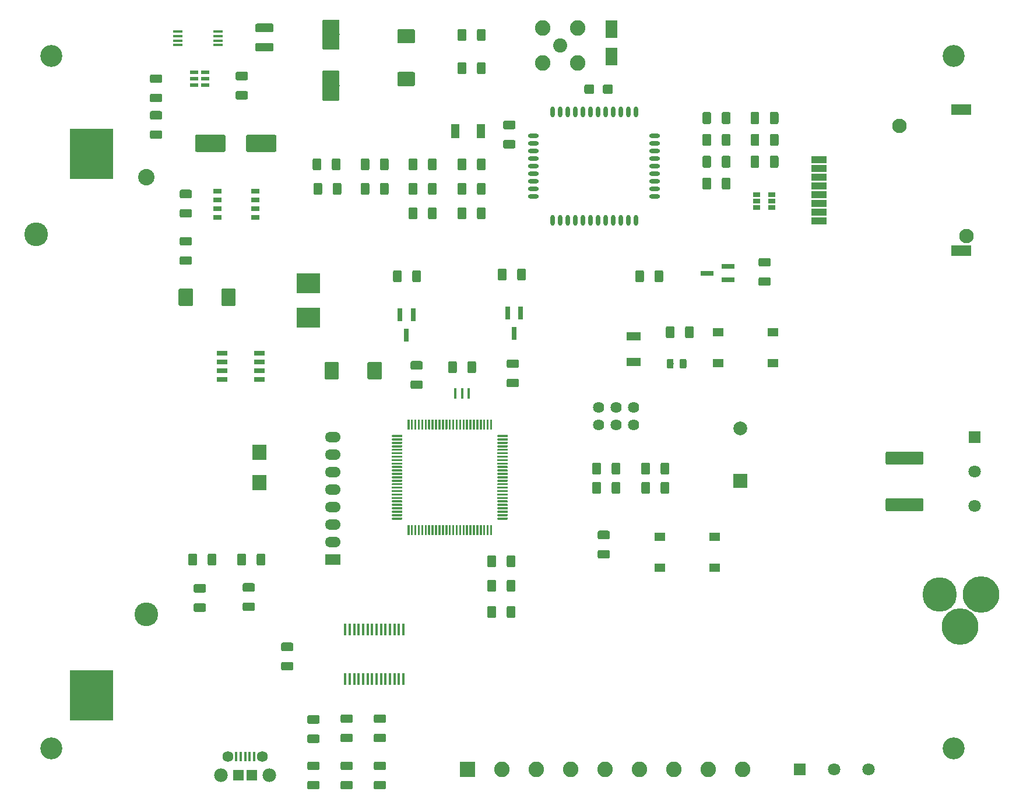
<source format=gts>
G04 #@! TF.GenerationSoftware,KiCad,Pcbnew,(5.1.4)-1*
G04 #@! TF.CreationDate,2019-12-23T17:53:35+01:00*
G04 #@! TF.ProjectId,Project1.1,50726f6a-6563-4743-912e-312e6b696361,1.0*
G04 #@! TF.SameCoordinates,Original*
G04 #@! TF.FileFunction,Soldermask,Top*
G04 #@! TF.FilePolarity,Negative*
%FSLAX46Y46*%
G04 Gerber Fmt 4.6, Leading zero omitted, Abs format (unit mm)*
G04 Created by KiCad (PCBNEW (5.1.4)-1) date 2019-12-23 17:53:35*
%MOMM*%
%LPD*%
G04 APERTURE LIST*
%ADD10R,6.350000X7.340000*%
%ADD11C,3.450000*%
%ADD12C,2.390000*%
%ADD13C,3.200000*%
%ADD14R,1.150000X0.600000*%
%ADD15C,0.100000*%
%ADD16C,1.250000*%
%ADD17C,2.075000*%
%ADD18R,2.000000X1.250000*%
%ADD19C,0.975000*%
%ADD20R,1.060000X0.650000*%
%ADD21R,1.250000X2.000000*%
%ADD22C,1.350000*%
%ADD23C,2.500000*%
%ADD24R,1.526000X0.650000*%
%ADD25R,1.800000X2.500000*%
%ADD26C,2.050000*%
%ADD27C,2.250000*%
%ADD28R,2.300000X1.000000*%
%ADD29C,2.100000*%
%ADD30R,2.950000X1.500000*%
%ADD31R,1.300000X0.700000*%
%ADD32R,3.500000X3.000000*%
%ADD33R,1.900000X0.800000*%
%ADD34R,0.800000X1.900000*%
%ADD35R,1.550000X1.300000*%
%ADD36O,0.600000X1.600000*%
%ADD37O,1.600000X0.600000*%
%ADD38C,5.300000*%
%ADD39C,5.000000*%
%ADD40R,2.000000X2.000000*%
%ADD41C,2.000000*%
%ADD42C,1.925000*%
%ADD43C,1.625600*%
%ADD44R,2.250000X2.250000*%
%ADD45C,1.800000*%
%ADD46R,1.800000X1.800000*%
%ADD47R,2.286000X1.524000*%
%ADD48O,2.286000X1.524000*%
%ADD49R,0.400000X1.350000*%
%ADD50C,1.582000*%
%ADD51C,1.980000*%
%ADD52R,1.500000X1.550000*%
%ADD53R,1.475000X0.450000*%
%ADD54C,0.300000*%
%ADD55R,0.450000X1.750000*%
%ADD56R,0.300000X1.600000*%
%ADD57R,2.150000X2.200000*%
G04 APERTURE END LIST*
D10*
X72390000Y-58928000D03*
X72390000Y-137588000D03*
D11*
X80390000Y-125858000D03*
X64390000Y-70658000D03*
D12*
X80390000Y-62328000D03*
D13*
X197612000Y-145288000D03*
X66548000Y-145288000D03*
X66548000Y-44704000D03*
X197612000Y-44704000D03*
D14*
X88938000Y-48956000D03*
X88938000Y-48006000D03*
X88938000Y-47056000D03*
X87338000Y-47056000D03*
X87338000Y-48006000D03*
X87338000Y-48956000D03*
D15*
G36*
X82437504Y-47382204D02*
G01*
X82461773Y-47385804D01*
X82485571Y-47391765D01*
X82508671Y-47400030D01*
X82530849Y-47410520D01*
X82551893Y-47423133D01*
X82571598Y-47437747D01*
X82589777Y-47454223D01*
X82606253Y-47472402D01*
X82620867Y-47492107D01*
X82633480Y-47513151D01*
X82643970Y-47535329D01*
X82652235Y-47558429D01*
X82658196Y-47582227D01*
X82661796Y-47606496D01*
X82663000Y-47631000D01*
X82663000Y-48381000D01*
X82661796Y-48405504D01*
X82658196Y-48429773D01*
X82652235Y-48453571D01*
X82643970Y-48476671D01*
X82633480Y-48498849D01*
X82620867Y-48519893D01*
X82606253Y-48539598D01*
X82589777Y-48557777D01*
X82571598Y-48574253D01*
X82551893Y-48588867D01*
X82530849Y-48601480D01*
X82508671Y-48611970D01*
X82485571Y-48620235D01*
X82461773Y-48626196D01*
X82437504Y-48629796D01*
X82413000Y-48631000D01*
X81163000Y-48631000D01*
X81138496Y-48629796D01*
X81114227Y-48626196D01*
X81090429Y-48620235D01*
X81067329Y-48611970D01*
X81045151Y-48601480D01*
X81024107Y-48588867D01*
X81004402Y-48574253D01*
X80986223Y-48557777D01*
X80969747Y-48539598D01*
X80955133Y-48519893D01*
X80942520Y-48498849D01*
X80932030Y-48476671D01*
X80923765Y-48453571D01*
X80917804Y-48429773D01*
X80914204Y-48405504D01*
X80913000Y-48381000D01*
X80913000Y-47631000D01*
X80914204Y-47606496D01*
X80917804Y-47582227D01*
X80923765Y-47558429D01*
X80932030Y-47535329D01*
X80942520Y-47513151D01*
X80955133Y-47492107D01*
X80969747Y-47472402D01*
X80986223Y-47454223D01*
X81004402Y-47437747D01*
X81024107Y-47423133D01*
X81045151Y-47410520D01*
X81067329Y-47400030D01*
X81090429Y-47391765D01*
X81114227Y-47385804D01*
X81138496Y-47382204D01*
X81163000Y-47381000D01*
X82413000Y-47381000D01*
X82437504Y-47382204D01*
X82437504Y-47382204D01*
G37*
D16*
X81788000Y-48006000D03*
D15*
G36*
X82437504Y-50182204D02*
G01*
X82461773Y-50185804D01*
X82485571Y-50191765D01*
X82508671Y-50200030D01*
X82530849Y-50210520D01*
X82551893Y-50223133D01*
X82571598Y-50237747D01*
X82589777Y-50254223D01*
X82606253Y-50272402D01*
X82620867Y-50292107D01*
X82633480Y-50313151D01*
X82643970Y-50335329D01*
X82652235Y-50358429D01*
X82658196Y-50382227D01*
X82661796Y-50406496D01*
X82663000Y-50431000D01*
X82663000Y-51181000D01*
X82661796Y-51205504D01*
X82658196Y-51229773D01*
X82652235Y-51253571D01*
X82643970Y-51276671D01*
X82633480Y-51298849D01*
X82620867Y-51319893D01*
X82606253Y-51339598D01*
X82589777Y-51357777D01*
X82571598Y-51374253D01*
X82551893Y-51388867D01*
X82530849Y-51401480D01*
X82508671Y-51411970D01*
X82485571Y-51420235D01*
X82461773Y-51426196D01*
X82437504Y-51429796D01*
X82413000Y-51431000D01*
X81163000Y-51431000D01*
X81138496Y-51429796D01*
X81114227Y-51426196D01*
X81090429Y-51420235D01*
X81067329Y-51411970D01*
X81045151Y-51401480D01*
X81024107Y-51388867D01*
X81004402Y-51374253D01*
X80986223Y-51357777D01*
X80969747Y-51339598D01*
X80955133Y-51319893D01*
X80942520Y-51298849D01*
X80932030Y-51276671D01*
X80923765Y-51253571D01*
X80917804Y-51229773D01*
X80914204Y-51205504D01*
X80913000Y-51181000D01*
X80913000Y-50431000D01*
X80914204Y-50406496D01*
X80917804Y-50382227D01*
X80923765Y-50358429D01*
X80932030Y-50335329D01*
X80942520Y-50313151D01*
X80955133Y-50292107D01*
X80969747Y-50272402D01*
X80986223Y-50254223D01*
X81004402Y-50237747D01*
X81024107Y-50223133D01*
X81045151Y-50210520D01*
X81067329Y-50200030D01*
X81090429Y-50191765D01*
X81114227Y-50185804D01*
X81138496Y-50182204D01*
X81163000Y-50181000D01*
X82413000Y-50181000D01*
X82437504Y-50182204D01*
X82437504Y-50182204D01*
G37*
D16*
X81788000Y-50806000D03*
D15*
G36*
X93142504Y-78482204D02*
G01*
X93166773Y-78485804D01*
X93190571Y-78491765D01*
X93213671Y-78500030D01*
X93235849Y-78510520D01*
X93256893Y-78523133D01*
X93276598Y-78537747D01*
X93294777Y-78554223D01*
X93311253Y-78572402D01*
X93325867Y-78592107D01*
X93338480Y-78613151D01*
X93348970Y-78635329D01*
X93357235Y-78658429D01*
X93363196Y-78682227D01*
X93366796Y-78706496D01*
X93368000Y-78731000D01*
X93368000Y-80781000D01*
X93366796Y-80805504D01*
X93363196Y-80829773D01*
X93357235Y-80853571D01*
X93348970Y-80876671D01*
X93338480Y-80898849D01*
X93325867Y-80919893D01*
X93311253Y-80939598D01*
X93294777Y-80957777D01*
X93276598Y-80974253D01*
X93256893Y-80988867D01*
X93235849Y-81001480D01*
X93213671Y-81011970D01*
X93190571Y-81020235D01*
X93166773Y-81026196D01*
X93142504Y-81029796D01*
X93118000Y-81031000D01*
X91543000Y-81031000D01*
X91518496Y-81029796D01*
X91494227Y-81026196D01*
X91470429Y-81020235D01*
X91447329Y-81011970D01*
X91425151Y-81001480D01*
X91404107Y-80988867D01*
X91384402Y-80974253D01*
X91366223Y-80957777D01*
X91349747Y-80939598D01*
X91335133Y-80919893D01*
X91322520Y-80898849D01*
X91312030Y-80876671D01*
X91303765Y-80853571D01*
X91297804Y-80829773D01*
X91294204Y-80805504D01*
X91293000Y-80781000D01*
X91293000Y-78731000D01*
X91294204Y-78706496D01*
X91297804Y-78682227D01*
X91303765Y-78658429D01*
X91312030Y-78635329D01*
X91322520Y-78613151D01*
X91335133Y-78592107D01*
X91349747Y-78572402D01*
X91366223Y-78554223D01*
X91384402Y-78537747D01*
X91404107Y-78523133D01*
X91425151Y-78510520D01*
X91447329Y-78500030D01*
X91470429Y-78491765D01*
X91494227Y-78485804D01*
X91518496Y-78482204D01*
X91543000Y-78481000D01*
X93118000Y-78481000D01*
X93142504Y-78482204D01*
X93142504Y-78482204D01*
G37*
D17*
X92330500Y-79756000D03*
D15*
G36*
X86917504Y-78482204D02*
G01*
X86941773Y-78485804D01*
X86965571Y-78491765D01*
X86988671Y-78500030D01*
X87010849Y-78510520D01*
X87031893Y-78523133D01*
X87051598Y-78537747D01*
X87069777Y-78554223D01*
X87086253Y-78572402D01*
X87100867Y-78592107D01*
X87113480Y-78613151D01*
X87123970Y-78635329D01*
X87132235Y-78658429D01*
X87138196Y-78682227D01*
X87141796Y-78706496D01*
X87143000Y-78731000D01*
X87143000Y-80781000D01*
X87141796Y-80805504D01*
X87138196Y-80829773D01*
X87132235Y-80853571D01*
X87123970Y-80876671D01*
X87113480Y-80898849D01*
X87100867Y-80919893D01*
X87086253Y-80939598D01*
X87069777Y-80957777D01*
X87051598Y-80974253D01*
X87031893Y-80988867D01*
X87010849Y-81001480D01*
X86988671Y-81011970D01*
X86965571Y-81020235D01*
X86941773Y-81026196D01*
X86917504Y-81029796D01*
X86893000Y-81031000D01*
X85318000Y-81031000D01*
X85293496Y-81029796D01*
X85269227Y-81026196D01*
X85245429Y-81020235D01*
X85222329Y-81011970D01*
X85200151Y-81001480D01*
X85179107Y-80988867D01*
X85159402Y-80974253D01*
X85141223Y-80957777D01*
X85124747Y-80939598D01*
X85110133Y-80919893D01*
X85097520Y-80898849D01*
X85087030Y-80876671D01*
X85078765Y-80853571D01*
X85072804Y-80829773D01*
X85069204Y-80805504D01*
X85068000Y-80781000D01*
X85068000Y-78731000D01*
X85069204Y-78706496D01*
X85072804Y-78682227D01*
X85078765Y-78658429D01*
X85087030Y-78635329D01*
X85097520Y-78613151D01*
X85110133Y-78592107D01*
X85124747Y-78572402D01*
X85141223Y-78554223D01*
X85159402Y-78537747D01*
X85179107Y-78523133D01*
X85200151Y-78510520D01*
X85222329Y-78500030D01*
X85245429Y-78491765D01*
X85269227Y-78485804D01*
X85293496Y-78482204D01*
X85318000Y-78481000D01*
X86893000Y-78481000D01*
X86917504Y-78482204D01*
X86917504Y-78482204D01*
G37*
D17*
X86105500Y-79756000D03*
D18*
X151130000Y-85404000D03*
X151130000Y-89154000D03*
D15*
G36*
X115337504Y-63134204D02*
G01*
X115361773Y-63137804D01*
X115385571Y-63143765D01*
X115408671Y-63152030D01*
X115430849Y-63162520D01*
X115451893Y-63175133D01*
X115471598Y-63189747D01*
X115489777Y-63206223D01*
X115506253Y-63224402D01*
X115520867Y-63244107D01*
X115533480Y-63265151D01*
X115543970Y-63287329D01*
X115552235Y-63310429D01*
X115558196Y-63334227D01*
X115561796Y-63358496D01*
X115563000Y-63383000D01*
X115563000Y-64633000D01*
X115561796Y-64657504D01*
X115558196Y-64681773D01*
X115552235Y-64705571D01*
X115543970Y-64728671D01*
X115533480Y-64750849D01*
X115520867Y-64771893D01*
X115506253Y-64791598D01*
X115489777Y-64809777D01*
X115471598Y-64826253D01*
X115451893Y-64840867D01*
X115430849Y-64853480D01*
X115408671Y-64863970D01*
X115385571Y-64872235D01*
X115361773Y-64878196D01*
X115337504Y-64881796D01*
X115313000Y-64883000D01*
X114563000Y-64883000D01*
X114538496Y-64881796D01*
X114514227Y-64878196D01*
X114490429Y-64872235D01*
X114467329Y-64863970D01*
X114445151Y-64853480D01*
X114424107Y-64840867D01*
X114404402Y-64826253D01*
X114386223Y-64809777D01*
X114369747Y-64791598D01*
X114355133Y-64771893D01*
X114342520Y-64750849D01*
X114332030Y-64728671D01*
X114323765Y-64705571D01*
X114317804Y-64681773D01*
X114314204Y-64657504D01*
X114313000Y-64633000D01*
X114313000Y-63383000D01*
X114314204Y-63358496D01*
X114317804Y-63334227D01*
X114323765Y-63310429D01*
X114332030Y-63287329D01*
X114342520Y-63265151D01*
X114355133Y-63244107D01*
X114369747Y-63224402D01*
X114386223Y-63206223D01*
X114404402Y-63189747D01*
X114424107Y-63175133D01*
X114445151Y-63162520D01*
X114467329Y-63152030D01*
X114490429Y-63143765D01*
X114514227Y-63137804D01*
X114538496Y-63134204D01*
X114563000Y-63133000D01*
X115313000Y-63133000D01*
X115337504Y-63134204D01*
X115337504Y-63134204D01*
G37*
D16*
X114938000Y-64008000D03*
D15*
G36*
X112537504Y-63134204D02*
G01*
X112561773Y-63137804D01*
X112585571Y-63143765D01*
X112608671Y-63152030D01*
X112630849Y-63162520D01*
X112651893Y-63175133D01*
X112671598Y-63189747D01*
X112689777Y-63206223D01*
X112706253Y-63224402D01*
X112720867Y-63244107D01*
X112733480Y-63265151D01*
X112743970Y-63287329D01*
X112752235Y-63310429D01*
X112758196Y-63334227D01*
X112761796Y-63358496D01*
X112763000Y-63383000D01*
X112763000Y-64633000D01*
X112761796Y-64657504D01*
X112758196Y-64681773D01*
X112752235Y-64705571D01*
X112743970Y-64728671D01*
X112733480Y-64750849D01*
X112720867Y-64771893D01*
X112706253Y-64791598D01*
X112689777Y-64809777D01*
X112671598Y-64826253D01*
X112651893Y-64840867D01*
X112630849Y-64853480D01*
X112608671Y-64863970D01*
X112585571Y-64872235D01*
X112561773Y-64878196D01*
X112537504Y-64881796D01*
X112513000Y-64883000D01*
X111763000Y-64883000D01*
X111738496Y-64881796D01*
X111714227Y-64878196D01*
X111690429Y-64872235D01*
X111667329Y-64863970D01*
X111645151Y-64853480D01*
X111624107Y-64840867D01*
X111604402Y-64826253D01*
X111586223Y-64809777D01*
X111569747Y-64791598D01*
X111555133Y-64771893D01*
X111542520Y-64750849D01*
X111532030Y-64728671D01*
X111523765Y-64705571D01*
X111517804Y-64681773D01*
X111514204Y-64657504D01*
X111513000Y-64633000D01*
X111513000Y-63383000D01*
X111514204Y-63358496D01*
X111517804Y-63334227D01*
X111523765Y-63310429D01*
X111532030Y-63287329D01*
X111542520Y-63265151D01*
X111555133Y-63244107D01*
X111569747Y-63224402D01*
X111586223Y-63206223D01*
X111604402Y-63189747D01*
X111624107Y-63175133D01*
X111645151Y-63162520D01*
X111667329Y-63152030D01*
X111690429Y-63143765D01*
X111714227Y-63137804D01*
X111738496Y-63134204D01*
X111763000Y-63133000D01*
X112513000Y-63133000D01*
X112537504Y-63134204D01*
X112537504Y-63134204D01*
G37*
D16*
X112138000Y-64008000D03*
D15*
G36*
X156732142Y-88709174D02*
G01*
X156755803Y-88712684D01*
X156779007Y-88718496D01*
X156801529Y-88726554D01*
X156823153Y-88736782D01*
X156843670Y-88749079D01*
X156862883Y-88763329D01*
X156880607Y-88779393D01*
X156896671Y-88797117D01*
X156910921Y-88816330D01*
X156923218Y-88836847D01*
X156933446Y-88858471D01*
X156941504Y-88880993D01*
X156947316Y-88904197D01*
X156950826Y-88927858D01*
X156952000Y-88951750D01*
X156952000Y-89864250D01*
X156950826Y-89888142D01*
X156947316Y-89911803D01*
X156941504Y-89935007D01*
X156933446Y-89957529D01*
X156923218Y-89979153D01*
X156910921Y-89999670D01*
X156896671Y-90018883D01*
X156880607Y-90036607D01*
X156862883Y-90052671D01*
X156843670Y-90066921D01*
X156823153Y-90079218D01*
X156801529Y-90089446D01*
X156779007Y-90097504D01*
X156755803Y-90103316D01*
X156732142Y-90106826D01*
X156708250Y-90108000D01*
X156220750Y-90108000D01*
X156196858Y-90106826D01*
X156173197Y-90103316D01*
X156149993Y-90097504D01*
X156127471Y-90089446D01*
X156105847Y-90079218D01*
X156085330Y-90066921D01*
X156066117Y-90052671D01*
X156048393Y-90036607D01*
X156032329Y-90018883D01*
X156018079Y-89999670D01*
X156005782Y-89979153D01*
X155995554Y-89957529D01*
X155987496Y-89935007D01*
X155981684Y-89911803D01*
X155978174Y-89888142D01*
X155977000Y-89864250D01*
X155977000Y-88951750D01*
X155978174Y-88927858D01*
X155981684Y-88904197D01*
X155987496Y-88880993D01*
X155995554Y-88858471D01*
X156005782Y-88836847D01*
X156018079Y-88816330D01*
X156032329Y-88797117D01*
X156048393Y-88779393D01*
X156066117Y-88763329D01*
X156085330Y-88749079D01*
X156105847Y-88736782D01*
X156127471Y-88726554D01*
X156149993Y-88718496D01*
X156173197Y-88712684D01*
X156196858Y-88709174D01*
X156220750Y-88708000D01*
X156708250Y-88708000D01*
X156732142Y-88709174D01*
X156732142Y-88709174D01*
G37*
D19*
X156464500Y-89408000D03*
D15*
G36*
X158607142Y-88709174D02*
G01*
X158630803Y-88712684D01*
X158654007Y-88718496D01*
X158676529Y-88726554D01*
X158698153Y-88736782D01*
X158718670Y-88749079D01*
X158737883Y-88763329D01*
X158755607Y-88779393D01*
X158771671Y-88797117D01*
X158785921Y-88816330D01*
X158798218Y-88836847D01*
X158808446Y-88858471D01*
X158816504Y-88880993D01*
X158822316Y-88904197D01*
X158825826Y-88927858D01*
X158827000Y-88951750D01*
X158827000Y-89864250D01*
X158825826Y-89888142D01*
X158822316Y-89911803D01*
X158816504Y-89935007D01*
X158808446Y-89957529D01*
X158798218Y-89979153D01*
X158785921Y-89999670D01*
X158771671Y-90018883D01*
X158755607Y-90036607D01*
X158737883Y-90052671D01*
X158718670Y-90066921D01*
X158698153Y-90079218D01*
X158676529Y-90089446D01*
X158654007Y-90097504D01*
X158630803Y-90103316D01*
X158607142Y-90106826D01*
X158583250Y-90108000D01*
X158095750Y-90108000D01*
X158071858Y-90106826D01*
X158048197Y-90103316D01*
X158024993Y-90097504D01*
X158002471Y-90089446D01*
X157980847Y-90079218D01*
X157960330Y-90066921D01*
X157941117Y-90052671D01*
X157923393Y-90036607D01*
X157907329Y-90018883D01*
X157893079Y-89999670D01*
X157880782Y-89979153D01*
X157870554Y-89957529D01*
X157862496Y-89935007D01*
X157856684Y-89911803D01*
X157853174Y-89888142D01*
X157852000Y-89864250D01*
X157852000Y-88951750D01*
X157853174Y-88927858D01*
X157856684Y-88904197D01*
X157862496Y-88880993D01*
X157870554Y-88858471D01*
X157880782Y-88836847D01*
X157893079Y-88816330D01*
X157907329Y-88797117D01*
X157923393Y-88779393D01*
X157941117Y-88763329D01*
X157960330Y-88749079D01*
X157980847Y-88736782D01*
X158002471Y-88726554D01*
X158024993Y-88718496D01*
X158048197Y-88712684D01*
X158071858Y-88709174D01*
X158095750Y-88708000D01*
X158583250Y-88708000D01*
X158607142Y-88709174D01*
X158607142Y-88709174D01*
G37*
D19*
X158339500Y-89408000D03*
D15*
G36*
X114350004Y-89150204D02*
G01*
X114374273Y-89153804D01*
X114398071Y-89159765D01*
X114421171Y-89168030D01*
X114443349Y-89178520D01*
X114464393Y-89191133D01*
X114484098Y-89205747D01*
X114502277Y-89222223D01*
X114518753Y-89240402D01*
X114533367Y-89260107D01*
X114545980Y-89281151D01*
X114556470Y-89303329D01*
X114564735Y-89326429D01*
X114570696Y-89350227D01*
X114574296Y-89374496D01*
X114575500Y-89399000D01*
X114575500Y-91449000D01*
X114574296Y-91473504D01*
X114570696Y-91497773D01*
X114564735Y-91521571D01*
X114556470Y-91544671D01*
X114545980Y-91566849D01*
X114533367Y-91587893D01*
X114518753Y-91607598D01*
X114502277Y-91625777D01*
X114484098Y-91642253D01*
X114464393Y-91656867D01*
X114443349Y-91669480D01*
X114421171Y-91679970D01*
X114398071Y-91688235D01*
X114374273Y-91694196D01*
X114350004Y-91697796D01*
X114325500Y-91699000D01*
X112750500Y-91699000D01*
X112725996Y-91697796D01*
X112701727Y-91694196D01*
X112677929Y-91688235D01*
X112654829Y-91679970D01*
X112632651Y-91669480D01*
X112611607Y-91656867D01*
X112591902Y-91642253D01*
X112573723Y-91625777D01*
X112557247Y-91607598D01*
X112542633Y-91587893D01*
X112530020Y-91566849D01*
X112519530Y-91544671D01*
X112511265Y-91521571D01*
X112505304Y-91497773D01*
X112501704Y-91473504D01*
X112500500Y-91449000D01*
X112500500Y-89399000D01*
X112501704Y-89374496D01*
X112505304Y-89350227D01*
X112511265Y-89326429D01*
X112519530Y-89303329D01*
X112530020Y-89281151D01*
X112542633Y-89260107D01*
X112557247Y-89240402D01*
X112573723Y-89222223D01*
X112591902Y-89205747D01*
X112611607Y-89191133D01*
X112632651Y-89178520D01*
X112654829Y-89168030D01*
X112677929Y-89159765D01*
X112701727Y-89153804D01*
X112725996Y-89150204D01*
X112750500Y-89149000D01*
X114325500Y-89149000D01*
X114350004Y-89150204D01*
X114350004Y-89150204D01*
G37*
D17*
X113538000Y-90424000D03*
D15*
G36*
X108125004Y-89150204D02*
G01*
X108149273Y-89153804D01*
X108173071Y-89159765D01*
X108196171Y-89168030D01*
X108218349Y-89178520D01*
X108239393Y-89191133D01*
X108259098Y-89205747D01*
X108277277Y-89222223D01*
X108293753Y-89240402D01*
X108308367Y-89260107D01*
X108320980Y-89281151D01*
X108331470Y-89303329D01*
X108339735Y-89326429D01*
X108345696Y-89350227D01*
X108349296Y-89374496D01*
X108350500Y-89399000D01*
X108350500Y-91449000D01*
X108349296Y-91473504D01*
X108345696Y-91497773D01*
X108339735Y-91521571D01*
X108331470Y-91544671D01*
X108320980Y-91566849D01*
X108308367Y-91587893D01*
X108293753Y-91607598D01*
X108277277Y-91625777D01*
X108259098Y-91642253D01*
X108239393Y-91656867D01*
X108218349Y-91669480D01*
X108196171Y-91679970D01*
X108173071Y-91688235D01*
X108149273Y-91694196D01*
X108125004Y-91697796D01*
X108100500Y-91699000D01*
X106525500Y-91699000D01*
X106500996Y-91697796D01*
X106476727Y-91694196D01*
X106452929Y-91688235D01*
X106429829Y-91679970D01*
X106407651Y-91669480D01*
X106386607Y-91656867D01*
X106366902Y-91642253D01*
X106348723Y-91625777D01*
X106332247Y-91607598D01*
X106317633Y-91587893D01*
X106305020Y-91566849D01*
X106294530Y-91544671D01*
X106286265Y-91521571D01*
X106280304Y-91497773D01*
X106276704Y-91473504D01*
X106275500Y-91449000D01*
X106275500Y-89399000D01*
X106276704Y-89374496D01*
X106280304Y-89350227D01*
X106286265Y-89326429D01*
X106294530Y-89303329D01*
X106305020Y-89281151D01*
X106317633Y-89260107D01*
X106332247Y-89240402D01*
X106348723Y-89222223D01*
X106366902Y-89205747D01*
X106386607Y-89191133D01*
X106407651Y-89178520D01*
X106429829Y-89168030D01*
X106452929Y-89159765D01*
X106476727Y-89153804D01*
X106500996Y-89150204D01*
X106525500Y-89149000D01*
X108100500Y-89149000D01*
X108125004Y-89150204D01*
X108125004Y-89150204D01*
G37*
D17*
X107313000Y-90424000D03*
D20*
X171237000Y-66736000D03*
X171237000Y-65786000D03*
X171237000Y-64836000D03*
X169037000Y-64836000D03*
X169037000Y-66736000D03*
X169037000Y-65786000D03*
D21*
X125222000Y-55626000D03*
X128972000Y-55626000D03*
D15*
G36*
X86755504Y-71004204D02*
G01*
X86779773Y-71007804D01*
X86803571Y-71013765D01*
X86826671Y-71022030D01*
X86848849Y-71032520D01*
X86869893Y-71045133D01*
X86889598Y-71059747D01*
X86907777Y-71076223D01*
X86924253Y-71094402D01*
X86938867Y-71114107D01*
X86951480Y-71135151D01*
X86961970Y-71157329D01*
X86970235Y-71180429D01*
X86976196Y-71204227D01*
X86979796Y-71228496D01*
X86981000Y-71253000D01*
X86981000Y-72003000D01*
X86979796Y-72027504D01*
X86976196Y-72051773D01*
X86970235Y-72075571D01*
X86961970Y-72098671D01*
X86951480Y-72120849D01*
X86938867Y-72141893D01*
X86924253Y-72161598D01*
X86907777Y-72179777D01*
X86889598Y-72196253D01*
X86869893Y-72210867D01*
X86848849Y-72223480D01*
X86826671Y-72233970D01*
X86803571Y-72242235D01*
X86779773Y-72248196D01*
X86755504Y-72251796D01*
X86731000Y-72253000D01*
X85481000Y-72253000D01*
X85456496Y-72251796D01*
X85432227Y-72248196D01*
X85408429Y-72242235D01*
X85385329Y-72233970D01*
X85363151Y-72223480D01*
X85342107Y-72210867D01*
X85322402Y-72196253D01*
X85304223Y-72179777D01*
X85287747Y-72161598D01*
X85273133Y-72141893D01*
X85260520Y-72120849D01*
X85250030Y-72098671D01*
X85241765Y-72075571D01*
X85235804Y-72051773D01*
X85232204Y-72027504D01*
X85231000Y-72003000D01*
X85231000Y-71253000D01*
X85232204Y-71228496D01*
X85235804Y-71204227D01*
X85241765Y-71180429D01*
X85250030Y-71157329D01*
X85260520Y-71135151D01*
X85273133Y-71114107D01*
X85287747Y-71094402D01*
X85304223Y-71076223D01*
X85322402Y-71059747D01*
X85342107Y-71045133D01*
X85363151Y-71032520D01*
X85385329Y-71022030D01*
X85408429Y-71013765D01*
X85432227Y-71007804D01*
X85456496Y-71004204D01*
X85481000Y-71003000D01*
X86731000Y-71003000D01*
X86755504Y-71004204D01*
X86755504Y-71004204D01*
G37*
D16*
X86106000Y-71628000D03*
D15*
G36*
X86755504Y-73804204D02*
G01*
X86779773Y-73807804D01*
X86803571Y-73813765D01*
X86826671Y-73822030D01*
X86848849Y-73832520D01*
X86869893Y-73845133D01*
X86889598Y-73859747D01*
X86907777Y-73876223D01*
X86924253Y-73894402D01*
X86938867Y-73914107D01*
X86951480Y-73935151D01*
X86961970Y-73957329D01*
X86970235Y-73980429D01*
X86976196Y-74004227D01*
X86979796Y-74028496D01*
X86981000Y-74053000D01*
X86981000Y-74803000D01*
X86979796Y-74827504D01*
X86976196Y-74851773D01*
X86970235Y-74875571D01*
X86961970Y-74898671D01*
X86951480Y-74920849D01*
X86938867Y-74941893D01*
X86924253Y-74961598D01*
X86907777Y-74979777D01*
X86889598Y-74996253D01*
X86869893Y-75010867D01*
X86848849Y-75023480D01*
X86826671Y-75033970D01*
X86803571Y-75042235D01*
X86779773Y-75048196D01*
X86755504Y-75051796D01*
X86731000Y-75053000D01*
X85481000Y-75053000D01*
X85456496Y-75051796D01*
X85432227Y-75048196D01*
X85408429Y-75042235D01*
X85385329Y-75033970D01*
X85363151Y-75023480D01*
X85342107Y-75010867D01*
X85322402Y-74996253D01*
X85304223Y-74979777D01*
X85287747Y-74961598D01*
X85273133Y-74941893D01*
X85260520Y-74920849D01*
X85250030Y-74898671D01*
X85241765Y-74875571D01*
X85235804Y-74851773D01*
X85232204Y-74827504D01*
X85231000Y-74803000D01*
X85231000Y-74053000D01*
X85232204Y-74028496D01*
X85235804Y-74004227D01*
X85241765Y-73980429D01*
X85250030Y-73957329D01*
X85260520Y-73935151D01*
X85273133Y-73914107D01*
X85287747Y-73894402D01*
X85304223Y-73876223D01*
X85322402Y-73859747D01*
X85342107Y-73845133D01*
X85363151Y-73832520D01*
X85385329Y-73822030D01*
X85408429Y-73813765D01*
X85432227Y-73807804D01*
X85456496Y-73804204D01*
X85481000Y-73803000D01*
X86731000Y-73803000D01*
X86755504Y-73804204D01*
X86755504Y-73804204D01*
G37*
D16*
X86106000Y-74428000D03*
D15*
G36*
X119159504Y-40809204D02*
G01*
X119183773Y-40812804D01*
X119207571Y-40818765D01*
X119230671Y-40827030D01*
X119252849Y-40837520D01*
X119273893Y-40850133D01*
X119293598Y-40864747D01*
X119311777Y-40881223D01*
X119328253Y-40899402D01*
X119342867Y-40919107D01*
X119355480Y-40940151D01*
X119365970Y-40962329D01*
X119374235Y-40985429D01*
X119380196Y-41009227D01*
X119383796Y-41033496D01*
X119385000Y-41058000D01*
X119385000Y-42633000D01*
X119383796Y-42657504D01*
X119380196Y-42681773D01*
X119374235Y-42705571D01*
X119365970Y-42728671D01*
X119355480Y-42750849D01*
X119342867Y-42771893D01*
X119328253Y-42791598D01*
X119311777Y-42809777D01*
X119293598Y-42826253D01*
X119273893Y-42840867D01*
X119252849Y-42853480D01*
X119230671Y-42863970D01*
X119207571Y-42872235D01*
X119183773Y-42878196D01*
X119159504Y-42881796D01*
X119135000Y-42883000D01*
X117085000Y-42883000D01*
X117060496Y-42881796D01*
X117036227Y-42878196D01*
X117012429Y-42872235D01*
X116989329Y-42863970D01*
X116967151Y-42853480D01*
X116946107Y-42840867D01*
X116926402Y-42826253D01*
X116908223Y-42809777D01*
X116891747Y-42791598D01*
X116877133Y-42771893D01*
X116864520Y-42750849D01*
X116854030Y-42728671D01*
X116845765Y-42705571D01*
X116839804Y-42681773D01*
X116836204Y-42657504D01*
X116835000Y-42633000D01*
X116835000Y-41058000D01*
X116836204Y-41033496D01*
X116839804Y-41009227D01*
X116845765Y-40985429D01*
X116854030Y-40962329D01*
X116864520Y-40940151D01*
X116877133Y-40919107D01*
X116891747Y-40899402D01*
X116908223Y-40881223D01*
X116926402Y-40864747D01*
X116946107Y-40850133D01*
X116967151Y-40837520D01*
X116989329Y-40827030D01*
X117012429Y-40818765D01*
X117036227Y-40812804D01*
X117060496Y-40809204D01*
X117085000Y-40808000D01*
X119135000Y-40808000D01*
X119159504Y-40809204D01*
X119159504Y-40809204D01*
G37*
D17*
X118110000Y-41845500D03*
D15*
G36*
X119159504Y-47034204D02*
G01*
X119183773Y-47037804D01*
X119207571Y-47043765D01*
X119230671Y-47052030D01*
X119252849Y-47062520D01*
X119273893Y-47075133D01*
X119293598Y-47089747D01*
X119311777Y-47106223D01*
X119328253Y-47124402D01*
X119342867Y-47144107D01*
X119355480Y-47165151D01*
X119365970Y-47187329D01*
X119374235Y-47210429D01*
X119380196Y-47234227D01*
X119383796Y-47258496D01*
X119385000Y-47283000D01*
X119385000Y-48858000D01*
X119383796Y-48882504D01*
X119380196Y-48906773D01*
X119374235Y-48930571D01*
X119365970Y-48953671D01*
X119355480Y-48975849D01*
X119342867Y-48996893D01*
X119328253Y-49016598D01*
X119311777Y-49034777D01*
X119293598Y-49051253D01*
X119273893Y-49065867D01*
X119252849Y-49078480D01*
X119230671Y-49088970D01*
X119207571Y-49097235D01*
X119183773Y-49103196D01*
X119159504Y-49106796D01*
X119135000Y-49108000D01*
X117085000Y-49108000D01*
X117060496Y-49106796D01*
X117036227Y-49103196D01*
X117012429Y-49097235D01*
X116989329Y-49088970D01*
X116967151Y-49078480D01*
X116946107Y-49065867D01*
X116926402Y-49051253D01*
X116908223Y-49034777D01*
X116891747Y-49016598D01*
X116877133Y-48996893D01*
X116864520Y-48975849D01*
X116854030Y-48953671D01*
X116845765Y-48930571D01*
X116839804Y-48906773D01*
X116836204Y-48882504D01*
X116835000Y-48858000D01*
X116835000Y-47283000D01*
X116836204Y-47258496D01*
X116839804Y-47234227D01*
X116845765Y-47210429D01*
X116854030Y-47187329D01*
X116864520Y-47165151D01*
X116877133Y-47144107D01*
X116891747Y-47124402D01*
X116908223Y-47106223D01*
X116926402Y-47089747D01*
X116946107Y-47075133D01*
X116967151Y-47062520D01*
X116989329Y-47052030D01*
X117012429Y-47043765D01*
X117036227Y-47037804D01*
X117060496Y-47034204D01*
X117085000Y-47033000D01*
X119135000Y-47033000D01*
X119159504Y-47034204D01*
X119159504Y-47034204D01*
G37*
D17*
X118110000Y-48070500D03*
D15*
G36*
X145174505Y-48856204D02*
G01*
X145198773Y-48859804D01*
X145222572Y-48865765D01*
X145245671Y-48874030D01*
X145267850Y-48884520D01*
X145288893Y-48897132D01*
X145308599Y-48911747D01*
X145326777Y-48928223D01*
X145343253Y-48946401D01*
X145357868Y-48966107D01*
X145370480Y-48987150D01*
X145380970Y-49009329D01*
X145389235Y-49032428D01*
X145395196Y-49056227D01*
X145398796Y-49080495D01*
X145400000Y-49104999D01*
X145400000Y-49955001D01*
X145398796Y-49979505D01*
X145395196Y-50003773D01*
X145389235Y-50027572D01*
X145380970Y-50050671D01*
X145370480Y-50072850D01*
X145357868Y-50093893D01*
X145343253Y-50113599D01*
X145326777Y-50131777D01*
X145308599Y-50148253D01*
X145288893Y-50162868D01*
X145267850Y-50175480D01*
X145245671Y-50185970D01*
X145222572Y-50194235D01*
X145198773Y-50200196D01*
X145174505Y-50203796D01*
X145150001Y-50205000D01*
X144249999Y-50205000D01*
X144225495Y-50203796D01*
X144201227Y-50200196D01*
X144177428Y-50194235D01*
X144154329Y-50185970D01*
X144132150Y-50175480D01*
X144111107Y-50162868D01*
X144091401Y-50148253D01*
X144073223Y-50131777D01*
X144056747Y-50113599D01*
X144042132Y-50093893D01*
X144029520Y-50072850D01*
X144019030Y-50050671D01*
X144010765Y-50027572D01*
X144004804Y-50003773D01*
X144001204Y-49979505D01*
X144000000Y-49955001D01*
X144000000Y-49104999D01*
X144001204Y-49080495D01*
X144004804Y-49056227D01*
X144010765Y-49032428D01*
X144019030Y-49009329D01*
X144029520Y-48987150D01*
X144042132Y-48966107D01*
X144056747Y-48946401D01*
X144073223Y-48928223D01*
X144091401Y-48911747D01*
X144111107Y-48897132D01*
X144132150Y-48884520D01*
X144154329Y-48874030D01*
X144177428Y-48865765D01*
X144201227Y-48859804D01*
X144225495Y-48856204D01*
X144249999Y-48855000D01*
X145150001Y-48855000D01*
X145174505Y-48856204D01*
X145174505Y-48856204D01*
G37*
D22*
X144700000Y-49530000D03*
D15*
G36*
X147874505Y-48856204D02*
G01*
X147898773Y-48859804D01*
X147922572Y-48865765D01*
X147945671Y-48874030D01*
X147967850Y-48884520D01*
X147988893Y-48897132D01*
X148008599Y-48911747D01*
X148026777Y-48928223D01*
X148043253Y-48946401D01*
X148057868Y-48966107D01*
X148070480Y-48987150D01*
X148080970Y-49009329D01*
X148089235Y-49032428D01*
X148095196Y-49056227D01*
X148098796Y-49080495D01*
X148100000Y-49104999D01*
X148100000Y-49955001D01*
X148098796Y-49979505D01*
X148095196Y-50003773D01*
X148089235Y-50027572D01*
X148080970Y-50050671D01*
X148070480Y-50072850D01*
X148057868Y-50093893D01*
X148043253Y-50113599D01*
X148026777Y-50131777D01*
X148008599Y-50148253D01*
X147988893Y-50162868D01*
X147967850Y-50175480D01*
X147945671Y-50185970D01*
X147922572Y-50194235D01*
X147898773Y-50200196D01*
X147874505Y-50203796D01*
X147850001Y-50205000D01*
X146949999Y-50205000D01*
X146925495Y-50203796D01*
X146901227Y-50200196D01*
X146877428Y-50194235D01*
X146854329Y-50185970D01*
X146832150Y-50175480D01*
X146811107Y-50162868D01*
X146791401Y-50148253D01*
X146773223Y-50131777D01*
X146756747Y-50113599D01*
X146742132Y-50093893D01*
X146729520Y-50072850D01*
X146719030Y-50050671D01*
X146710765Y-50027572D01*
X146704804Y-50003773D01*
X146701204Y-49979505D01*
X146700000Y-49955001D01*
X146700000Y-49104999D01*
X146701204Y-49080495D01*
X146704804Y-49056227D01*
X146710765Y-49032428D01*
X146719030Y-49009329D01*
X146729520Y-48987150D01*
X146742132Y-48966107D01*
X146756747Y-48946401D01*
X146773223Y-48928223D01*
X146791401Y-48911747D01*
X146811107Y-48897132D01*
X146832150Y-48884520D01*
X146854329Y-48874030D01*
X146877428Y-48865765D01*
X146901227Y-48859804D01*
X146925495Y-48856204D01*
X146949999Y-48855000D01*
X147850001Y-48855000D01*
X147874505Y-48856204D01*
X147874505Y-48856204D01*
G37*
D22*
X147400000Y-49530000D03*
D15*
G36*
X164991504Y-59197204D02*
G01*
X165015773Y-59200804D01*
X165039571Y-59206765D01*
X165062671Y-59215030D01*
X165084849Y-59225520D01*
X165105893Y-59238133D01*
X165125598Y-59252747D01*
X165143777Y-59269223D01*
X165160253Y-59287402D01*
X165174867Y-59307107D01*
X165187480Y-59328151D01*
X165197970Y-59350329D01*
X165206235Y-59373429D01*
X165212196Y-59397227D01*
X165215796Y-59421496D01*
X165217000Y-59446000D01*
X165217000Y-60696000D01*
X165215796Y-60720504D01*
X165212196Y-60744773D01*
X165206235Y-60768571D01*
X165197970Y-60791671D01*
X165187480Y-60813849D01*
X165174867Y-60834893D01*
X165160253Y-60854598D01*
X165143777Y-60872777D01*
X165125598Y-60889253D01*
X165105893Y-60903867D01*
X165084849Y-60916480D01*
X165062671Y-60926970D01*
X165039571Y-60935235D01*
X165015773Y-60941196D01*
X164991504Y-60944796D01*
X164967000Y-60946000D01*
X164217000Y-60946000D01*
X164192496Y-60944796D01*
X164168227Y-60941196D01*
X164144429Y-60935235D01*
X164121329Y-60926970D01*
X164099151Y-60916480D01*
X164078107Y-60903867D01*
X164058402Y-60889253D01*
X164040223Y-60872777D01*
X164023747Y-60854598D01*
X164009133Y-60834893D01*
X163996520Y-60813849D01*
X163986030Y-60791671D01*
X163977765Y-60768571D01*
X163971804Y-60744773D01*
X163968204Y-60720504D01*
X163967000Y-60696000D01*
X163967000Y-59446000D01*
X163968204Y-59421496D01*
X163971804Y-59397227D01*
X163977765Y-59373429D01*
X163986030Y-59350329D01*
X163996520Y-59328151D01*
X164009133Y-59307107D01*
X164023747Y-59287402D01*
X164040223Y-59269223D01*
X164058402Y-59252747D01*
X164078107Y-59238133D01*
X164099151Y-59225520D01*
X164121329Y-59215030D01*
X164144429Y-59206765D01*
X164168227Y-59200804D01*
X164192496Y-59197204D01*
X164217000Y-59196000D01*
X164967000Y-59196000D01*
X164991504Y-59197204D01*
X164991504Y-59197204D01*
G37*
D16*
X164592000Y-60071000D03*
D15*
G36*
X162191504Y-59197204D02*
G01*
X162215773Y-59200804D01*
X162239571Y-59206765D01*
X162262671Y-59215030D01*
X162284849Y-59225520D01*
X162305893Y-59238133D01*
X162325598Y-59252747D01*
X162343777Y-59269223D01*
X162360253Y-59287402D01*
X162374867Y-59307107D01*
X162387480Y-59328151D01*
X162397970Y-59350329D01*
X162406235Y-59373429D01*
X162412196Y-59397227D01*
X162415796Y-59421496D01*
X162417000Y-59446000D01*
X162417000Y-60696000D01*
X162415796Y-60720504D01*
X162412196Y-60744773D01*
X162406235Y-60768571D01*
X162397970Y-60791671D01*
X162387480Y-60813849D01*
X162374867Y-60834893D01*
X162360253Y-60854598D01*
X162343777Y-60872777D01*
X162325598Y-60889253D01*
X162305893Y-60903867D01*
X162284849Y-60916480D01*
X162262671Y-60926970D01*
X162239571Y-60935235D01*
X162215773Y-60941196D01*
X162191504Y-60944796D01*
X162167000Y-60946000D01*
X161417000Y-60946000D01*
X161392496Y-60944796D01*
X161368227Y-60941196D01*
X161344429Y-60935235D01*
X161321329Y-60926970D01*
X161299151Y-60916480D01*
X161278107Y-60903867D01*
X161258402Y-60889253D01*
X161240223Y-60872777D01*
X161223747Y-60854598D01*
X161209133Y-60834893D01*
X161196520Y-60813849D01*
X161186030Y-60791671D01*
X161177765Y-60768571D01*
X161171804Y-60744773D01*
X161168204Y-60720504D01*
X161167000Y-60696000D01*
X161167000Y-59446000D01*
X161168204Y-59421496D01*
X161171804Y-59397227D01*
X161177765Y-59373429D01*
X161186030Y-59350329D01*
X161196520Y-59328151D01*
X161209133Y-59307107D01*
X161223747Y-59287402D01*
X161240223Y-59269223D01*
X161258402Y-59252747D01*
X161278107Y-59238133D01*
X161299151Y-59225520D01*
X161321329Y-59215030D01*
X161344429Y-59206765D01*
X161368227Y-59200804D01*
X161392496Y-59197204D01*
X161417000Y-59196000D01*
X162167000Y-59196000D01*
X162191504Y-59197204D01*
X162191504Y-59197204D01*
G37*
D16*
X161792000Y-60071000D03*
D15*
G36*
X133745504Y-56910204D02*
G01*
X133769773Y-56913804D01*
X133793571Y-56919765D01*
X133816671Y-56928030D01*
X133838849Y-56938520D01*
X133859893Y-56951133D01*
X133879598Y-56965747D01*
X133897777Y-56982223D01*
X133914253Y-57000402D01*
X133928867Y-57020107D01*
X133941480Y-57041151D01*
X133951970Y-57063329D01*
X133960235Y-57086429D01*
X133966196Y-57110227D01*
X133969796Y-57134496D01*
X133971000Y-57159000D01*
X133971000Y-57909000D01*
X133969796Y-57933504D01*
X133966196Y-57957773D01*
X133960235Y-57981571D01*
X133951970Y-58004671D01*
X133941480Y-58026849D01*
X133928867Y-58047893D01*
X133914253Y-58067598D01*
X133897777Y-58085777D01*
X133879598Y-58102253D01*
X133859893Y-58116867D01*
X133838849Y-58129480D01*
X133816671Y-58139970D01*
X133793571Y-58148235D01*
X133769773Y-58154196D01*
X133745504Y-58157796D01*
X133721000Y-58159000D01*
X132471000Y-58159000D01*
X132446496Y-58157796D01*
X132422227Y-58154196D01*
X132398429Y-58148235D01*
X132375329Y-58139970D01*
X132353151Y-58129480D01*
X132332107Y-58116867D01*
X132312402Y-58102253D01*
X132294223Y-58085777D01*
X132277747Y-58067598D01*
X132263133Y-58047893D01*
X132250520Y-58026849D01*
X132240030Y-58004671D01*
X132231765Y-57981571D01*
X132225804Y-57957773D01*
X132222204Y-57933504D01*
X132221000Y-57909000D01*
X132221000Y-57159000D01*
X132222204Y-57134496D01*
X132225804Y-57110227D01*
X132231765Y-57086429D01*
X132240030Y-57063329D01*
X132250520Y-57041151D01*
X132263133Y-57020107D01*
X132277747Y-57000402D01*
X132294223Y-56982223D01*
X132312402Y-56965747D01*
X132332107Y-56951133D01*
X132353151Y-56938520D01*
X132375329Y-56928030D01*
X132398429Y-56919765D01*
X132422227Y-56913804D01*
X132446496Y-56910204D01*
X132471000Y-56909000D01*
X133721000Y-56909000D01*
X133745504Y-56910204D01*
X133745504Y-56910204D01*
G37*
D16*
X133096000Y-57534000D03*
D15*
G36*
X133745504Y-54110204D02*
G01*
X133769773Y-54113804D01*
X133793571Y-54119765D01*
X133816671Y-54128030D01*
X133838849Y-54138520D01*
X133859893Y-54151133D01*
X133879598Y-54165747D01*
X133897777Y-54182223D01*
X133914253Y-54200402D01*
X133928867Y-54220107D01*
X133941480Y-54241151D01*
X133951970Y-54263329D01*
X133960235Y-54286429D01*
X133966196Y-54310227D01*
X133969796Y-54334496D01*
X133971000Y-54359000D01*
X133971000Y-55109000D01*
X133969796Y-55133504D01*
X133966196Y-55157773D01*
X133960235Y-55181571D01*
X133951970Y-55204671D01*
X133941480Y-55226849D01*
X133928867Y-55247893D01*
X133914253Y-55267598D01*
X133897777Y-55285777D01*
X133879598Y-55302253D01*
X133859893Y-55316867D01*
X133838849Y-55329480D01*
X133816671Y-55339970D01*
X133793571Y-55348235D01*
X133769773Y-55354196D01*
X133745504Y-55357796D01*
X133721000Y-55359000D01*
X132471000Y-55359000D01*
X132446496Y-55357796D01*
X132422227Y-55354196D01*
X132398429Y-55348235D01*
X132375329Y-55339970D01*
X132353151Y-55329480D01*
X132332107Y-55316867D01*
X132312402Y-55302253D01*
X132294223Y-55285777D01*
X132277747Y-55267598D01*
X132263133Y-55247893D01*
X132250520Y-55226849D01*
X132240030Y-55204671D01*
X132231765Y-55181571D01*
X132225804Y-55157773D01*
X132222204Y-55133504D01*
X132221000Y-55109000D01*
X132221000Y-54359000D01*
X132222204Y-54334496D01*
X132225804Y-54310227D01*
X132231765Y-54286429D01*
X132240030Y-54263329D01*
X132250520Y-54241151D01*
X132263133Y-54220107D01*
X132277747Y-54200402D01*
X132294223Y-54182223D01*
X132312402Y-54165747D01*
X132332107Y-54151133D01*
X132353151Y-54138520D01*
X132375329Y-54128030D01*
X132398429Y-54119765D01*
X132422227Y-54113804D01*
X132446496Y-54110204D01*
X132471000Y-54109000D01*
X133721000Y-54109000D01*
X133745504Y-54110204D01*
X133745504Y-54110204D01*
G37*
D16*
X133096000Y-54734000D03*
D15*
G36*
X162191504Y-62372204D02*
G01*
X162215773Y-62375804D01*
X162239571Y-62381765D01*
X162262671Y-62390030D01*
X162284849Y-62400520D01*
X162305893Y-62413133D01*
X162325598Y-62427747D01*
X162343777Y-62444223D01*
X162360253Y-62462402D01*
X162374867Y-62482107D01*
X162387480Y-62503151D01*
X162397970Y-62525329D01*
X162406235Y-62548429D01*
X162412196Y-62572227D01*
X162415796Y-62596496D01*
X162417000Y-62621000D01*
X162417000Y-63871000D01*
X162415796Y-63895504D01*
X162412196Y-63919773D01*
X162406235Y-63943571D01*
X162397970Y-63966671D01*
X162387480Y-63988849D01*
X162374867Y-64009893D01*
X162360253Y-64029598D01*
X162343777Y-64047777D01*
X162325598Y-64064253D01*
X162305893Y-64078867D01*
X162284849Y-64091480D01*
X162262671Y-64101970D01*
X162239571Y-64110235D01*
X162215773Y-64116196D01*
X162191504Y-64119796D01*
X162167000Y-64121000D01*
X161417000Y-64121000D01*
X161392496Y-64119796D01*
X161368227Y-64116196D01*
X161344429Y-64110235D01*
X161321329Y-64101970D01*
X161299151Y-64091480D01*
X161278107Y-64078867D01*
X161258402Y-64064253D01*
X161240223Y-64047777D01*
X161223747Y-64029598D01*
X161209133Y-64009893D01*
X161196520Y-63988849D01*
X161186030Y-63966671D01*
X161177765Y-63943571D01*
X161171804Y-63919773D01*
X161168204Y-63895504D01*
X161167000Y-63871000D01*
X161167000Y-62621000D01*
X161168204Y-62596496D01*
X161171804Y-62572227D01*
X161177765Y-62548429D01*
X161186030Y-62525329D01*
X161196520Y-62503151D01*
X161209133Y-62482107D01*
X161223747Y-62462402D01*
X161240223Y-62444223D01*
X161258402Y-62427747D01*
X161278107Y-62413133D01*
X161299151Y-62400520D01*
X161321329Y-62390030D01*
X161344429Y-62381765D01*
X161368227Y-62375804D01*
X161392496Y-62372204D01*
X161417000Y-62371000D01*
X162167000Y-62371000D01*
X162191504Y-62372204D01*
X162191504Y-62372204D01*
G37*
D16*
X161792000Y-63246000D03*
D15*
G36*
X164991504Y-62372204D02*
G01*
X165015773Y-62375804D01*
X165039571Y-62381765D01*
X165062671Y-62390030D01*
X165084849Y-62400520D01*
X165105893Y-62413133D01*
X165125598Y-62427747D01*
X165143777Y-62444223D01*
X165160253Y-62462402D01*
X165174867Y-62482107D01*
X165187480Y-62503151D01*
X165197970Y-62525329D01*
X165206235Y-62548429D01*
X165212196Y-62572227D01*
X165215796Y-62596496D01*
X165217000Y-62621000D01*
X165217000Y-63871000D01*
X165215796Y-63895504D01*
X165212196Y-63919773D01*
X165206235Y-63943571D01*
X165197970Y-63966671D01*
X165187480Y-63988849D01*
X165174867Y-64009893D01*
X165160253Y-64029598D01*
X165143777Y-64047777D01*
X165125598Y-64064253D01*
X165105893Y-64078867D01*
X165084849Y-64091480D01*
X165062671Y-64101970D01*
X165039571Y-64110235D01*
X165015773Y-64116196D01*
X164991504Y-64119796D01*
X164967000Y-64121000D01*
X164217000Y-64121000D01*
X164192496Y-64119796D01*
X164168227Y-64116196D01*
X164144429Y-64110235D01*
X164121329Y-64101970D01*
X164099151Y-64091480D01*
X164078107Y-64078867D01*
X164058402Y-64064253D01*
X164040223Y-64047777D01*
X164023747Y-64029598D01*
X164009133Y-64009893D01*
X163996520Y-63988849D01*
X163986030Y-63966671D01*
X163977765Y-63943571D01*
X163971804Y-63919773D01*
X163968204Y-63895504D01*
X163967000Y-63871000D01*
X163967000Y-62621000D01*
X163968204Y-62596496D01*
X163971804Y-62572227D01*
X163977765Y-62548429D01*
X163986030Y-62525329D01*
X163996520Y-62503151D01*
X164009133Y-62482107D01*
X164023747Y-62462402D01*
X164040223Y-62444223D01*
X164058402Y-62427747D01*
X164078107Y-62413133D01*
X164099151Y-62400520D01*
X164121329Y-62390030D01*
X164144429Y-62381765D01*
X164168227Y-62375804D01*
X164192496Y-62372204D01*
X164217000Y-62371000D01*
X164967000Y-62371000D01*
X164991504Y-62372204D01*
X164991504Y-62372204D01*
G37*
D16*
X164592000Y-63246000D03*
D15*
G36*
X108212504Y-39423204D02*
G01*
X108236773Y-39426804D01*
X108260571Y-39432765D01*
X108283671Y-39441030D01*
X108305849Y-39451520D01*
X108326893Y-39464133D01*
X108346598Y-39478747D01*
X108364777Y-39495223D01*
X108381253Y-39513402D01*
X108395867Y-39533107D01*
X108408480Y-39554151D01*
X108418970Y-39576329D01*
X108427235Y-39599429D01*
X108433196Y-39623227D01*
X108436796Y-39647496D01*
X108438000Y-39672000D01*
X108438000Y-43572000D01*
X108436796Y-43596504D01*
X108433196Y-43620773D01*
X108427235Y-43644571D01*
X108418970Y-43667671D01*
X108408480Y-43689849D01*
X108395867Y-43710893D01*
X108381253Y-43730598D01*
X108364777Y-43748777D01*
X108346598Y-43765253D01*
X108326893Y-43779867D01*
X108305849Y-43792480D01*
X108283671Y-43802970D01*
X108260571Y-43811235D01*
X108236773Y-43817196D01*
X108212504Y-43820796D01*
X108188000Y-43822000D01*
X106188000Y-43822000D01*
X106163496Y-43820796D01*
X106139227Y-43817196D01*
X106115429Y-43811235D01*
X106092329Y-43802970D01*
X106070151Y-43792480D01*
X106049107Y-43779867D01*
X106029402Y-43765253D01*
X106011223Y-43748777D01*
X105994747Y-43730598D01*
X105980133Y-43710893D01*
X105967520Y-43689849D01*
X105957030Y-43667671D01*
X105948765Y-43644571D01*
X105942804Y-43620773D01*
X105939204Y-43596504D01*
X105938000Y-43572000D01*
X105938000Y-39672000D01*
X105939204Y-39647496D01*
X105942804Y-39623227D01*
X105948765Y-39599429D01*
X105957030Y-39576329D01*
X105967520Y-39554151D01*
X105980133Y-39533107D01*
X105994747Y-39513402D01*
X106011223Y-39495223D01*
X106029402Y-39478747D01*
X106049107Y-39464133D01*
X106070151Y-39451520D01*
X106092329Y-39441030D01*
X106115429Y-39432765D01*
X106139227Y-39426804D01*
X106163496Y-39423204D01*
X106188000Y-39422000D01*
X108188000Y-39422000D01*
X108212504Y-39423204D01*
X108212504Y-39423204D01*
G37*
D23*
X107188000Y-41622000D03*
D15*
G36*
X108212504Y-46823204D02*
G01*
X108236773Y-46826804D01*
X108260571Y-46832765D01*
X108283671Y-46841030D01*
X108305849Y-46851520D01*
X108326893Y-46864133D01*
X108346598Y-46878747D01*
X108364777Y-46895223D01*
X108381253Y-46913402D01*
X108395867Y-46933107D01*
X108408480Y-46954151D01*
X108418970Y-46976329D01*
X108427235Y-46999429D01*
X108433196Y-47023227D01*
X108436796Y-47047496D01*
X108438000Y-47072000D01*
X108438000Y-50972000D01*
X108436796Y-50996504D01*
X108433196Y-51020773D01*
X108427235Y-51044571D01*
X108418970Y-51067671D01*
X108408480Y-51089849D01*
X108395867Y-51110893D01*
X108381253Y-51130598D01*
X108364777Y-51148777D01*
X108346598Y-51165253D01*
X108326893Y-51179867D01*
X108305849Y-51192480D01*
X108283671Y-51202970D01*
X108260571Y-51211235D01*
X108236773Y-51217196D01*
X108212504Y-51220796D01*
X108188000Y-51222000D01*
X106188000Y-51222000D01*
X106163496Y-51220796D01*
X106139227Y-51217196D01*
X106115429Y-51211235D01*
X106092329Y-51202970D01*
X106070151Y-51192480D01*
X106049107Y-51179867D01*
X106029402Y-51165253D01*
X106011223Y-51148777D01*
X105994747Y-51130598D01*
X105980133Y-51110893D01*
X105967520Y-51089849D01*
X105957030Y-51067671D01*
X105948765Y-51044571D01*
X105942804Y-51020773D01*
X105939204Y-50996504D01*
X105938000Y-50972000D01*
X105938000Y-47072000D01*
X105939204Y-47047496D01*
X105942804Y-47023227D01*
X105948765Y-46999429D01*
X105957030Y-46976329D01*
X105967520Y-46954151D01*
X105980133Y-46933107D01*
X105994747Y-46913402D01*
X106011223Y-46895223D01*
X106029402Y-46878747D01*
X106049107Y-46864133D01*
X106070151Y-46851520D01*
X106092329Y-46841030D01*
X106115429Y-46832765D01*
X106139227Y-46826804D01*
X106163496Y-46823204D01*
X106188000Y-46822000D01*
X108188000Y-46822000D01*
X108212504Y-46823204D01*
X108212504Y-46823204D01*
G37*
D23*
X107188000Y-49022000D03*
D15*
G36*
X164991504Y-56022204D02*
G01*
X165015773Y-56025804D01*
X165039571Y-56031765D01*
X165062671Y-56040030D01*
X165084849Y-56050520D01*
X165105893Y-56063133D01*
X165125598Y-56077747D01*
X165143777Y-56094223D01*
X165160253Y-56112402D01*
X165174867Y-56132107D01*
X165187480Y-56153151D01*
X165197970Y-56175329D01*
X165206235Y-56198429D01*
X165212196Y-56222227D01*
X165215796Y-56246496D01*
X165217000Y-56271000D01*
X165217000Y-57521000D01*
X165215796Y-57545504D01*
X165212196Y-57569773D01*
X165206235Y-57593571D01*
X165197970Y-57616671D01*
X165187480Y-57638849D01*
X165174867Y-57659893D01*
X165160253Y-57679598D01*
X165143777Y-57697777D01*
X165125598Y-57714253D01*
X165105893Y-57728867D01*
X165084849Y-57741480D01*
X165062671Y-57751970D01*
X165039571Y-57760235D01*
X165015773Y-57766196D01*
X164991504Y-57769796D01*
X164967000Y-57771000D01*
X164217000Y-57771000D01*
X164192496Y-57769796D01*
X164168227Y-57766196D01*
X164144429Y-57760235D01*
X164121329Y-57751970D01*
X164099151Y-57741480D01*
X164078107Y-57728867D01*
X164058402Y-57714253D01*
X164040223Y-57697777D01*
X164023747Y-57679598D01*
X164009133Y-57659893D01*
X163996520Y-57638849D01*
X163986030Y-57616671D01*
X163977765Y-57593571D01*
X163971804Y-57569773D01*
X163968204Y-57545504D01*
X163967000Y-57521000D01*
X163967000Y-56271000D01*
X163968204Y-56246496D01*
X163971804Y-56222227D01*
X163977765Y-56198429D01*
X163986030Y-56175329D01*
X163996520Y-56153151D01*
X164009133Y-56132107D01*
X164023747Y-56112402D01*
X164040223Y-56094223D01*
X164058402Y-56077747D01*
X164078107Y-56063133D01*
X164099151Y-56050520D01*
X164121329Y-56040030D01*
X164144429Y-56031765D01*
X164168227Y-56025804D01*
X164192496Y-56022204D01*
X164217000Y-56021000D01*
X164967000Y-56021000D01*
X164991504Y-56022204D01*
X164991504Y-56022204D01*
G37*
D16*
X164592000Y-56896000D03*
D15*
G36*
X162191504Y-56022204D02*
G01*
X162215773Y-56025804D01*
X162239571Y-56031765D01*
X162262671Y-56040030D01*
X162284849Y-56050520D01*
X162305893Y-56063133D01*
X162325598Y-56077747D01*
X162343777Y-56094223D01*
X162360253Y-56112402D01*
X162374867Y-56132107D01*
X162387480Y-56153151D01*
X162397970Y-56175329D01*
X162406235Y-56198429D01*
X162412196Y-56222227D01*
X162415796Y-56246496D01*
X162417000Y-56271000D01*
X162417000Y-57521000D01*
X162415796Y-57545504D01*
X162412196Y-57569773D01*
X162406235Y-57593571D01*
X162397970Y-57616671D01*
X162387480Y-57638849D01*
X162374867Y-57659893D01*
X162360253Y-57679598D01*
X162343777Y-57697777D01*
X162325598Y-57714253D01*
X162305893Y-57728867D01*
X162284849Y-57741480D01*
X162262671Y-57751970D01*
X162239571Y-57760235D01*
X162215773Y-57766196D01*
X162191504Y-57769796D01*
X162167000Y-57771000D01*
X161417000Y-57771000D01*
X161392496Y-57769796D01*
X161368227Y-57766196D01*
X161344429Y-57760235D01*
X161321329Y-57751970D01*
X161299151Y-57741480D01*
X161278107Y-57728867D01*
X161258402Y-57714253D01*
X161240223Y-57697777D01*
X161223747Y-57679598D01*
X161209133Y-57659893D01*
X161196520Y-57638849D01*
X161186030Y-57616671D01*
X161177765Y-57593571D01*
X161171804Y-57569773D01*
X161168204Y-57545504D01*
X161167000Y-57521000D01*
X161167000Y-56271000D01*
X161168204Y-56246496D01*
X161171804Y-56222227D01*
X161177765Y-56198429D01*
X161186030Y-56175329D01*
X161196520Y-56153151D01*
X161209133Y-56132107D01*
X161223747Y-56112402D01*
X161240223Y-56094223D01*
X161258402Y-56077747D01*
X161278107Y-56063133D01*
X161299151Y-56050520D01*
X161321329Y-56040030D01*
X161344429Y-56031765D01*
X161368227Y-56025804D01*
X161392496Y-56022204D01*
X161417000Y-56021000D01*
X162167000Y-56021000D01*
X162191504Y-56022204D01*
X162191504Y-56022204D01*
G37*
D16*
X161792000Y-56896000D03*
D15*
G36*
X126631504Y-45608204D02*
G01*
X126655773Y-45611804D01*
X126679571Y-45617765D01*
X126702671Y-45626030D01*
X126724849Y-45636520D01*
X126745893Y-45649133D01*
X126765598Y-45663747D01*
X126783777Y-45680223D01*
X126800253Y-45698402D01*
X126814867Y-45718107D01*
X126827480Y-45739151D01*
X126837970Y-45761329D01*
X126846235Y-45784429D01*
X126852196Y-45808227D01*
X126855796Y-45832496D01*
X126857000Y-45857000D01*
X126857000Y-47107000D01*
X126855796Y-47131504D01*
X126852196Y-47155773D01*
X126846235Y-47179571D01*
X126837970Y-47202671D01*
X126827480Y-47224849D01*
X126814867Y-47245893D01*
X126800253Y-47265598D01*
X126783777Y-47283777D01*
X126765598Y-47300253D01*
X126745893Y-47314867D01*
X126724849Y-47327480D01*
X126702671Y-47337970D01*
X126679571Y-47346235D01*
X126655773Y-47352196D01*
X126631504Y-47355796D01*
X126607000Y-47357000D01*
X125857000Y-47357000D01*
X125832496Y-47355796D01*
X125808227Y-47352196D01*
X125784429Y-47346235D01*
X125761329Y-47337970D01*
X125739151Y-47327480D01*
X125718107Y-47314867D01*
X125698402Y-47300253D01*
X125680223Y-47283777D01*
X125663747Y-47265598D01*
X125649133Y-47245893D01*
X125636520Y-47224849D01*
X125626030Y-47202671D01*
X125617765Y-47179571D01*
X125611804Y-47155773D01*
X125608204Y-47131504D01*
X125607000Y-47107000D01*
X125607000Y-45857000D01*
X125608204Y-45832496D01*
X125611804Y-45808227D01*
X125617765Y-45784429D01*
X125626030Y-45761329D01*
X125636520Y-45739151D01*
X125649133Y-45718107D01*
X125663747Y-45698402D01*
X125680223Y-45680223D01*
X125698402Y-45663747D01*
X125718107Y-45649133D01*
X125739151Y-45636520D01*
X125761329Y-45626030D01*
X125784429Y-45617765D01*
X125808227Y-45611804D01*
X125832496Y-45608204D01*
X125857000Y-45607000D01*
X126607000Y-45607000D01*
X126631504Y-45608204D01*
X126631504Y-45608204D01*
G37*
D16*
X126232000Y-46482000D03*
D15*
G36*
X129431504Y-45608204D02*
G01*
X129455773Y-45611804D01*
X129479571Y-45617765D01*
X129502671Y-45626030D01*
X129524849Y-45636520D01*
X129545893Y-45649133D01*
X129565598Y-45663747D01*
X129583777Y-45680223D01*
X129600253Y-45698402D01*
X129614867Y-45718107D01*
X129627480Y-45739151D01*
X129637970Y-45761329D01*
X129646235Y-45784429D01*
X129652196Y-45808227D01*
X129655796Y-45832496D01*
X129657000Y-45857000D01*
X129657000Y-47107000D01*
X129655796Y-47131504D01*
X129652196Y-47155773D01*
X129646235Y-47179571D01*
X129637970Y-47202671D01*
X129627480Y-47224849D01*
X129614867Y-47245893D01*
X129600253Y-47265598D01*
X129583777Y-47283777D01*
X129565598Y-47300253D01*
X129545893Y-47314867D01*
X129524849Y-47327480D01*
X129502671Y-47337970D01*
X129479571Y-47346235D01*
X129455773Y-47352196D01*
X129431504Y-47355796D01*
X129407000Y-47357000D01*
X128657000Y-47357000D01*
X128632496Y-47355796D01*
X128608227Y-47352196D01*
X128584429Y-47346235D01*
X128561329Y-47337970D01*
X128539151Y-47327480D01*
X128518107Y-47314867D01*
X128498402Y-47300253D01*
X128480223Y-47283777D01*
X128463747Y-47265598D01*
X128449133Y-47245893D01*
X128436520Y-47224849D01*
X128426030Y-47202671D01*
X128417765Y-47179571D01*
X128411804Y-47155773D01*
X128408204Y-47131504D01*
X128407000Y-47107000D01*
X128407000Y-45857000D01*
X128408204Y-45832496D01*
X128411804Y-45808227D01*
X128417765Y-45784429D01*
X128426030Y-45761329D01*
X128436520Y-45739151D01*
X128449133Y-45718107D01*
X128463747Y-45698402D01*
X128480223Y-45680223D01*
X128498402Y-45663747D01*
X128518107Y-45649133D01*
X128539151Y-45636520D01*
X128561329Y-45626030D01*
X128584429Y-45617765D01*
X128608227Y-45611804D01*
X128632496Y-45608204D01*
X128657000Y-45607000D01*
X129407000Y-45607000D01*
X129431504Y-45608204D01*
X129431504Y-45608204D01*
G37*
D16*
X129032000Y-46482000D03*
D15*
G36*
X164991504Y-52847204D02*
G01*
X165015773Y-52850804D01*
X165039571Y-52856765D01*
X165062671Y-52865030D01*
X165084849Y-52875520D01*
X165105893Y-52888133D01*
X165125598Y-52902747D01*
X165143777Y-52919223D01*
X165160253Y-52937402D01*
X165174867Y-52957107D01*
X165187480Y-52978151D01*
X165197970Y-53000329D01*
X165206235Y-53023429D01*
X165212196Y-53047227D01*
X165215796Y-53071496D01*
X165217000Y-53096000D01*
X165217000Y-54346000D01*
X165215796Y-54370504D01*
X165212196Y-54394773D01*
X165206235Y-54418571D01*
X165197970Y-54441671D01*
X165187480Y-54463849D01*
X165174867Y-54484893D01*
X165160253Y-54504598D01*
X165143777Y-54522777D01*
X165125598Y-54539253D01*
X165105893Y-54553867D01*
X165084849Y-54566480D01*
X165062671Y-54576970D01*
X165039571Y-54585235D01*
X165015773Y-54591196D01*
X164991504Y-54594796D01*
X164967000Y-54596000D01*
X164217000Y-54596000D01*
X164192496Y-54594796D01*
X164168227Y-54591196D01*
X164144429Y-54585235D01*
X164121329Y-54576970D01*
X164099151Y-54566480D01*
X164078107Y-54553867D01*
X164058402Y-54539253D01*
X164040223Y-54522777D01*
X164023747Y-54504598D01*
X164009133Y-54484893D01*
X163996520Y-54463849D01*
X163986030Y-54441671D01*
X163977765Y-54418571D01*
X163971804Y-54394773D01*
X163968204Y-54370504D01*
X163967000Y-54346000D01*
X163967000Y-53096000D01*
X163968204Y-53071496D01*
X163971804Y-53047227D01*
X163977765Y-53023429D01*
X163986030Y-53000329D01*
X163996520Y-52978151D01*
X164009133Y-52957107D01*
X164023747Y-52937402D01*
X164040223Y-52919223D01*
X164058402Y-52902747D01*
X164078107Y-52888133D01*
X164099151Y-52875520D01*
X164121329Y-52865030D01*
X164144429Y-52856765D01*
X164168227Y-52850804D01*
X164192496Y-52847204D01*
X164217000Y-52846000D01*
X164967000Y-52846000D01*
X164991504Y-52847204D01*
X164991504Y-52847204D01*
G37*
D16*
X164592000Y-53721000D03*
D15*
G36*
X162191504Y-52847204D02*
G01*
X162215773Y-52850804D01*
X162239571Y-52856765D01*
X162262671Y-52865030D01*
X162284849Y-52875520D01*
X162305893Y-52888133D01*
X162325598Y-52902747D01*
X162343777Y-52919223D01*
X162360253Y-52937402D01*
X162374867Y-52957107D01*
X162387480Y-52978151D01*
X162397970Y-53000329D01*
X162406235Y-53023429D01*
X162412196Y-53047227D01*
X162415796Y-53071496D01*
X162417000Y-53096000D01*
X162417000Y-54346000D01*
X162415796Y-54370504D01*
X162412196Y-54394773D01*
X162406235Y-54418571D01*
X162397970Y-54441671D01*
X162387480Y-54463849D01*
X162374867Y-54484893D01*
X162360253Y-54504598D01*
X162343777Y-54522777D01*
X162325598Y-54539253D01*
X162305893Y-54553867D01*
X162284849Y-54566480D01*
X162262671Y-54576970D01*
X162239571Y-54585235D01*
X162215773Y-54591196D01*
X162191504Y-54594796D01*
X162167000Y-54596000D01*
X161417000Y-54596000D01*
X161392496Y-54594796D01*
X161368227Y-54591196D01*
X161344429Y-54585235D01*
X161321329Y-54576970D01*
X161299151Y-54566480D01*
X161278107Y-54553867D01*
X161258402Y-54539253D01*
X161240223Y-54522777D01*
X161223747Y-54504598D01*
X161209133Y-54484893D01*
X161196520Y-54463849D01*
X161186030Y-54441671D01*
X161177765Y-54418571D01*
X161171804Y-54394773D01*
X161168204Y-54370504D01*
X161167000Y-54346000D01*
X161167000Y-53096000D01*
X161168204Y-53071496D01*
X161171804Y-53047227D01*
X161177765Y-53023429D01*
X161186030Y-53000329D01*
X161196520Y-52978151D01*
X161209133Y-52957107D01*
X161223747Y-52937402D01*
X161240223Y-52919223D01*
X161258402Y-52902747D01*
X161278107Y-52888133D01*
X161299151Y-52875520D01*
X161321329Y-52865030D01*
X161344429Y-52856765D01*
X161368227Y-52850804D01*
X161392496Y-52847204D01*
X161417000Y-52846000D01*
X162167000Y-52846000D01*
X162191504Y-52847204D01*
X162191504Y-52847204D01*
G37*
D16*
X161792000Y-53721000D03*
D24*
X91350000Y-87884000D03*
X91350000Y-89154000D03*
X91350000Y-90424000D03*
X91350000Y-91694000D03*
X96774000Y-91694000D03*
X96774000Y-90424000D03*
X96774000Y-89154000D03*
X96774000Y-87884000D03*
D25*
X147955000Y-44831000D03*
X147955000Y-40831000D03*
D15*
G36*
X119519504Y-66690204D02*
G01*
X119543773Y-66693804D01*
X119567571Y-66699765D01*
X119590671Y-66708030D01*
X119612849Y-66718520D01*
X119633893Y-66731133D01*
X119653598Y-66745747D01*
X119671777Y-66762223D01*
X119688253Y-66780402D01*
X119702867Y-66800107D01*
X119715480Y-66821151D01*
X119725970Y-66843329D01*
X119734235Y-66866429D01*
X119740196Y-66890227D01*
X119743796Y-66914496D01*
X119745000Y-66939000D01*
X119745000Y-68189000D01*
X119743796Y-68213504D01*
X119740196Y-68237773D01*
X119734235Y-68261571D01*
X119725970Y-68284671D01*
X119715480Y-68306849D01*
X119702867Y-68327893D01*
X119688253Y-68347598D01*
X119671777Y-68365777D01*
X119653598Y-68382253D01*
X119633893Y-68396867D01*
X119612849Y-68409480D01*
X119590671Y-68419970D01*
X119567571Y-68428235D01*
X119543773Y-68434196D01*
X119519504Y-68437796D01*
X119495000Y-68439000D01*
X118745000Y-68439000D01*
X118720496Y-68437796D01*
X118696227Y-68434196D01*
X118672429Y-68428235D01*
X118649329Y-68419970D01*
X118627151Y-68409480D01*
X118606107Y-68396867D01*
X118586402Y-68382253D01*
X118568223Y-68365777D01*
X118551747Y-68347598D01*
X118537133Y-68327893D01*
X118524520Y-68306849D01*
X118514030Y-68284671D01*
X118505765Y-68261571D01*
X118499804Y-68237773D01*
X118496204Y-68213504D01*
X118495000Y-68189000D01*
X118495000Y-66939000D01*
X118496204Y-66914496D01*
X118499804Y-66890227D01*
X118505765Y-66866429D01*
X118514030Y-66843329D01*
X118524520Y-66821151D01*
X118537133Y-66800107D01*
X118551747Y-66780402D01*
X118568223Y-66762223D01*
X118586402Y-66745747D01*
X118606107Y-66731133D01*
X118627151Y-66718520D01*
X118649329Y-66708030D01*
X118672429Y-66699765D01*
X118696227Y-66693804D01*
X118720496Y-66690204D01*
X118745000Y-66689000D01*
X119495000Y-66689000D01*
X119519504Y-66690204D01*
X119519504Y-66690204D01*
G37*
D16*
X119120000Y-67564000D03*
D15*
G36*
X122319504Y-66690204D02*
G01*
X122343773Y-66693804D01*
X122367571Y-66699765D01*
X122390671Y-66708030D01*
X122412849Y-66718520D01*
X122433893Y-66731133D01*
X122453598Y-66745747D01*
X122471777Y-66762223D01*
X122488253Y-66780402D01*
X122502867Y-66800107D01*
X122515480Y-66821151D01*
X122525970Y-66843329D01*
X122534235Y-66866429D01*
X122540196Y-66890227D01*
X122543796Y-66914496D01*
X122545000Y-66939000D01*
X122545000Y-68189000D01*
X122543796Y-68213504D01*
X122540196Y-68237773D01*
X122534235Y-68261571D01*
X122525970Y-68284671D01*
X122515480Y-68306849D01*
X122502867Y-68327893D01*
X122488253Y-68347598D01*
X122471777Y-68365777D01*
X122453598Y-68382253D01*
X122433893Y-68396867D01*
X122412849Y-68409480D01*
X122390671Y-68419970D01*
X122367571Y-68428235D01*
X122343773Y-68434196D01*
X122319504Y-68437796D01*
X122295000Y-68439000D01*
X121545000Y-68439000D01*
X121520496Y-68437796D01*
X121496227Y-68434196D01*
X121472429Y-68428235D01*
X121449329Y-68419970D01*
X121427151Y-68409480D01*
X121406107Y-68396867D01*
X121386402Y-68382253D01*
X121368223Y-68365777D01*
X121351747Y-68347598D01*
X121337133Y-68327893D01*
X121324520Y-68306849D01*
X121314030Y-68284671D01*
X121305765Y-68261571D01*
X121299804Y-68237773D01*
X121296204Y-68213504D01*
X121295000Y-68189000D01*
X121295000Y-66939000D01*
X121296204Y-66914496D01*
X121299804Y-66890227D01*
X121305765Y-66866429D01*
X121314030Y-66843329D01*
X121324520Y-66821151D01*
X121337133Y-66800107D01*
X121351747Y-66780402D01*
X121368223Y-66762223D01*
X121386402Y-66745747D01*
X121406107Y-66731133D01*
X121427151Y-66718520D01*
X121449329Y-66708030D01*
X121472429Y-66699765D01*
X121496227Y-66693804D01*
X121520496Y-66690204D01*
X121545000Y-66689000D01*
X122295000Y-66689000D01*
X122319504Y-66690204D01*
X122319504Y-66690204D01*
G37*
D16*
X121920000Y-67564000D03*
D15*
G36*
X122319504Y-63134204D02*
G01*
X122343773Y-63137804D01*
X122367571Y-63143765D01*
X122390671Y-63152030D01*
X122412849Y-63162520D01*
X122433893Y-63175133D01*
X122453598Y-63189747D01*
X122471777Y-63206223D01*
X122488253Y-63224402D01*
X122502867Y-63244107D01*
X122515480Y-63265151D01*
X122525970Y-63287329D01*
X122534235Y-63310429D01*
X122540196Y-63334227D01*
X122543796Y-63358496D01*
X122545000Y-63383000D01*
X122545000Y-64633000D01*
X122543796Y-64657504D01*
X122540196Y-64681773D01*
X122534235Y-64705571D01*
X122525970Y-64728671D01*
X122515480Y-64750849D01*
X122502867Y-64771893D01*
X122488253Y-64791598D01*
X122471777Y-64809777D01*
X122453598Y-64826253D01*
X122433893Y-64840867D01*
X122412849Y-64853480D01*
X122390671Y-64863970D01*
X122367571Y-64872235D01*
X122343773Y-64878196D01*
X122319504Y-64881796D01*
X122295000Y-64883000D01*
X121545000Y-64883000D01*
X121520496Y-64881796D01*
X121496227Y-64878196D01*
X121472429Y-64872235D01*
X121449329Y-64863970D01*
X121427151Y-64853480D01*
X121406107Y-64840867D01*
X121386402Y-64826253D01*
X121368223Y-64809777D01*
X121351747Y-64791598D01*
X121337133Y-64771893D01*
X121324520Y-64750849D01*
X121314030Y-64728671D01*
X121305765Y-64705571D01*
X121299804Y-64681773D01*
X121296204Y-64657504D01*
X121295000Y-64633000D01*
X121295000Y-63383000D01*
X121296204Y-63358496D01*
X121299804Y-63334227D01*
X121305765Y-63310429D01*
X121314030Y-63287329D01*
X121324520Y-63265151D01*
X121337133Y-63244107D01*
X121351747Y-63224402D01*
X121368223Y-63206223D01*
X121386402Y-63189747D01*
X121406107Y-63175133D01*
X121427151Y-63162520D01*
X121449329Y-63152030D01*
X121472429Y-63143765D01*
X121496227Y-63137804D01*
X121520496Y-63134204D01*
X121545000Y-63133000D01*
X122295000Y-63133000D01*
X122319504Y-63134204D01*
X122319504Y-63134204D01*
G37*
D16*
X121920000Y-64008000D03*
D15*
G36*
X119519504Y-63134204D02*
G01*
X119543773Y-63137804D01*
X119567571Y-63143765D01*
X119590671Y-63152030D01*
X119612849Y-63162520D01*
X119633893Y-63175133D01*
X119653598Y-63189747D01*
X119671777Y-63206223D01*
X119688253Y-63224402D01*
X119702867Y-63244107D01*
X119715480Y-63265151D01*
X119725970Y-63287329D01*
X119734235Y-63310429D01*
X119740196Y-63334227D01*
X119743796Y-63358496D01*
X119745000Y-63383000D01*
X119745000Y-64633000D01*
X119743796Y-64657504D01*
X119740196Y-64681773D01*
X119734235Y-64705571D01*
X119725970Y-64728671D01*
X119715480Y-64750849D01*
X119702867Y-64771893D01*
X119688253Y-64791598D01*
X119671777Y-64809777D01*
X119653598Y-64826253D01*
X119633893Y-64840867D01*
X119612849Y-64853480D01*
X119590671Y-64863970D01*
X119567571Y-64872235D01*
X119543773Y-64878196D01*
X119519504Y-64881796D01*
X119495000Y-64883000D01*
X118745000Y-64883000D01*
X118720496Y-64881796D01*
X118696227Y-64878196D01*
X118672429Y-64872235D01*
X118649329Y-64863970D01*
X118627151Y-64853480D01*
X118606107Y-64840867D01*
X118586402Y-64826253D01*
X118568223Y-64809777D01*
X118551747Y-64791598D01*
X118537133Y-64771893D01*
X118524520Y-64750849D01*
X118514030Y-64728671D01*
X118505765Y-64705571D01*
X118499804Y-64681773D01*
X118496204Y-64657504D01*
X118495000Y-64633000D01*
X118495000Y-63383000D01*
X118496204Y-63358496D01*
X118499804Y-63334227D01*
X118505765Y-63310429D01*
X118514030Y-63287329D01*
X118524520Y-63265151D01*
X118537133Y-63244107D01*
X118551747Y-63224402D01*
X118568223Y-63206223D01*
X118586402Y-63189747D01*
X118606107Y-63175133D01*
X118627151Y-63162520D01*
X118649329Y-63152030D01*
X118672429Y-63143765D01*
X118696227Y-63137804D01*
X118720496Y-63134204D01*
X118745000Y-63133000D01*
X119495000Y-63133000D01*
X119519504Y-63134204D01*
X119519504Y-63134204D01*
G37*
D16*
X119120000Y-64008000D03*
D15*
G36*
X119519504Y-59578204D02*
G01*
X119543773Y-59581804D01*
X119567571Y-59587765D01*
X119590671Y-59596030D01*
X119612849Y-59606520D01*
X119633893Y-59619133D01*
X119653598Y-59633747D01*
X119671777Y-59650223D01*
X119688253Y-59668402D01*
X119702867Y-59688107D01*
X119715480Y-59709151D01*
X119725970Y-59731329D01*
X119734235Y-59754429D01*
X119740196Y-59778227D01*
X119743796Y-59802496D01*
X119745000Y-59827000D01*
X119745000Y-61077000D01*
X119743796Y-61101504D01*
X119740196Y-61125773D01*
X119734235Y-61149571D01*
X119725970Y-61172671D01*
X119715480Y-61194849D01*
X119702867Y-61215893D01*
X119688253Y-61235598D01*
X119671777Y-61253777D01*
X119653598Y-61270253D01*
X119633893Y-61284867D01*
X119612849Y-61297480D01*
X119590671Y-61307970D01*
X119567571Y-61316235D01*
X119543773Y-61322196D01*
X119519504Y-61325796D01*
X119495000Y-61327000D01*
X118745000Y-61327000D01*
X118720496Y-61325796D01*
X118696227Y-61322196D01*
X118672429Y-61316235D01*
X118649329Y-61307970D01*
X118627151Y-61297480D01*
X118606107Y-61284867D01*
X118586402Y-61270253D01*
X118568223Y-61253777D01*
X118551747Y-61235598D01*
X118537133Y-61215893D01*
X118524520Y-61194849D01*
X118514030Y-61172671D01*
X118505765Y-61149571D01*
X118499804Y-61125773D01*
X118496204Y-61101504D01*
X118495000Y-61077000D01*
X118495000Y-59827000D01*
X118496204Y-59802496D01*
X118499804Y-59778227D01*
X118505765Y-59754429D01*
X118514030Y-59731329D01*
X118524520Y-59709151D01*
X118537133Y-59688107D01*
X118551747Y-59668402D01*
X118568223Y-59650223D01*
X118586402Y-59633747D01*
X118606107Y-59619133D01*
X118627151Y-59606520D01*
X118649329Y-59596030D01*
X118672429Y-59587765D01*
X118696227Y-59581804D01*
X118720496Y-59578204D01*
X118745000Y-59577000D01*
X119495000Y-59577000D01*
X119519504Y-59578204D01*
X119519504Y-59578204D01*
G37*
D16*
X119120000Y-60452000D03*
D15*
G36*
X122319504Y-59578204D02*
G01*
X122343773Y-59581804D01*
X122367571Y-59587765D01*
X122390671Y-59596030D01*
X122412849Y-59606520D01*
X122433893Y-59619133D01*
X122453598Y-59633747D01*
X122471777Y-59650223D01*
X122488253Y-59668402D01*
X122502867Y-59688107D01*
X122515480Y-59709151D01*
X122525970Y-59731329D01*
X122534235Y-59754429D01*
X122540196Y-59778227D01*
X122543796Y-59802496D01*
X122545000Y-59827000D01*
X122545000Y-61077000D01*
X122543796Y-61101504D01*
X122540196Y-61125773D01*
X122534235Y-61149571D01*
X122525970Y-61172671D01*
X122515480Y-61194849D01*
X122502867Y-61215893D01*
X122488253Y-61235598D01*
X122471777Y-61253777D01*
X122453598Y-61270253D01*
X122433893Y-61284867D01*
X122412849Y-61297480D01*
X122390671Y-61307970D01*
X122367571Y-61316235D01*
X122343773Y-61322196D01*
X122319504Y-61325796D01*
X122295000Y-61327000D01*
X121545000Y-61327000D01*
X121520496Y-61325796D01*
X121496227Y-61322196D01*
X121472429Y-61316235D01*
X121449329Y-61307970D01*
X121427151Y-61297480D01*
X121406107Y-61284867D01*
X121386402Y-61270253D01*
X121368223Y-61253777D01*
X121351747Y-61235598D01*
X121337133Y-61215893D01*
X121324520Y-61194849D01*
X121314030Y-61172671D01*
X121305765Y-61149571D01*
X121299804Y-61125773D01*
X121296204Y-61101504D01*
X121295000Y-61077000D01*
X121295000Y-59827000D01*
X121296204Y-59802496D01*
X121299804Y-59778227D01*
X121305765Y-59754429D01*
X121314030Y-59731329D01*
X121324520Y-59709151D01*
X121337133Y-59688107D01*
X121351747Y-59668402D01*
X121368223Y-59650223D01*
X121386402Y-59633747D01*
X121406107Y-59619133D01*
X121427151Y-59606520D01*
X121449329Y-59596030D01*
X121472429Y-59587765D01*
X121496227Y-59581804D01*
X121520496Y-59578204D01*
X121545000Y-59577000D01*
X122295000Y-59577000D01*
X122319504Y-59578204D01*
X122319504Y-59578204D01*
G37*
D16*
X121920000Y-60452000D03*
D26*
X140462000Y-43180000D03*
D27*
X143002000Y-45720000D03*
X143002000Y-40640000D03*
X137922000Y-40640000D03*
X137922000Y-45720000D03*
D28*
X178068000Y-59764000D03*
X178068000Y-61034000D03*
X178068000Y-62304000D03*
X178068000Y-63574000D03*
X178068000Y-64844000D03*
X178068000Y-66114000D03*
X178068000Y-67384000D03*
X178068000Y-68654000D03*
D29*
X199538000Y-70914000D03*
X189738000Y-54864000D03*
D30*
X198768000Y-73024000D03*
X198768000Y-52474000D03*
D31*
X96222000Y-65659000D03*
X96222000Y-64389000D03*
X96222000Y-66929000D03*
X96222000Y-68199000D03*
X90722000Y-65659000D03*
X90722000Y-64389000D03*
X90722000Y-66929000D03*
X90722000Y-68199000D03*
D15*
G36*
X115337504Y-59578204D02*
G01*
X115361773Y-59581804D01*
X115385571Y-59587765D01*
X115408671Y-59596030D01*
X115430849Y-59606520D01*
X115451893Y-59619133D01*
X115471598Y-59633747D01*
X115489777Y-59650223D01*
X115506253Y-59668402D01*
X115520867Y-59688107D01*
X115533480Y-59709151D01*
X115543970Y-59731329D01*
X115552235Y-59754429D01*
X115558196Y-59778227D01*
X115561796Y-59802496D01*
X115563000Y-59827000D01*
X115563000Y-61077000D01*
X115561796Y-61101504D01*
X115558196Y-61125773D01*
X115552235Y-61149571D01*
X115543970Y-61172671D01*
X115533480Y-61194849D01*
X115520867Y-61215893D01*
X115506253Y-61235598D01*
X115489777Y-61253777D01*
X115471598Y-61270253D01*
X115451893Y-61284867D01*
X115430849Y-61297480D01*
X115408671Y-61307970D01*
X115385571Y-61316235D01*
X115361773Y-61322196D01*
X115337504Y-61325796D01*
X115313000Y-61327000D01*
X114563000Y-61327000D01*
X114538496Y-61325796D01*
X114514227Y-61322196D01*
X114490429Y-61316235D01*
X114467329Y-61307970D01*
X114445151Y-61297480D01*
X114424107Y-61284867D01*
X114404402Y-61270253D01*
X114386223Y-61253777D01*
X114369747Y-61235598D01*
X114355133Y-61215893D01*
X114342520Y-61194849D01*
X114332030Y-61172671D01*
X114323765Y-61149571D01*
X114317804Y-61125773D01*
X114314204Y-61101504D01*
X114313000Y-61077000D01*
X114313000Y-59827000D01*
X114314204Y-59802496D01*
X114317804Y-59778227D01*
X114323765Y-59754429D01*
X114332030Y-59731329D01*
X114342520Y-59709151D01*
X114355133Y-59688107D01*
X114369747Y-59668402D01*
X114386223Y-59650223D01*
X114404402Y-59633747D01*
X114424107Y-59619133D01*
X114445151Y-59606520D01*
X114467329Y-59596030D01*
X114490429Y-59587765D01*
X114514227Y-59581804D01*
X114538496Y-59578204D01*
X114563000Y-59577000D01*
X115313000Y-59577000D01*
X115337504Y-59578204D01*
X115337504Y-59578204D01*
G37*
D16*
X114938000Y-60452000D03*
D15*
G36*
X112537504Y-59578204D02*
G01*
X112561773Y-59581804D01*
X112585571Y-59587765D01*
X112608671Y-59596030D01*
X112630849Y-59606520D01*
X112651893Y-59619133D01*
X112671598Y-59633747D01*
X112689777Y-59650223D01*
X112706253Y-59668402D01*
X112720867Y-59688107D01*
X112733480Y-59709151D01*
X112743970Y-59731329D01*
X112752235Y-59754429D01*
X112758196Y-59778227D01*
X112761796Y-59802496D01*
X112763000Y-59827000D01*
X112763000Y-61077000D01*
X112761796Y-61101504D01*
X112758196Y-61125773D01*
X112752235Y-61149571D01*
X112743970Y-61172671D01*
X112733480Y-61194849D01*
X112720867Y-61215893D01*
X112706253Y-61235598D01*
X112689777Y-61253777D01*
X112671598Y-61270253D01*
X112651893Y-61284867D01*
X112630849Y-61297480D01*
X112608671Y-61307970D01*
X112585571Y-61316235D01*
X112561773Y-61322196D01*
X112537504Y-61325796D01*
X112513000Y-61327000D01*
X111763000Y-61327000D01*
X111738496Y-61325796D01*
X111714227Y-61322196D01*
X111690429Y-61316235D01*
X111667329Y-61307970D01*
X111645151Y-61297480D01*
X111624107Y-61284867D01*
X111604402Y-61270253D01*
X111586223Y-61253777D01*
X111569747Y-61235598D01*
X111555133Y-61215893D01*
X111542520Y-61194849D01*
X111532030Y-61172671D01*
X111523765Y-61149571D01*
X111517804Y-61125773D01*
X111514204Y-61101504D01*
X111513000Y-61077000D01*
X111513000Y-59827000D01*
X111514204Y-59802496D01*
X111517804Y-59778227D01*
X111523765Y-59754429D01*
X111532030Y-59731329D01*
X111542520Y-59709151D01*
X111555133Y-59688107D01*
X111569747Y-59668402D01*
X111586223Y-59650223D01*
X111604402Y-59633747D01*
X111624107Y-59619133D01*
X111645151Y-59606520D01*
X111667329Y-59596030D01*
X111690429Y-59587765D01*
X111714227Y-59581804D01*
X111738496Y-59578204D01*
X111763000Y-59577000D01*
X112513000Y-59577000D01*
X112537504Y-59578204D01*
X112537504Y-59578204D01*
G37*
D16*
X112138000Y-60452000D03*
D15*
G36*
X117239504Y-75834204D02*
G01*
X117263773Y-75837804D01*
X117287571Y-75843765D01*
X117310671Y-75852030D01*
X117332849Y-75862520D01*
X117353893Y-75875133D01*
X117373598Y-75889747D01*
X117391777Y-75906223D01*
X117408253Y-75924402D01*
X117422867Y-75944107D01*
X117435480Y-75965151D01*
X117445970Y-75987329D01*
X117454235Y-76010429D01*
X117460196Y-76034227D01*
X117463796Y-76058496D01*
X117465000Y-76083000D01*
X117465000Y-77333000D01*
X117463796Y-77357504D01*
X117460196Y-77381773D01*
X117454235Y-77405571D01*
X117445970Y-77428671D01*
X117435480Y-77450849D01*
X117422867Y-77471893D01*
X117408253Y-77491598D01*
X117391777Y-77509777D01*
X117373598Y-77526253D01*
X117353893Y-77540867D01*
X117332849Y-77553480D01*
X117310671Y-77563970D01*
X117287571Y-77572235D01*
X117263773Y-77578196D01*
X117239504Y-77581796D01*
X117215000Y-77583000D01*
X116465000Y-77583000D01*
X116440496Y-77581796D01*
X116416227Y-77578196D01*
X116392429Y-77572235D01*
X116369329Y-77563970D01*
X116347151Y-77553480D01*
X116326107Y-77540867D01*
X116306402Y-77526253D01*
X116288223Y-77509777D01*
X116271747Y-77491598D01*
X116257133Y-77471893D01*
X116244520Y-77450849D01*
X116234030Y-77428671D01*
X116225765Y-77405571D01*
X116219804Y-77381773D01*
X116216204Y-77357504D01*
X116215000Y-77333000D01*
X116215000Y-76083000D01*
X116216204Y-76058496D01*
X116219804Y-76034227D01*
X116225765Y-76010429D01*
X116234030Y-75987329D01*
X116244520Y-75965151D01*
X116257133Y-75944107D01*
X116271747Y-75924402D01*
X116288223Y-75906223D01*
X116306402Y-75889747D01*
X116326107Y-75875133D01*
X116347151Y-75862520D01*
X116369329Y-75852030D01*
X116392429Y-75843765D01*
X116416227Y-75837804D01*
X116440496Y-75834204D01*
X116465000Y-75833000D01*
X117215000Y-75833000D01*
X117239504Y-75834204D01*
X117239504Y-75834204D01*
G37*
D16*
X116840000Y-76708000D03*
D15*
G36*
X120039504Y-75834204D02*
G01*
X120063773Y-75837804D01*
X120087571Y-75843765D01*
X120110671Y-75852030D01*
X120132849Y-75862520D01*
X120153893Y-75875133D01*
X120173598Y-75889747D01*
X120191777Y-75906223D01*
X120208253Y-75924402D01*
X120222867Y-75944107D01*
X120235480Y-75965151D01*
X120245970Y-75987329D01*
X120254235Y-76010429D01*
X120260196Y-76034227D01*
X120263796Y-76058496D01*
X120265000Y-76083000D01*
X120265000Y-77333000D01*
X120263796Y-77357504D01*
X120260196Y-77381773D01*
X120254235Y-77405571D01*
X120245970Y-77428671D01*
X120235480Y-77450849D01*
X120222867Y-77471893D01*
X120208253Y-77491598D01*
X120191777Y-77509777D01*
X120173598Y-77526253D01*
X120153893Y-77540867D01*
X120132849Y-77553480D01*
X120110671Y-77563970D01*
X120087571Y-77572235D01*
X120063773Y-77578196D01*
X120039504Y-77581796D01*
X120015000Y-77583000D01*
X119265000Y-77583000D01*
X119240496Y-77581796D01*
X119216227Y-77578196D01*
X119192429Y-77572235D01*
X119169329Y-77563970D01*
X119147151Y-77553480D01*
X119126107Y-77540867D01*
X119106402Y-77526253D01*
X119088223Y-77509777D01*
X119071747Y-77491598D01*
X119057133Y-77471893D01*
X119044520Y-77450849D01*
X119034030Y-77428671D01*
X119025765Y-77405571D01*
X119019804Y-77381773D01*
X119016204Y-77357504D01*
X119015000Y-77333000D01*
X119015000Y-76083000D01*
X119016204Y-76058496D01*
X119019804Y-76034227D01*
X119025765Y-76010429D01*
X119034030Y-75987329D01*
X119044520Y-75965151D01*
X119057133Y-75944107D01*
X119071747Y-75924402D01*
X119088223Y-75906223D01*
X119106402Y-75889747D01*
X119126107Y-75875133D01*
X119147151Y-75862520D01*
X119169329Y-75852030D01*
X119192429Y-75843765D01*
X119216227Y-75837804D01*
X119240496Y-75834204D01*
X119265000Y-75833000D01*
X120015000Y-75833000D01*
X120039504Y-75834204D01*
X120039504Y-75834204D01*
G37*
D16*
X119640000Y-76708000D03*
D32*
X103886000Y-77724000D03*
X103886000Y-82724000D03*
D15*
G36*
X134253504Y-91584204D02*
G01*
X134277773Y-91587804D01*
X134301571Y-91593765D01*
X134324671Y-91602030D01*
X134346849Y-91612520D01*
X134367893Y-91625133D01*
X134387598Y-91639747D01*
X134405777Y-91656223D01*
X134422253Y-91674402D01*
X134436867Y-91694107D01*
X134449480Y-91715151D01*
X134459970Y-91737329D01*
X134468235Y-91760429D01*
X134474196Y-91784227D01*
X134477796Y-91808496D01*
X134479000Y-91833000D01*
X134479000Y-92583000D01*
X134477796Y-92607504D01*
X134474196Y-92631773D01*
X134468235Y-92655571D01*
X134459970Y-92678671D01*
X134449480Y-92700849D01*
X134436867Y-92721893D01*
X134422253Y-92741598D01*
X134405777Y-92759777D01*
X134387598Y-92776253D01*
X134367893Y-92790867D01*
X134346849Y-92803480D01*
X134324671Y-92813970D01*
X134301571Y-92822235D01*
X134277773Y-92828196D01*
X134253504Y-92831796D01*
X134229000Y-92833000D01*
X132979000Y-92833000D01*
X132954496Y-92831796D01*
X132930227Y-92828196D01*
X132906429Y-92822235D01*
X132883329Y-92813970D01*
X132861151Y-92803480D01*
X132840107Y-92790867D01*
X132820402Y-92776253D01*
X132802223Y-92759777D01*
X132785747Y-92741598D01*
X132771133Y-92721893D01*
X132758520Y-92700849D01*
X132748030Y-92678671D01*
X132739765Y-92655571D01*
X132733804Y-92631773D01*
X132730204Y-92607504D01*
X132729000Y-92583000D01*
X132729000Y-91833000D01*
X132730204Y-91808496D01*
X132733804Y-91784227D01*
X132739765Y-91760429D01*
X132748030Y-91737329D01*
X132758520Y-91715151D01*
X132771133Y-91694107D01*
X132785747Y-91674402D01*
X132802223Y-91656223D01*
X132820402Y-91639747D01*
X132840107Y-91625133D01*
X132861151Y-91612520D01*
X132883329Y-91602030D01*
X132906429Y-91593765D01*
X132930227Y-91587804D01*
X132954496Y-91584204D01*
X132979000Y-91583000D01*
X134229000Y-91583000D01*
X134253504Y-91584204D01*
X134253504Y-91584204D01*
G37*
D16*
X133604000Y-92208000D03*
D15*
G36*
X134253504Y-88784204D02*
G01*
X134277773Y-88787804D01*
X134301571Y-88793765D01*
X134324671Y-88802030D01*
X134346849Y-88812520D01*
X134367893Y-88825133D01*
X134387598Y-88839747D01*
X134405777Y-88856223D01*
X134422253Y-88874402D01*
X134436867Y-88894107D01*
X134449480Y-88915151D01*
X134459970Y-88937329D01*
X134468235Y-88960429D01*
X134474196Y-88984227D01*
X134477796Y-89008496D01*
X134479000Y-89033000D01*
X134479000Y-89783000D01*
X134477796Y-89807504D01*
X134474196Y-89831773D01*
X134468235Y-89855571D01*
X134459970Y-89878671D01*
X134449480Y-89900849D01*
X134436867Y-89921893D01*
X134422253Y-89941598D01*
X134405777Y-89959777D01*
X134387598Y-89976253D01*
X134367893Y-89990867D01*
X134346849Y-90003480D01*
X134324671Y-90013970D01*
X134301571Y-90022235D01*
X134277773Y-90028196D01*
X134253504Y-90031796D01*
X134229000Y-90033000D01*
X132979000Y-90033000D01*
X132954496Y-90031796D01*
X132930227Y-90028196D01*
X132906429Y-90022235D01*
X132883329Y-90013970D01*
X132861151Y-90003480D01*
X132840107Y-89990867D01*
X132820402Y-89976253D01*
X132802223Y-89959777D01*
X132785747Y-89941598D01*
X132771133Y-89921893D01*
X132758520Y-89900849D01*
X132748030Y-89878671D01*
X132739765Y-89855571D01*
X132733804Y-89831773D01*
X132730204Y-89807504D01*
X132729000Y-89783000D01*
X132729000Y-89033000D01*
X132730204Y-89008496D01*
X132733804Y-88984227D01*
X132739765Y-88960429D01*
X132748030Y-88937329D01*
X132758520Y-88915151D01*
X132771133Y-88894107D01*
X132785747Y-88874402D01*
X132802223Y-88856223D01*
X132820402Y-88839747D01*
X132840107Y-88825133D01*
X132861151Y-88812520D01*
X132883329Y-88802030D01*
X132906429Y-88793765D01*
X132930227Y-88787804D01*
X132954496Y-88784204D01*
X132979000Y-88783000D01*
X134229000Y-88783000D01*
X134253504Y-88784204D01*
X134253504Y-88784204D01*
G37*
D16*
X133604000Y-89408000D03*
D33*
X161846000Y-76266000D03*
X164846000Y-75316000D03*
X164846000Y-77216000D03*
D34*
X134742000Y-82042000D03*
X132842000Y-82042000D03*
X133792000Y-85042000D03*
D15*
G36*
X155215504Y-75834204D02*
G01*
X155239773Y-75837804D01*
X155263571Y-75843765D01*
X155286671Y-75852030D01*
X155308849Y-75862520D01*
X155329893Y-75875133D01*
X155349598Y-75889747D01*
X155367777Y-75906223D01*
X155384253Y-75924402D01*
X155398867Y-75944107D01*
X155411480Y-75965151D01*
X155421970Y-75987329D01*
X155430235Y-76010429D01*
X155436196Y-76034227D01*
X155439796Y-76058496D01*
X155441000Y-76083000D01*
X155441000Y-77333000D01*
X155439796Y-77357504D01*
X155436196Y-77381773D01*
X155430235Y-77405571D01*
X155421970Y-77428671D01*
X155411480Y-77450849D01*
X155398867Y-77471893D01*
X155384253Y-77491598D01*
X155367777Y-77509777D01*
X155349598Y-77526253D01*
X155329893Y-77540867D01*
X155308849Y-77553480D01*
X155286671Y-77563970D01*
X155263571Y-77572235D01*
X155239773Y-77578196D01*
X155215504Y-77581796D01*
X155191000Y-77583000D01*
X154441000Y-77583000D01*
X154416496Y-77581796D01*
X154392227Y-77578196D01*
X154368429Y-77572235D01*
X154345329Y-77563970D01*
X154323151Y-77553480D01*
X154302107Y-77540867D01*
X154282402Y-77526253D01*
X154264223Y-77509777D01*
X154247747Y-77491598D01*
X154233133Y-77471893D01*
X154220520Y-77450849D01*
X154210030Y-77428671D01*
X154201765Y-77405571D01*
X154195804Y-77381773D01*
X154192204Y-77357504D01*
X154191000Y-77333000D01*
X154191000Y-76083000D01*
X154192204Y-76058496D01*
X154195804Y-76034227D01*
X154201765Y-76010429D01*
X154210030Y-75987329D01*
X154220520Y-75965151D01*
X154233133Y-75944107D01*
X154247747Y-75924402D01*
X154264223Y-75906223D01*
X154282402Y-75889747D01*
X154302107Y-75875133D01*
X154323151Y-75862520D01*
X154345329Y-75852030D01*
X154368429Y-75843765D01*
X154392227Y-75837804D01*
X154416496Y-75834204D01*
X154441000Y-75833000D01*
X155191000Y-75833000D01*
X155215504Y-75834204D01*
X155215504Y-75834204D01*
G37*
D16*
X154816000Y-76708000D03*
D15*
G36*
X152415504Y-75834204D02*
G01*
X152439773Y-75837804D01*
X152463571Y-75843765D01*
X152486671Y-75852030D01*
X152508849Y-75862520D01*
X152529893Y-75875133D01*
X152549598Y-75889747D01*
X152567777Y-75906223D01*
X152584253Y-75924402D01*
X152598867Y-75944107D01*
X152611480Y-75965151D01*
X152621970Y-75987329D01*
X152630235Y-76010429D01*
X152636196Y-76034227D01*
X152639796Y-76058496D01*
X152641000Y-76083000D01*
X152641000Y-77333000D01*
X152639796Y-77357504D01*
X152636196Y-77381773D01*
X152630235Y-77405571D01*
X152621970Y-77428671D01*
X152611480Y-77450849D01*
X152598867Y-77471893D01*
X152584253Y-77491598D01*
X152567777Y-77509777D01*
X152549598Y-77526253D01*
X152529893Y-77540867D01*
X152508849Y-77553480D01*
X152486671Y-77563970D01*
X152463571Y-77572235D01*
X152439773Y-77578196D01*
X152415504Y-77581796D01*
X152391000Y-77583000D01*
X151641000Y-77583000D01*
X151616496Y-77581796D01*
X151592227Y-77578196D01*
X151568429Y-77572235D01*
X151545329Y-77563970D01*
X151523151Y-77553480D01*
X151502107Y-77540867D01*
X151482402Y-77526253D01*
X151464223Y-77509777D01*
X151447747Y-77491598D01*
X151433133Y-77471893D01*
X151420520Y-77450849D01*
X151410030Y-77428671D01*
X151401765Y-77405571D01*
X151395804Y-77381773D01*
X151392204Y-77357504D01*
X151391000Y-77333000D01*
X151391000Y-76083000D01*
X151392204Y-76058496D01*
X151395804Y-76034227D01*
X151401765Y-76010429D01*
X151410030Y-75987329D01*
X151420520Y-75965151D01*
X151433133Y-75944107D01*
X151447747Y-75924402D01*
X151464223Y-75906223D01*
X151482402Y-75889747D01*
X151502107Y-75875133D01*
X151523151Y-75862520D01*
X151545329Y-75852030D01*
X151568429Y-75843765D01*
X151592227Y-75837804D01*
X151616496Y-75834204D01*
X151641000Y-75833000D01*
X152391000Y-75833000D01*
X152415504Y-75834204D01*
X152415504Y-75834204D01*
G37*
D16*
X152016000Y-76708000D03*
D15*
G36*
X135273504Y-75580204D02*
G01*
X135297773Y-75583804D01*
X135321571Y-75589765D01*
X135344671Y-75598030D01*
X135366849Y-75608520D01*
X135387893Y-75621133D01*
X135407598Y-75635747D01*
X135425777Y-75652223D01*
X135442253Y-75670402D01*
X135456867Y-75690107D01*
X135469480Y-75711151D01*
X135479970Y-75733329D01*
X135488235Y-75756429D01*
X135494196Y-75780227D01*
X135497796Y-75804496D01*
X135499000Y-75829000D01*
X135499000Y-77079000D01*
X135497796Y-77103504D01*
X135494196Y-77127773D01*
X135488235Y-77151571D01*
X135479970Y-77174671D01*
X135469480Y-77196849D01*
X135456867Y-77217893D01*
X135442253Y-77237598D01*
X135425777Y-77255777D01*
X135407598Y-77272253D01*
X135387893Y-77286867D01*
X135366849Y-77299480D01*
X135344671Y-77309970D01*
X135321571Y-77318235D01*
X135297773Y-77324196D01*
X135273504Y-77327796D01*
X135249000Y-77329000D01*
X134499000Y-77329000D01*
X134474496Y-77327796D01*
X134450227Y-77324196D01*
X134426429Y-77318235D01*
X134403329Y-77309970D01*
X134381151Y-77299480D01*
X134360107Y-77286867D01*
X134340402Y-77272253D01*
X134322223Y-77255777D01*
X134305747Y-77237598D01*
X134291133Y-77217893D01*
X134278520Y-77196849D01*
X134268030Y-77174671D01*
X134259765Y-77151571D01*
X134253804Y-77127773D01*
X134250204Y-77103504D01*
X134249000Y-77079000D01*
X134249000Y-75829000D01*
X134250204Y-75804496D01*
X134253804Y-75780227D01*
X134259765Y-75756429D01*
X134268030Y-75733329D01*
X134278520Y-75711151D01*
X134291133Y-75690107D01*
X134305747Y-75670402D01*
X134322223Y-75652223D01*
X134340402Y-75635747D01*
X134360107Y-75621133D01*
X134381151Y-75608520D01*
X134403329Y-75598030D01*
X134426429Y-75589765D01*
X134450227Y-75583804D01*
X134474496Y-75580204D01*
X134499000Y-75579000D01*
X135249000Y-75579000D01*
X135273504Y-75580204D01*
X135273504Y-75580204D01*
G37*
D16*
X134874000Y-76454000D03*
D15*
G36*
X132473504Y-75580204D02*
G01*
X132497773Y-75583804D01*
X132521571Y-75589765D01*
X132544671Y-75598030D01*
X132566849Y-75608520D01*
X132587893Y-75621133D01*
X132607598Y-75635747D01*
X132625777Y-75652223D01*
X132642253Y-75670402D01*
X132656867Y-75690107D01*
X132669480Y-75711151D01*
X132679970Y-75733329D01*
X132688235Y-75756429D01*
X132694196Y-75780227D01*
X132697796Y-75804496D01*
X132699000Y-75829000D01*
X132699000Y-77079000D01*
X132697796Y-77103504D01*
X132694196Y-77127773D01*
X132688235Y-77151571D01*
X132679970Y-77174671D01*
X132669480Y-77196849D01*
X132656867Y-77217893D01*
X132642253Y-77237598D01*
X132625777Y-77255777D01*
X132607598Y-77272253D01*
X132587893Y-77286867D01*
X132566849Y-77299480D01*
X132544671Y-77309970D01*
X132521571Y-77318235D01*
X132497773Y-77324196D01*
X132473504Y-77327796D01*
X132449000Y-77329000D01*
X131699000Y-77329000D01*
X131674496Y-77327796D01*
X131650227Y-77324196D01*
X131626429Y-77318235D01*
X131603329Y-77309970D01*
X131581151Y-77299480D01*
X131560107Y-77286867D01*
X131540402Y-77272253D01*
X131522223Y-77255777D01*
X131505747Y-77237598D01*
X131491133Y-77217893D01*
X131478520Y-77196849D01*
X131468030Y-77174671D01*
X131459765Y-77151571D01*
X131453804Y-77127773D01*
X131450204Y-77103504D01*
X131449000Y-77079000D01*
X131449000Y-75829000D01*
X131450204Y-75804496D01*
X131453804Y-75780227D01*
X131459765Y-75756429D01*
X131468030Y-75733329D01*
X131478520Y-75711151D01*
X131491133Y-75690107D01*
X131505747Y-75670402D01*
X131522223Y-75652223D01*
X131540402Y-75635747D01*
X131560107Y-75621133D01*
X131581151Y-75608520D01*
X131603329Y-75598030D01*
X131626429Y-75589765D01*
X131650227Y-75583804D01*
X131674496Y-75580204D01*
X131699000Y-75579000D01*
X132449000Y-75579000D01*
X132473504Y-75580204D01*
X132473504Y-75580204D01*
G37*
D16*
X132074000Y-76454000D03*
D15*
G36*
X170829504Y-76852204D02*
G01*
X170853773Y-76855804D01*
X170877571Y-76861765D01*
X170900671Y-76870030D01*
X170922849Y-76880520D01*
X170943893Y-76893133D01*
X170963598Y-76907747D01*
X170981777Y-76924223D01*
X170998253Y-76942402D01*
X171012867Y-76962107D01*
X171025480Y-76983151D01*
X171035970Y-77005329D01*
X171044235Y-77028429D01*
X171050196Y-77052227D01*
X171053796Y-77076496D01*
X171055000Y-77101000D01*
X171055000Y-77851000D01*
X171053796Y-77875504D01*
X171050196Y-77899773D01*
X171044235Y-77923571D01*
X171035970Y-77946671D01*
X171025480Y-77968849D01*
X171012867Y-77989893D01*
X170998253Y-78009598D01*
X170981777Y-78027777D01*
X170963598Y-78044253D01*
X170943893Y-78058867D01*
X170922849Y-78071480D01*
X170900671Y-78081970D01*
X170877571Y-78090235D01*
X170853773Y-78096196D01*
X170829504Y-78099796D01*
X170805000Y-78101000D01*
X169555000Y-78101000D01*
X169530496Y-78099796D01*
X169506227Y-78096196D01*
X169482429Y-78090235D01*
X169459329Y-78081970D01*
X169437151Y-78071480D01*
X169416107Y-78058867D01*
X169396402Y-78044253D01*
X169378223Y-78027777D01*
X169361747Y-78009598D01*
X169347133Y-77989893D01*
X169334520Y-77968849D01*
X169324030Y-77946671D01*
X169315765Y-77923571D01*
X169309804Y-77899773D01*
X169306204Y-77875504D01*
X169305000Y-77851000D01*
X169305000Y-77101000D01*
X169306204Y-77076496D01*
X169309804Y-77052227D01*
X169315765Y-77028429D01*
X169324030Y-77005329D01*
X169334520Y-76983151D01*
X169347133Y-76962107D01*
X169361747Y-76942402D01*
X169378223Y-76924223D01*
X169396402Y-76907747D01*
X169416107Y-76893133D01*
X169437151Y-76880520D01*
X169459329Y-76870030D01*
X169482429Y-76861765D01*
X169506227Y-76855804D01*
X169530496Y-76852204D01*
X169555000Y-76851000D01*
X170805000Y-76851000D01*
X170829504Y-76852204D01*
X170829504Y-76852204D01*
G37*
D16*
X170180000Y-77476000D03*
D15*
G36*
X170829504Y-74052204D02*
G01*
X170853773Y-74055804D01*
X170877571Y-74061765D01*
X170900671Y-74070030D01*
X170922849Y-74080520D01*
X170943893Y-74093133D01*
X170963598Y-74107747D01*
X170981777Y-74124223D01*
X170998253Y-74142402D01*
X171012867Y-74162107D01*
X171025480Y-74183151D01*
X171035970Y-74205329D01*
X171044235Y-74228429D01*
X171050196Y-74252227D01*
X171053796Y-74276496D01*
X171055000Y-74301000D01*
X171055000Y-75051000D01*
X171053796Y-75075504D01*
X171050196Y-75099773D01*
X171044235Y-75123571D01*
X171035970Y-75146671D01*
X171025480Y-75168849D01*
X171012867Y-75189893D01*
X170998253Y-75209598D01*
X170981777Y-75227777D01*
X170963598Y-75244253D01*
X170943893Y-75258867D01*
X170922849Y-75271480D01*
X170900671Y-75281970D01*
X170877571Y-75290235D01*
X170853773Y-75296196D01*
X170829504Y-75299796D01*
X170805000Y-75301000D01*
X169555000Y-75301000D01*
X169530496Y-75299796D01*
X169506227Y-75296196D01*
X169482429Y-75290235D01*
X169459329Y-75281970D01*
X169437151Y-75271480D01*
X169416107Y-75258867D01*
X169396402Y-75244253D01*
X169378223Y-75227777D01*
X169361747Y-75209598D01*
X169347133Y-75189893D01*
X169334520Y-75168849D01*
X169324030Y-75146671D01*
X169315765Y-75123571D01*
X169309804Y-75099773D01*
X169306204Y-75075504D01*
X169305000Y-75051000D01*
X169305000Y-74301000D01*
X169306204Y-74276496D01*
X169309804Y-74252227D01*
X169315765Y-74228429D01*
X169324030Y-74205329D01*
X169334520Y-74183151D01*
X169347133Y-74162107D01*
X169361747Y-74142402D01*
X169378223Y-74124223D01*
X169396402Y-74107747D01*
X169416107Y-74093133D01*
X169437151Y-74080520D01*
X169459329Y-74070030D01*
X169482429Y-74061765D01*
X169506227Y-74055804D01*
X169530496Y-74052204D01*
X169555000Y-74051000D01*
X170805000Y-74051000D01*
X170829504Y-74052204D01*
X170829504Y-74052204D01*
G37*
D16*
X170180000Y-74676000D03*
D15*
G36*
X169176504Y-59197204D02*
G01*
X169200773Y-59200804D01*
X169224571Y-59206765D01*
X169247671Y-59215030D01*
X169269849Y-59225520D01*
X169290893Y-59238133D01*
X169310598Y-59252747D01*
X169328777Y-59269223D01*
X169345253Y-59287402D01*
X169359867Y-59307107D01*
X169372480Y-59328151D01*
X169382970Y-59350329D01*
X169391235Y-59373429D01*
X169397196Y-59397227D01*
X169400796Y-59421496D01*
X169402000Y-59446000D01*
X169402000Y-60696000D01*
X169400796Y-60720504D01*
X169397196Y-60744773D01*
X169391235Y-60768571D01*
X169382970Y-60791671D01*
X169372480Y-60813849D01*
X169359867Y-60834893D01*
X169345253Y-60854598D01*
X169328777Y-60872777D01*
X169310598Y-60889253D01*
X169290893Y-60903867D01*
X169269849Y-60916480D01*
X169247671Y-60926970D01*
X169224571Y-60935235D01*
X169200773Y-60941196D01*
X169176504Y-60944796D01*
X169152000Y-60946000D01*
X168402000Y-60946000D01*
X168377496Y-60944796D01*
X168353227Y-60941196D01*
X168329429Y-60935235D01*
X168306329Y-60926970D01*
X168284151Y-60916480D01*
X168263107Y-60903867D01*
X168243402Y-60889253D01*
X168225223Y-60872777D01*
X168208747Y-60854598D01*
X168194133Y-60834893D01*
X168181520Y-60813849D01*
X168171030Y-60791671D01*
X168162765Y-60768571D01*
X168156804Y-60744773D01*
X168153204Y-60720504D01*
X168152000Y-60696000D01*
X168152000Y-59446000D01*
X168153204Y-59421496D01*
X168156804Y-59397227D01*
X168162765Y-59373429D01*
X168171030Y-59350329D01*
X168181520Y-59328151D01*
X168194133Y-59307107D01*
X168208747Y-59287402D01*
X168225223Y-59269223D01*
X168243402Y-59252747D01*
X168263107Y-59238133D01*
X168284151Y-59225520D01*
X168306329Y-59215030D01*
X168329429Y-59206765D01*
X168353227Y-59200804D01*
X168377496Y-59197204D01*
X168402000Y-59196000D01*
X169152000Y-59196000D01*
X169176504Y-59197204D01*
X169176504Y-59197204D01*
G37*
D16*
X168777000Y-60071000D03*
D15*
G36*
X171976504Y-59197204D02*
G01*
X172000773Y-59200804D01*
X172024571Y-59206765D01*
X172047671Y-59215030D01*
X172069849Y-59225520D01*
X172090893Y-59238133D01*
X172110598Y-59252747D01*
X172128777Y-59269223D01*
X172145253Y-59287402D01*
X172159867Y-59307107D01*
X172172480Y-59328151D01*
X172182970Y-59350329D01*
X172191235Y-59373429D01*
X172197196Y-59397227D01*
X172200796Y-59421496D01*
X172202000Y-59446000D01*
X172202000Y-60696000D01*
X172200796Y-60720504D01*
X172197196Y-60744773D01*
X172191235Y-60768571D01*
X172182970Y-60791671D01*
X172172480Y-60813849D01*
X172159867Y-60834893D01*
X172145253Y-60854598D01*
X172128777Y-60872777D01*
X172110598Y-60889253D01*
X172090893Y-60903867D01*
X172069849Y-60916480D01*
X172047671Y-60926970D01*
X172024571Y-60935235D01*
X172000773Y-60941196D01*
X171976504Y-60944796D01*
X171952000Y-60946000D01*
X171202000Y-60946000D01*
X171177496Y-60944796D01*
X171153227Y-60941196D01*
X171129429Y-60935235D01*
X171106329Y-60926970D01*
X171084151Y-60916480D01*
X171063107Y-60903867D01*
X171043402Y-60889253D01*
X171025223Y-60872777D01*
X171008747Y-60854598D01*
X170994133Y-60834893D01*
X170981520Y-60813849D01*
X170971030Y-60791671D01*
X170962765Y-60768571D01*
X170956804Y-60744773D01*
X170953204Y-60720504D01*
X170952000Y-60696000D01*
X170952000Y-59446000D01*
X170953204Y-59421496D01*
X170956804Y-59397227D01*
X170962765Y-59373429D01*
X170971030Y-59350329D01*
X170981520Y-59328151D01*
X170994133Y-59307107D01*
X171008747Y-59287402D01*
X171025223Y-59269223D01*
X171043402Y-59252747D01*
X171063107Y-59238133D01*
X171084151Y-59225520D01*
X171106329Y-59215030D01*
X171129429Y-59206765D01*
X171153227Y-59200804D01*
X171177496Y-59197204D01*
X171202000Y-59196000D01*
X171952000Y-59196000D01*
X171976504Y-59197204D01*
X171976504Y-59197204D01*
G37*
D16*
X171577000Y-60071000D03*
D15*
G36*
X169176504Y-56022204D02*
G01*
X169200773Y-56025804D01*
X169224571Y-56031765D01*
X169247671Y-56040030D01*
X169269849Y-56050520D01*
X169290893Y-56063133D01*
X169310598Y-56077747D01*
X169328777Y-56094223D01*
X169345253Y-56112402D01*
X169359867Y-56132107D01*
X169372480Y-56153151D01*
X169382970Y-56175329D01*
X169391235Y-56198429D01*
X169397196Y-56222227D01*
X169400796Y-56246496D01*
X169402000Y-56271000D01*
X169402000Y-57521000D01*
X169400796Y-57545504D01*
X169397196Y-57569773D01*
X169391235Y-57593571D01*
X169382970Y-57616671D01*
X169372480Y-57638849D01*
X169359867Y-57659893D01*
X169345253Y-57679598D01*
X169328777Y-57697777D01*
X169310598Y-57714253D01*
X169290893Y-57728867D01*
X169269849Y-57741480D01*
X169247671Y-57751970D01*
X169224571Y-57760235D01*
X169200773Y-57766196D01*
X169176504Y-57769796D01*
X169152000Y-57771000D01*
X168402000Y-57771000D01*
X168377496Y-57769796D01*
X168353227Y-57766196D01*
X168329429Y-57760235D01*
X168306329Y-57751970D01*
X168284151Y-57741480D01*
X168263107Y-57728867D01*
X168243402Y-57714253D01*
X168225223Y-57697777D01*
X168208747Y-57679598D01*
X168194133Y-57659893D01*
X168181520Y-57638849D01*
X168171030Y-57616671D01*
X168162765Y-57593571D01*
X168156804Y-57569773D01*
X168153204Y-57545504D01*
X168152000Y-57521000D01*
X168152000Y-56271000D01*
X168153204Y-56246496D01*
X168156804Y-56222227D01*
X168162765Y-56198429D01*
X168171030Y-56175329D01*
X168181520Y-56153151D01*
X168194133Y-56132107D01*
X168208747Y-56112402D01*
X168225223Y-56094223D01*
X168243402Y-56077747D01*
X168263107Y-56063133D01*
X168284151Y-56050520D01*
X168306329Y-56040030D01*
X168329429Y-56031765D01*
X168353227Y-56025804D01*
X168377496Y-56022204D01*
X168402000Y-56021000D01*
X169152000Y-56021000D01*
X169176504Y-56022204D01*
X169176504Y-56022204D01*
G37*
D16*
X168777000Y-56896000D03*
D15*
G36*
X171976504Y-56022204D02*
G01*
X172000773Y-56025804D01*
X172024571Y-56031765D01*
X172047671Y-56040030D01*
X172069849Y-56050520D01*
X172090893Y-56063133D01*
X172110598Y-56077747D01*
X172128777Y-56094223D01*
X172145253Y-56112402D01*
X172159867Y-56132107D01*
X172172480Y-56153151D01*
X172182970Y-56175329D01*
X172191235Y-56198429D01*
X172197196Y-56222227D01*
X172200796Y-56246496D01*
X172202000Y-56271000D01*
X172202000Y-57521000D01*
X172200796Y-57545504D01*
X172197196Y-57569773D01*
X172191235Y-57593571D01*
X172182970Y-57616671D01*
X172172480Y-57638849D01*
X172159867Y-57659893D01*
X172145253Y-57679598D01*
X172128777Y-57697777D01*
X172110598Y-57714253D01*
X172090893Y-57728867D01*
X172069849Y-57741480D01*
X172047671Y-57751970D01*
X172024571Y-57760235D01*
X172000773Y-57766196D01*
X171976504Y-57769796D01*
X171952000Y-57771000D01*
X171202000Y-57771000D01*
X171177496Y-57769796D01*
X171153227Y-57766196D01*
X171129429Y-57760235D01*
X171106329Y-57751970D01*
X171084151Y-57741480D01*
X171063107Y-57728867D01*
X171043402Y-57714253D01*
X171025223Y-57697777D01*
X171008747Y-57679598D01*
X170994133Y-57659893D01*
X170981520Y-57638849D01*
X170971030Y-57616671D01*
X170962765Y-57593571D01*
X170956804Y-57569773D01*
X170953204Y-57545504D01*
X170952000Y-57521000D01*
X170952000Y-56271000D01*
X170953204Y-56246496D01*
X170956804Y-56222227D01*
X170962765Y-56198429D01*
X170971030Y-56175329D01*
X170981520Y-56153151D01*
X170994133Y-56132107D01*
X171008747Y-56112402D01*
X171025223Y-56094223D01*
X171043402Y-56077747D01*
X171063107Y-56063133D01*
X171084151Y-56050520D01*
X171106329Y-56040030D01*
X171129429Y-56031765D01*
X171153227Y-56025804D01*
X171177496Y-56022204D01*
X171202000Y-56021000D01*
X171952000Y-56021000D01*
X171976504Y-56022204D01*
X171976504Y-56022204D01*
G37*
D16*
X171577000Y-56896000D03*
D15*
G36*
X169176504Y-52847204D02*
G01*
X169200773Y-52850804D01*
X169224571Y-52856765D01*
X169247671Y-52865030D01*
X169269849Y-52875520D01*
X169290893Y-52888133D01*
X169310598Y-52902747D01*
X169328777Y-52919223D01*
X169345253Y-52937402D01*
X169359867Y-52957107D01*
X169372480Y-52978151D01*
X169382970Y-53000329D01*
X169391235Y-53023429D01*
X169397196Y-53047227D01*
X169400796Y-53071496D01*
X169402000Y-53096000D01*
X169402000Y-54346000D01*
X169400796Y-54370504D01*
X169397196Y-54394773D01*
X169391235Y-54418571D01*
X169382970Y-54441671D01*
X169372480Y-54463849D01*
X169359867Y-54484893D01*
X169345253Y-54504598D01*
X169328777Y-54522777D01*
X169310598Y-54539253D01*
X169290893Y-54553867D01*
X169269849Y-54566480D01*
X169247671Y-54576970D01*
X169224571Y-54585235D01*
X169200773Y-54591196D01*
X169176504Y-54594796D01*
X169152000Y-54596000D01*
X168402000Y-54596000D01*
X168377496Y-54594796D01*
X168353227Y-54591196D01*
X168329429Y-54585235D01*
X168306329Y-54576970D01*
X168284151Y-54566480D01*
X168263107Y-54553867D01*
X168243402Y-54539253D01*
X168225223Y-54522777D01*
X168208747Y-54504598D01*
X168194133Y-54484893D01*
X168181520Y-54463849D01*
X168171030Y-54441671D01*
X168162765Y-54418571D01*
X168156804Y-54394773D01*
X168153204Y-54370504D01*
X168152000Y-54346000D01*
X168152000Y-53096000D01*
X168153204Y-53071496D01*
X168156804Y-53047227D01*
X168162765Y-53023429D01*
X168171030Y-53000329D01*
X168181520Y-52978151D01*
X168194133Y-52957107D01*
X168208747Y-52937402D01*
X168225223Y-52919223D01*
X168243402Y-52902747D01*
X168263107Y-52888133D01*
X168284151Y-52875520D01*
X168306329Y-52865030D01*
X168329429Y-52856765D01*
X168353227Y-52850804D01*
X168377496Y-52847204D01*
X168402000Y-52846000D01*
X169152000Y-52846000D01*
X169176504Y-52847204D01*
X169176504Y-52847204D01*
G37*
D16*
X168777000Y-53721000D03*
D15*
G36*
X171976504Y-52847204D02*
G01*
X172000773Y-52850804D01*
X172024571Y-52856765D01*
X172047671Y-52865030D01*
X172069849Y-52875520D01*
X172090893Y-52888133D01*
X172110598Y-52902747D01*
X172128777Y-52919223D01*
X172145253Y-52937402D01*
X172159867Y-52957107D01*
X172172480Y-52978151D01*
X172182970Y-53000329D01*
X172191235Y-53023429D01*
X172197196Y-53047227D01*
X172200796Y-53071496D01*
X172202000Y-53096000D01*
X172202000Y-54346000D01*
X172200796Y-54370504D01*
X172197196Y-54394773D01*
X172191235Y-54418571D01*
X172182970Y-54441671D01*
X172172480Y-54463849D01*
X172159867Y-54484893D01*
X172145253Y-54504598D01*
X172128777Y-54522777D01*
X172110598Y-54539253D01*
X172090893Y-54553867D01*
X172069849Y-54566480D01*
X172047671Y-54576970D01*
X172024571Y-54585235D01*
X172000773Y-54591196D01*
X171976504Y-54594796D01*
X171952000Y-54596000D01*
X171202000Y-54596000D01*
X171177496Y-54594796D01*
X171153227Y-54591196D01*
X171129429Y-54585235D01*
X171106329Y-54576970D01*
X171084151Y-54566480D01*
X171063107Y-54553867D01*
X171043402Y-54539253D01*
X171025223Y-54522777D01*
X171008747Y-54504598D01*
X170994133Y-54484893D01*
X170981520Y-54463849D01*
X170971030Y-54441671D01*
X170962765Y-54418571D01*
X170956804Y-54394773D01*
X170953204Y-54370504D01*
X170952000Y-54346000D01*
X170952000Y-53096000D01*
X170953204Y-53071496D01*
X170956804Y-53047227D01*
X170962765Y-53023429D01*
X170971030Y-53000329D01*
X170981520Y-52978151D01*
X170994133Y-52957107D01*
X171008747Y-52937402D01*
X171025223Y-52919223D01*
X171043402Y-52902747D01*
X171063107Y-52888133D01*
X171084151Y-52875520D01*
X171106329Y-52865030D01*
X171129429Y-52856765D01*
X171153227Y-52850804D01*
X171177496Y-52847204D01*
X171202000Y-52846000D01*
X171952000Y-52846000D01*
X171976504Y-52847204D01*
X171976504Y-52847204D01*
G37*
D16*
X171577000Y-53721000D03*
D34*
X119126000Y-82296000D03*
X117226000Y-82296000D03*
X118176000Y-85296000D03*
D15*
G36*
X120283504Y-89032204D02*
G01*
X120307773Y-89035804D01*
X120331571Y-89041765D01*
X120354671Y-89050030D01*
X120376849Y-89060520D01*
X120397893Y-89073133D01*
X120417598Y-89087747D01*
X120435777Y-89104223D01*
X120452253Y-89122402D01*
X120466867Y-89142107D01*
X120479480Y-89163151D01*
X120489970Y-89185329D01*
X120498235Y-89208429D01*
X120504196Y-89232227D01*
X120507796Y-89256496D01*
X120509000Y-89281000D01*
X120509000Y-90031000D01*
X120507796Y-90055504D01*
X120504196Y-90079773D01*
X120498235Y-90103571D01*
X120489970Y-90126671D01*
X120479480Y-90148849D01*
X120466867Y-90169893D01*
X120452253Y-90189598D01*
X120435777Y-90207777D01*
X120417598Y-90224253D01*
X120397893Y-90238867D01*
X120376849Y-90251480D01*
X120354671Y-90261970D01*
X120331571Y-90270235D01*
X120307773Y-90276196D01*
X120283504Y-90279796D01*
X120259000Y-90281000D01*
X119009000Y-90281000D01*
X118984496Y-90279796D01*
X118960227Y-90276196D01*
X118936429Y-90270235D01*
X118913329Y-90261970D01*
X118891151Y-90251480D01*
X118870107Y-90238867D01*
X118850402Y-90224253D01*
X118832223Y-90207777D01*
X118815747Y-90189598D01*
X118801133Y-90169893D01*
X118788520Y-90148849D01*
X118778030Y-90126671D01*
X118769765Y-90103571D01*
X118763804Y-90079773D01*
X118760204Y-90055504D01*
X118759000Y-90031000D01*
X118759000Y-89281000D01*
X118760204Y-89256496D01*
X118763804Y-89232227D01*
X118769765Y-89208429D01*
X118778030Y-89185329D01*
X118788520Y-89163151D01*
X118801133Y-89142107D01*
X118815747Y-89122402D01*
X118832223Y-89104223D01*
X118850402Y-89087747D01*
X118870107Y-89073133D01*
X118891151Y-89060520D01*
X118913329Y-89050030D01*
X118936429Y-89041765D01*
X118960227Y-89035804D01*
X118984496Y-89032204D01*
X119009000Y-89031000D01*
X120259000Y-89031000D01*
X120283504Y-89032204D01*
X120283504Y-89032204D01*
G37*
D16*
X119634000Y-89656000D03*
D15*
G36*
X120283504Y-91832204D02*
G01*
X120307773Y-91835804D01*
X120331571Y-91841765D01*
X120354671Y-91850030D01*
X120376849Y-91860520D01*
X120397893Y-91873133D01*
X120417598Y-91887747D01*
X120435777Y-91904223D01*
X120452253Y-91922402D01*
X120466867Y-91942107D01*
X120479480Y-91963151D01*
X120489970Y-91985329D01*
X120498235Y-92008429D01*
X120504196Y-92032227D01*
X120507796Y-92056496D01*
X120509000Y-92081000D01*
X120509000Y-92831000D01*
X120507796Y-92855504D01*
X120504196Y-92879773D01*
X120498235Y-92903571D01*
X120489970Y-92926671D01*
X120479480Y-92948849D01*
X120466867Y-92969893D01*
X120452253Y-92989598D01*
X120435777Y-93007777D01*
X120417598Y-93024253D01*
X120397893Y-93038867D01*
X120376849Y-93051480D01*
X120354671Y-93061970D01*
X120331571Y-93070235D01*
X120307773Y-93076196D01*
X120283504Y-93079796D01*
X120259000Y-93081000D01*
X119009000Y-93081000D01*
X118984496Y-93079796D01*
X118960227Y-93076196D01*
X118936429Y-93070235D01*
X118913329Y-93061970D01*
X118891151Y-93051480D01*
X118870107Y-93038867D01*
X118850402Y-93024253D01*
X118832223Y-93007777D01*
X118815747Y-92989598D01*
X118801133Y-92969893D01*
X118788520Y-92948849D01*
X118778030Y-92926671D01*
X118769765Y-92903571D01*
X118763804Y-92879773D01*
X118760204Y-92855504D01*
X118759000Y-92831000D01*
X118759000Y-92081000D01*
X118760204Y-92056496D01*
X118763804Y-92032227D01*
X118769765Y-92008429D01*
X118778030Y-91985329D01*
X118788520Y-91963151D01*
X118801133Y-91942107D01*
X118815747Y-91922402D01*
X118832223Y-91904223D01*
X118850402Y-91887747D01*
X118870107Y-91873133D01*
X118891151Y-91860520D01*
X118913329Y-91850030D01*
X118936429Y-91841765D01*
X118960227Y-91835804D01*
X118984496Y-91832204D01*
X119009000Y-91831000D01*
X120259000Y-91831000D01*
X120283504Y-91832204D01*
X120283504Y-91832204D01*
G37*
D16*
X119634000Y-92456000D03*
D15*
G36*
X128037504Y-89042204D02*
G01*
X128061773Y-89045804D01*
X128085571Y-89051765D01*
X128108671Y-89060030D01*
X128130849Y-89070520D01*
X128151893Y-89083133D01*
X128171598Y-89097747D01*
X128189777Y-89114223D01*
X128206253Y-89132402D01*
X128220867Y-89152107D01*
X128233480Y-89173151D01*
X128243970Y-89195329D01*
X128252235Y-89218429D01*
X128258196Y-89242227D01*
X128261796Y-89266496D01*
X128263000Y-89291000D01*
X128263000Y-90541000D01*
X128261796Y-90565504D01*
X128258196Y-90589773D01*
X128252235Y-90613571D01*
X128243970Y-90636671D01*
X128233480Y-90658849D01*
X128220867Y-90679893D01*
X128206253Y-90699598D01*
X128189777Y-90717777D01*
X128171598Y-90734253D01*
X128151893Y-90748867D01*
X128130849Y-90761480D01*
X128108671Y-90771970D01*
X128085571Y-90780235D01*
X128061773Y-90786196D01*
X128037504Y-90789796D01*
X128013000Y-90791000D01*
X127263000Y-90791000D01*
X127238496Y-90789796D01*
X127214227Y-90786196D01*
X127190429Y-90780235D01*
X127167329Y-90771970D01*
X127145151Y-90761480D01*
X127124107Y-90748867D01*
X127104402Y-90734253D01*
X127086223Y-90717777D01*
X127069747Y-90699598D01*
X127055133Y-90679893D01*
X127042520Y-90658849D01*
X127032030Y-90636671D01*
X127023765Y-90613571D01*
X127017804Y-90589773D01*
X127014204Y-90565504D01*
X127013000Y-90541000D01*
X127013000Y-89291000D01*
X127014204Y-89266496D01*
X127017804Y-89242227D01*
X127023765Y-89218429D01*
X127032030Y-89195329D01*
X127042520Y-89173151D01*
X127055133Y-89152107D01*
X127069747Y-89132402D01*
X127086223Y-89114223D01*
X127104402Y-89097747D01*
X127124107Y-89083133D01*
X127145151Y-89070520D01*
X127167329Y-89060030D01*
X127190429Y-89051765D01*
X127214227Y-89045804D01*
X127238496Y-89042204D01*
X127263000Y-89041000D01*
X128013000Y-89041000D01*
X128037504Y-89042204D01*
X128037504Y-89042204D01*
G37*
D16*
X127638000Y-89916000D03*
D15*
G36*
X125237504Y-89042204D02*
G01*
X125261773Y-89045804D01*
X125285571Y-89051765D01*
X125308671Y-89060030D01*
X125330849Y-89070520D01*
X125351893Y-89083133D01*
X125371598Y-89097747D01*
X125389777Y-89114223D01*
X125406253Y-89132402D01*
X125420867Y-89152107D01*
X125433480Y-89173151D01*
X125443970Y-89195329D01*
X125452235Y-89218429D01*
X125458196Y-89242227D01*
X125461796Y-89266496D01*
X125463000Y-89291000D01*
X125463000Y-90541000D01*
X125461796Y-90565504D01*
X125458196Y-90589773D01*
X125452235Y-90613571D01*
X125443970Y-90636671D01*
X125433480Y-90658849D01*
X125420867Y-90679893D01*
X125406253Y-90699598D01*
X125389777Y-90717777D01*
X125371598Y-90734253D01*
X125351893Y-90748867D01*
X125330849Y-90761480D01*
X125308671Y-90771970D01*
X125285571Y-90780235D01*
X125261773Y-90786196D01*
X125237504Y-90789796D01*
X125213000Y-90791000D01*
X124463000Y-90791000D01*
X124438496Y-90789796D01*
X124414227Y-90786196D01*
X124390429Y-90780235D01*
X124367329Y-90771970D01*
X124345151Y-90761480D01*
X124324107Y-90748867D01*
X124304402Y-90734253D01*
X124286223Y-90717777D01*
X124269747Y-90699598D01*
X124255133Y-90679893D01*
X124242520Y-90658849D01*
X124232030Y-90636671D01*
X124223765Y-90613571D01*
X124217804Y-90589773D01*
X124214204Y-90565504D01*
X124213000Y-90541000D01*
X124213000Y-89291000D01*
X124214204Y-89266496D01*
X124217804Y-89242227D01*
X124223765Y-89218429D01*
X124232030Y-89195329D01*
X124242520Y-89173151D01*
X124255133Y-89152107D01*
X124269747Y-89132402D01*
X124286223Y-89114223D01*
X124304402Y-89097747D01*
X124324107Y-89083133D01*
X124345151Y-89070520D01*
X124367329Y-89060030D01*
X124390429Y-89051765D01*
X124414227Y-89045804D01*
X124438496Y-89042204D01*
X124463000Y-89041000D01*
X125213000Y-89041000D01*
X125237504Y-89042204D01*
X125237504Y-89042204D01*
G37*
D16*
X124838000Y-89916000D03*
D15*
G36*
X86755504Y-64140204D02*
G01*
X86779773Y-64143804D01*
X86803571Y-64149765D01*
X86826671Y-64158030D01*
X86848849Y-64168520D01*
X86869893Y-64181133D01*
X86889598Y-64195747D01*
X86907777Y-64212223D01*
X86924253Y-64230402D01*
X86938867Y-64250107D01*
X86951480Y-64271151D01*
X86961970Y-64293329D01*
X86970235Y-64316429D01*
X86976196Y-64340227D01*
X86979796Y-64364496D01*
X86981000Y-64389000D01*
X86981000Y-65139000D01*
X86979796Y-65163504D01*
X86976196Y-65187773D01*
X86970235Y-65211571D01*
X86961970Y-65234671D01*
X86951480Y-65256849D01*
X86938867Y-65277893D01*
X86924253Y-65297598D01*
X86907777Y-65315777D01*
X86889598Y-65332253D01*
X86869893Y-65346867D01*
X86848849Y-65359480D01*
X86826671Y-65369970D01*
X86803571Y-65378235D01*
X86779773Y-65384196D01*
X86755504Y-65387796D01*
X86731000Y-65389000D01*
X85481000Y-65389000D01*
X85456496Y-65387796D01*
X85432227Y-65384196D01*
X85408429Y-65378235D01*
X85385329Y-65369970D01*
X85363151Y-65359480D01*
X85342107Y-65346867D01*
X85322402Y-65332253D01*
X85304223Y-65315777D01*
X85287747Y-65297598D01*
X85273133Y-65277893D01*
X85260520Y-65256849D01*
X85250030Y-65234671D01*
X85241765Y-65211571D01*
X85235804Y-65187773D01*
X85232204Y-65163504D01*
X85231000Y-65139000D01*
X85231000Y-64389000D01*
X85232204Y-64364496D01*
X85235804Y-64340227D01*
X85241765Y-64316429D01*
X85250030Y-64293329D01*
X85260520Y-64271151D01*
X85273133Y-64250107D01*
X85287747Y-64230402D01*
X85304223Y-64212223D01*
X85322402Y-64195747D01*
X85342107Y-64181133D01*
X85363151Y-64168520D01*
X85385329Y-64158030D01*
X85408429Y-64149765D01*
X85432227Y-64143804D01*
X85456496Y-64140204D01*
X85481000Y-64139000D01*
X86731000Y-64139000D01*
X86755504Y-64140204D01*
X86755504Y-64140204D01*
G37*
D16*
X86106000Y-64764000D03*
D15*
G36*
X86755504Y-66940204D02*
G01*
X86779773Y-66943804D01*
X86803571Y-66949765D01*
X86826671Y-66958030D01*
X86848849Y-66968520D01*
X86869893Y-66981133D01*
X86889598Y-66995747D01*
X86907777Y-67012223D01*
X86924253Y-67030402D01*
X86938867Y-67050107D01*
X86951480Y-67071151D01*
X86961970Y-67093329D01*
X86970235Y-67116429D01*
X86976196Y-67140227D01*
X86979796Y-67164496D01*
X86981000Y-67189000D01*
X86981000Y-67939000D01*
X86979796Y-67963504D01*
X86976196Y-67987773D01*
X86970235Y-68011571D01*
X86961970Y-68034671D01*
X86951480Y-68056849D01*
X86938867Y-68077893D01*
X86924253Y-68097598D01*
X86907777Y-68115777D01*
X86889598Y-68132253D01*
X86869893Y-68146867D01*
X86848849Y-68159480D01*
X86826671Y-68169970D01*
X86803571Y-68178235D01*
X86779773Y-68184196D01*
X86755504Y-68187796D01*
X86731000Y-68189000D01*
X85481000Y-68189000D01*
X85456496Y-68187796D01*
X85432227Y-68184196D01*
X85408429Y-68178235D01*
X85385329Y-68169970D01*
X85363151Y-68159480D01*
X85342107Y-68146867D01*
X85322402Y-68132253D01*
X85304223Y-68115777D01*
X85287747Y-68097598D01*
X85273133Y-68077893D01*
X85260520Y-68056849D01*
X85250030Y-68034671D01*
X85241765Y-68011571D01*
X85235804Y-67987773D01*
X85232204Y-67963504D01*
X85231000Y-67939000D01*
X85231000Y-67189000D01*
X85232204Y-67164496D01*
X85235804Y-67140227D01*
X85241765Y-67116429D01*
X85250030Y-67093329D01*
X85260520Y-67071151D01*
X85273133Y-67050107D01*
X85287747Y-67030402D01*
X85304223Y-67012223D01*
X85322402Y-66995747D01*
X85342107Y-66981133D01*
X85363151Y-66968520D01*
X85385329Y-66958030D01*
X85408429Y-66949765D01*
X85432227Y-66943804D01*
X85456496Y-66940204D01*
X85481000Y-66939000D01*
X86731000Y-66939000D01*
X86755504Y-66940204D01*
X86755504Y-66940204D01*
G37*
D16*
X86106000Y-67564000D03*
D15*
G36*
X94883504Y-49798204D02*
G01*
X94907773Y-49801804D01*
X94931571Y-49807765D01*
X94954671Y-49816030D01*
X94976849Y-49826520D01*
X94997893Y-49839133D01*
X95017598Y-49853747D01*
X95035777Y-49870223D01*
X95052253Y-49888402D01*
X95066867Y-49908107D01*
X95079480Y-49929151D01*
X95089970Y-49951329D01*
X95098235Y-49974429D01*
X95104196Y-49998227D01*
X95107796Y-50022496D01*
X95109000Y-50047000D01*
X95109000Y-50797000D01*
X95107796Y-50821504D01*
X95104196Y-50845773D01*
X95098235Y-50869571D01*
X95089970Y-50892671D01*
X95079480Y-50914849D01*
X95066867Y-50935893D01*
X95052253Y-50955598D01*
X95035777Y-50973777D01*
X95017598Y-50990253D01*
X94997893Y-51004867D01*
X94976849Y-51017480D01*
X94954671Y-51027970D01*
X94931571Y-51036235D01*
X94907773Y-51042196D01*
X94883504Y-51045796D01*
X94859000Y-51047000D01*
X93609000Y-51047000D01*
X93584496Y-51045796D01*
X93560227Y-51042196D01*
X93536429Y-51036235D01*
X93513329Y-51027970D01*
X93491151Y-51017480D01*
X93470107Y-51004867D01*
X93450402Y-50990253D01*
X93432223Y-50973777D01*
X93415747Y-50955598D01*
X93401133Y-50935893D01*
X93388520Y-50914849D01*
X93378030Y-50892671D01*
X93369765Y-50869571D01*
X93363804Y-50845773D01*
X93360204Y-50821504D01*
X93359000Y-50797000D01*
X93359000Y-50047000D01*
X93360204Y-50022496D01*
X93363804Y-49998227D01*
X93369765Y-49974429D01*
X93378030Y-49951329D01*
X93388520Y-49929151D01*
X93401133Y-49908107D01*
X93415747Y-49888402D01*
X93432223Y-49870223D01*
X93450402Y-49853747D01*
X93470107Y-49839133D01*
X93491151Y-49826520D01*
X93513329Y-49816030D01*
X93536429Y-49807765D01*
X93560227Y-49801804D01*
X93584496Y-49798204D01*
X93609000Y-49797000D01*
X94859000Y-49797000D01*
X94883504Y-49798204D01*
X94883504Y-49798204D01*
G37*
D16*
X94234000Y-50422000D03*
D15*
G36*
X94883504Y-46998204D02*
G01*
X94907773Y-47001804D01*
X94931571Y-47007765D01*
X94954671Y-47016030D01*
X94976849Y-47026520D01*
X94997893Y-47039133D01*
X95017598Y-47053747D01*
X95035777Y-47070223D01*
X95052253Y-47088402D01*
X95066867Y-47108107D01*
X95079480Y-47129151D01*
X95089970Y-47151329D01*
X95098235Y-47174429D01*
X95104196Y-47198227D01*
X95107796Y-47222496D01*
X95109000Y-47247000D01*
X95109000Y-47997000D01*
X95107796Y-48021504D01*
X95104196Y-48045773D01*
X95098235Y-48069571D01*
X95089970Y-48092671D01*
X95079480Y-48114849D01*
X95066867Y-48135893D01*
X95052253Y-48155598D01*
X95035777Y-48173777D01*
X95017598Y-48190253D01*
X94997893Y-48204867D01*
X94976849Y-48217480D01*
X94954671Y-48227970D01*
X94931571Y-48236235D01*
X94907773Y-48242196D01*
X94883504Y-48245796D01*
X94859000Y-48247000D01*
X93609000Y-48247000D01*
X93584496Y-48245796D01*
X93560227Y-48242196D01*
X93536429Y-48236235D01*
X93513329Y-48227970D01*
X93491151Y-48217480D01*
X93470107Y-48204867D01*
X93450402Y-48190253D01*
X93432223Y-48173777D01*
X93415747Y-48155598D01*
X93401133Y-48135893D01*
X93388520Y-48114849D01*
X93378030Y-48092671D01*
X93369765Y-48069571D01*
X93363804Y-48045773D01*
X93360204Y-48021504D01*
X93359000Y-47997000D01*
X93359000Y-47247000D01*
X93360204Y-47222496D01*
X93363804Y-47198227D01*
X93369765Y-47174429D01*
X93378030Y-47151329D01*
X93388520Y-47129151D01*
X93401133Y-47108107D01*
X93415747Y-47088402D01*
X93432223Y-47070223D01*
X93450402Y-47053747D01*
X93470107Y-47039133D01*
X93491151Y-47026520D01*
X93513329Y-47016030D01*
X93536429Y-47007765D01*
X93560227Y-47001804D01*
X93584496Y-46998204D01*
X93609000Y-46997000D01*
X94859000Y-46997000D01*
X94883504Y-46998204D01*
X94883504Y-46998204D01*
G37*
D16*
X94234000Y-47622000D03*
D15*
G36*
X129431504Y-66690204D02*
G01*
X129455773Y-66693804D01*
X129479571Y-66699765D01*
X129502671Y-66708030D01*
X129524849Y-66718520D01*
X129545893Y-66731133D01*
X129565598Y-66745747D01*
X129583777Y-66762223D01*
X129600253Y-66780402D01*
X129614867Y-66800107D01*
X129627480Y-66821151D01*
X129637970Y-66843329D01*
X129646235Y-66866429D01*
X129652196Y-66890227D01*
X129655796Y-66914496D01*
X129657000Y-66939000D01*
X129657000Y-68189000D01*
X129655796Y-68213504D01*
X129652196Y-68237773D01*
X129646235Y-68261571D01*
X129637970Y-68284671D01*
X129627480Y-68306849D01*
X129614867Y-68327893D01*
X129600253Y-68347598D01*
X129583777Y-68365777D01*
X129565598Y-68382253D01*
X129545893Y-68396867D01*
X129524849Y-68409480D01*
X129502671Y-68419970D01*
X129479571Y-68428235D01*
X129455773Y-68434196D01*
X129431504Y-68437796D01*
X129407000Y-68439000D01*
X128657000Y-68439000D01*
X128632496Y-68437796D01*
X128608227Y-68434196D01*
X128584429Y-68428235D01*
X128561329Y-68419970D01*
X128539151Y-68409480D01*
X128518107Y-68396867D01*
X128498402Y-68382253D01*
X128480223Y-68365777D01*
X128463747Y-68347598D01*
X128449133Y-68327893D01*
X128436520Y-68306849D01*
X128426030Y-68284671D01*
X128417765Y-68261571D01*
X128411804Y-68237773D01*
X128408204Y-68213504D01*
X128407000Y-68189000D01*
X128407000Y-66939000D01*
X128408204Y-66914496D01*
X128411804Y-66890227D01*
X128417765Y-66866429D01*
X128426030Y-66843329D01*
X128436520Y-66821151D01*
X128449133Y-66800107D01*
X128463747Y-66780402D01*
X128480223Y-66762223D01*
X128498402Y-66745747D01*
X128518107Y-66731133D01*
X128539151Y-66718520D01*
X128561329Y-66708030D01*
X128584429Y-66699765D01*
X128608227Y-66693804D01*
X128632496Y-66690204D01*
X128657000Y-66689000D01*
X129407000Y-66689000D01*
X129431504Y-66690204D01*
X129431504Y-66690204D01*
G37*
D16*
X129032000Y-67564000D03*
D15*
G36*
X126631504Y-66690204D02*
G01*
X126655773Y-66693804D01*
X126679571Y-66699765D01*
X126702671Y-66708030D01*
X126724849Y-66718520D01*
X126745893Y-66731133D01*
X126765598Y-66745747D01*
X126783777Y-66762223D01*
X126800253Y-66780402D01*
X126814867Y-66800107D01*
X126827480Y-66821151D01*
X126837970Y-66843329D01*
X126846235Y-66866429D01*
X126852196Y-66890227D01*
X126855796Y-66914496D01*
X126857000Y-66939000D01*
X126857000Y-68189000D01*
X126855796Y-68213504D01*
X126852196Y-68237773D01*
X126846235Y-68261571D01*
X126837970Y-68284671D01*
X126827480Y-68306849D01*
X126814867Y-68327893D01*
X126800253Y-68347598D01*
X126783777Y-68365777D01*
X126765598Y-68382253D01*
X126745893Y-68396867D01*
X126724849Y-68409480D01*
X126702671Y-68419970D01*
X126679571Y-68428235D01*
X126655773Y-68434196D01*
X126631504Y-68437796D01*
X126607000Y-68439000D01*
X125857000Y-68439000D01*
X125832496Y-68437796D01*
X125808227Y-68434196D01*
X125784429Y-68428235D01*
X125761329Y-68419970D01*
X125739151Y-68409480D01*
X125718107Y-68396867D01*
X125698402Y-68382253D01*
X125680223Y-68365777D01*
X125663747Y-68347598D01*
X125649133Y-68327893D01*
X125636520Y-68306849D01*
X125626030Y-68284671D01*
X125617765Y-68261571D01*
X125611804Y-68237773D01*
X125608204Y-68213504D01*
X125607000Y-68189000D01*
X125607000Y-66939000D01*
X125608204Y-66914496D01*
X125611804Y-66890227D01*
X125617765Y-66866429D01*
X125626030Y-66843329D01*
X125636520Y-66821151D01*
X125649133Y-66800107D01*
X125663747Y-66780402D01*
X125680223Y-66762223D01*
X125698402Y-66745747D01*
X125718107Y-66731133D01*
X125739151Y-66718520D01*
X125761329Y-66708030D01*
X125784429Y-66699765D01*
X125808227Y-66693804D01*
X125832496Y-66690204D01*
X125857000Y-66689000D01*
X126607000Y-66689000D01*
X126631504Y-66690204D01*
X126631504Y-66690204D01*
G37*
D16*
X126232000Y-67564000D03*
D15*
G36*
X126631504Y-63134204D02*
G01*
X126655773Y-63137804D01*
X126679571Y-63143765D01*
X126702671Y-63152030D01*
X126724849Y-63162520D01*
X126745893Y-63175133D01*
X126765598Y-63189747D01*
X126783777Y-63206223D01*
X126800253Y-63224402D01*
X126814867Y-63244107D01*
X126827480Y-63265151D01*
X126837970Y-63287329D01*
X126846235Y-63310429D01*
X126852196Y-63334227D01*
X126855796Y-63358496D01*
X126857000Y-63383000D01*
X126857000Y-64633000D01*
X126855796Y-64657504D01*
X126852196Y-64681773D01*
X126846235Y-64705571D01*
X126837970Y-64728671D01*
X126827480Y-64750849D01*
X126814867Y-64771893D01*
X126800253Y-64791598D01*
X126783777Y-64809777D01*
X126765598Y-64826253D01*
X126745893Y-64840867D01*
X126724849Y-64853480D01*
X126702671Y-64863970D01*
X126679571Y-64872235D01*
X126655773Y-64878196D01*
X126631504Y-64881796D01*
X126607000Y-64883000D01*
X125857000Y-64883000D01*
X125832496Y-64881796D01*
X125808227Y-64878196D01*
X125784429Y-64872235D01*
X125761329Y-64863970D01*
X125739151Y-64853480D01*
X125718107Y-64840867D01*
X125698402Y-64826253D01*
X125680223Y-64809777D01*
X125663747Y-64791598D01*
X125649133Y-64771893D01*
X125636520Y-64750849D01*
X125626030Y-64728671D01*
X125617765Y-64705571D01*
X125611804Y-64681773D01*
X125608204Y-64657504D01*
X125607000Y-64633000D01*
X125607000Y-63383000D01*
X125608204Y-63358496D01*
X125611804Y-63334227D01*
X125617765Y-63310429D01*
X125626030Y-63287329D01*
X125636520Y-63265151D01*
X125649133Y-63244107D01*
X125663747Y-63224402D01*
X125680223Y-63206223D01*
X125698402Y-63189747D01*
X125718107Y-63175133D01*
X125739151Y-63162520D01*
X125761329Y-63152030D01*
X125784429Y-63143765D01*
X125808227Y-63137804D01*
X125832496Y-63134204D01*
X125857000Y-63133000D01*
X126607000Y-63133000D01*
X126631504Y-63134204D01*
X126631504Y-63134204D01*
G37*
D16*
X126232000Y-64008000D03*
D15*
G36*
X129431504Y-63134204D02*
G01*
X129455773Y-63137804D01*
X129479571Y-63143765D01*
X129502671Y-63152030D01*
X129524849Y-63162520D01*
X129545893Y-63175133D01*
X129565598Y-63189747D01*
X129583777Y-63206223D01*
X129600253Y-63224402D01*
X129614867Y-63244107D01*
X129627480Y-63265151D01*
X129637970Y-63287329D01*
X129646235Y-63310429D01*
X129652196Y-63334227D01*
X129655796Y-63358496D01*
X129657000Y-63383000D01*
X129657000Y-64633000D01*
X129655796Y-64657504D01*
X129652196Y-64681773D01*
X129646235Y-64705571D01*
X129637970Y-64728671D01*
X129627480Y-64750849D01*
X129614867Y-64771893D01*
X129600253Y-64791598D01*
X129583777Y-64809777D01*
X129565598Y-64826253D01*
X129545893Y-64840867D01*
X129524849Y-64853480D01*
X129502671Y-64863970D01*
X129479571Y-64872235D01*
X129455773Y-64878196D01*
X129431504Y-64881796D01*
X129407000Y-64883000D01*
X128657000Y-64883000D01*
X128632496Y-64881796D01*
X128608227Y-64878196D01*
X128584429Y-64872235D01*
X128561329Y-64863970D01*
X128539151Y-64853480D01*
X128518107Y-64840867D01*
X128498402Y-64826253D01*
X128480223Y-64809777D01*
X128463747Y-64791598D01*
X128449133Y-64771893D01*
X128436520Y-64750849D01*
X128426030Y-64728671D01*
X128417765Y-64705571D01*
X128411804Y-64681773D01*
X128408204Y-64657504D01*
X128407000Y-64633000D01*
X128407000Y-63383000D01*
X128408204Y-63358496D01*
X128411804Y-63334227D01*
X128417765Y-63310429D01*
X128426030Y-63287329D01*
X128436520Y-63265151D01*
X128449133Y-63244107D01*
X128463747Y-63224402D01*
X128480223Y-63206223D01*
X128498402Y-63189747D01*
X128518107Y-63175133D01*
X128539151Y-63162520D01*
X128561329Y-63152030D01*
X128584429Y-63143765D01*
X128608227Y-63137804D01*
X128632496Y-63134204D01*
X128657000Y-63133000D01*
X129407000Y-63133000D01*
X129431504Y-63134204D01*
X129431504Y-63134204D01*
G37*
D16*
X129032000Y-64008000D03*
D15*
G36*
X126631504Y-59578204D02*
G01*
X126655773Y-59581804D01*
X126679571Y-59587765D01*
X126702671Y-59596030D01*
X126724849Y-59606520D01*
X126745893Y-59619133D01*
X126765598Y-59633747D01*
X126783777Y-59650223D01*
X126800253Y-59668402D01*
X126814867Y-59688107D01*
X126827480Y-59709151D01*
X126837970Y-59731329D01*
X126846235Y-59754429D01*
X126852196Y-59778227D01*
X126855796Y-59802496D01*
X126857000Y-59827000D01*
X126857000Y-61077000D01*
X126855796Y-61101504D01*
X126852196Y-61125773D01*
X126846235Y-61149571D01*
X126837970Y-61172671D01*
X126827480Y-61194849D01*
X126814867Y-61215893D01*
X126800253Y-61235598D01*
X126783777Y-61253777D01*
X126765598Y-61270253D01*
X126745893Y-61284867D01*
X126724849Y-61297480D01*
X126702671Y-61307970D01*
X126679571Y-61316235D01*
X126655773Y-61322196D01*
X126631504Y-61325796D01*
X126607000Y-61327000D01*
X125857000Y-61327000D01*
X125832496Y-61325796D01*
X125808227Y-61322196D01*
X125784429Y-61316235D01*
X125761329Y-61307970D01*
X125739151Y-61297480D01*
X125718107Y-61284867D01*
X125698402Y-61270253D01*
X125680223Y-61253777D01*
X125663747Y-61235598D01*
X125649133Y-61215893D01*
X125636520Y-61194849D01*
X125626030Y-61172671D01*
X125617765Y-61149571D01*
X125611804Y-61125773D01*
X125608204Y-61101504D01*
X125607000Y-61077000D01*
X125607000Y-59827000D01*
X125608204Y-59802496D01*
X125611804Y-59778227D01*
X125617765Y-59754429D01*
X125626030Y-59731329D01*
X125636520Y-59709151D01*
X125649133Y-59688107D01*
X125663747Y-59668402D01*
X125680223Y-59650223D01*
X125698402Y-59633747D01*
X125718107Y-59619133D01*
X125739151Y-59606520D01*
X125761329Y-59596030D01*
X125784429Y-59587765D01*
X125808227Y-59581804D01*
X125832496Y-59578204D01*
X125857000Y-59577000D01*
X126607000Y-59577000D01*
X126631504Y-59578204D01*
X126631504Y-59578204D01*
G37*
D16*
X126232000Y-60452000D03*
D15*
G36*
X129431504Y-59578204D02*
G01*
X129455773Y-59581804D01*
X129479571Y-59587765D01*
X129502671Y-59596030D01*
X129524849Y-59606520D01*
X129545893Y-59619133D01*
X129565598Y-59633747D01*
X129583777Y-59650223D01*
X129600253Y-59668402D01*
X129614867Y-59688107D01*
X129627480Y-59709151D01*
X129637970Y-59731329D01*
X129646235Y-59754429D01*
X129652196Y-59778227D01*
X129655796Y-59802496D01*
X129657000Y-59827000D01*
X129657000Y-61077000D01*
X129655796Y-61101504D01*
X129652196Y-61125773D01*
X129646235Y-61149571D01*
X129637970Y-61172671D01*
X129627480Y-61194849D01*
X129614867Y-61215893D01*
X129600253Y-61235598D01*
X129583777Y-61253777D01*
X129565598Y-61270253D01*
X129545893Y-61284867D01*
X129524849Y-61297480D01*
X129502671Y-61307970D01*
X129479571Y-61316235D01*
X129455773Y-61322196D01*
X129431504Y-61325796D01*
X129407000Y-61327000D01*
X128657000Y-61327000D01*
X128632496Y-61325796D01*
X128608227Y-61322196D01*
X128584429Y-61316235D01*
X128561329Y-61307970D01*
X128539151Y-61297480D01*
X128518107Y-61284867D01*
X128498402Y-61270253D01*
X128480223Y-61253777D01*
X128463747Y-61235598D01*
X128449133Y-61215893D01*
X128436520Y-61194849D01*
X128426030Y-61172671D01*
X128417765Y-61149571D01*
X128411804Y-61125773D01*
X128408204Y-61101504D01*
X128407000Y-61077000D01*
X128407000Y-59827000D01*
X128408204Y-59802496D01*
X128411804Y-59778227D01*
X128417765Y-59754429D01*
X128426030Y-59731329D01*
X128436520Y-59709151D01*
X128449133Y-59688107D01*
X128463747Y-59668402D01*
X128480223Y-59650223D01*
X128498402Y-59633747D01*
X128518107Y-59619133D01*
X128539151Y-59606520D01*
X128561329Y-59596030D01*
X128584429Y-59587765D01*
X128608227Y-59581804D01*
X128632496Y-59578204D01*
X128657000Y-59577000D01*
X129407000Y-59577000D01*
X129431504Y-59578204D01*
X129431504Y-59578204D01*
G37*
D16*
X129032000Y-60452000D03*
D15*
G36*
X82437504Y-55510204D02*
G01*
X82461773Y-55513804D01*
X82485571Y-55519765D01*
X82508671Y-55528030D01*
X82530849Y-55538520D01*
X82551893Y-55551133D01*
X82571598Y-55565747D01*
X82589777Y-55582223D01*
X82606253Y-55600402D01*
X82620867Y-55620107D01*
X82633480Y-55641151D01*
X82643970Y-55663329D01*
X82652235Y-55686429D01*
X82658196Y-55710227D01*
X82661796Y-55734496D01*
X82663000Y-55759000D01*
X82663000Y-56509000D01*
X82661796Y-56533504D01*
X82658196Y-56557773D01*
X82652235Y-56581571D01*
X82643970Y-56604671D01*
X82633480Y-56626849D01*
X82620867Y-56647893D01*
X82606253Y-56667598D01*
X82589777Y-56685777D01*
X82571598Y-56702253D01*
X82551893Y-56716867D01*
X82530849Y-56729480D01*
X82508671Y-56739970D01*
X82485571Y-56748235D01*
X82461773Y-56754196D01*
X82437504Y-56757796D01*
X82413000Y-56759000D01*
X81163000Y-56759000D01*
X81138496Y-56757796D01*
X81114227Y-56754196D01*
X81090429Y-56748235D01*
X81067329Y-56739970D01*
X81045151Y-56729480D01*
X81024107Y-56716867D01*
X81004402Y-56702253D01*
X80986223Y-56685777D01*
X80969747Y-56667598D01*
X80955133Y-56647893D01*
X80942520Y-56626849D01*
X80932030Y-56604671D01*
X80923765Y-56581571D01*
X80917804Y-56557773D01*
X80914204Y-56533504D01*
X80913000Y-56509000D01*
X80913000Y-55759000D01*
X80914204Y-55734496D01*
X80917804Y-55710227D01*
X80923765Y-55686429D01*
X80932030Y-55663329D01*
X80942520Y-55641151D01*
X80955133Y-55620107D01*
X80969747Y-55600402D01*
X80986223Y-55582223D01*
X81004402Y-55565747D01*
X81024107Y-55551133D01*
X81045151Y-55538520D01*
X81067329Y-55528030D01*
X81090429Y-55519765D01*
X81114227Y-55513804D01*
X81138496Y-55510204D01*
X81163000Y-55509000D01*
X82413000Y-55509000D01*
X82437504Y-55510204D01*
X82437504Y-55510204D01*
G37*
D16*
X81788000Y-56134000D03*
D15*
G36*
X82437504Y-52710204D02*
G01*
X82461773Y-52713804D01*
X82485571Y-52719765D01*
X82508671Y-52728030D01*
X82530849Y-52738520D01*
X82551893Y-52751133D01*
X82571598Y-52765747D01*
X82589777Y-52782223D01*
X82606253Y-52800402D01*
X82620867Y-52820107D01*
X82633480Y-52841151D01*
X82643970Y-52863329D01*
X82652235Y-52886429D01*
X82658196Y-52910227D01*
X82661796Y-52934496D01*
X82663000Y-52959000D01*
X82663000Y-53709000D01*
X82661796Y-53733504D01*
X82658196Y-53757773D01*
X82652235Y-53781571D01*
X82643970Y-53804671D01*
X82633480Y-53826849D01*
X82620867Y-53847893D01*
X82606253Y-53867598D01*
X82589777Y-53885777D01*
X82571598Y-53902253D01*
X82551893Y-53916867D01*
X82530849Y-53929480D01*
X82508671Y-53939970D01*
X82485571Y-53948235D01*
X82461773Y-53954196D01*
X82437504Y-53957796D01*
X82413000Y-53959000D01*
X81163000Y-53959000D01*
X81138496Y-53957796D01*
X81114227Y-53954196D01*
X81090429Y-53948235D01*
X81067329Y-53939970D01*
X81045151Y-53929480D01*
X81024107Y-53916867D01*
X81004402Y-53902253D01*
X80986223Y-53885777D01*
X80969747Y-53867598D01*
X80955133Y-53847893D01*
X80942520Y-53826849D01*
X80932030Y-53804671D01*
X80923765Y-53781571D01*
X80917804Y-53757773D01*
X80914204Y-53733504D01*
X80913000Y-53709000D01*
X80913000Y-52959000D01*
X80914204Y-52934496D01*
X80917804Y-52910227D01*
X80923765Y-52886429D01*
X80932030Y-52863329D01*
X80942520Y-52841151D01*
X80955133Y-52820107D01*
X80969747Y-52800402D01*
X80986223Y-52782223D01*
X81004402Y-52765747D01*
X81024107Y-52751133D01*
X81045151Y-52738520D01*
X81067329Y-52728030D01*
X81090429Y-52719765D01*
X81114227Y-52713804D01*
X81138496Y-52710204D01*
X81163000Y-52709000D01*
X82413000Y-52709000D01*
X82437504Y-52710204D01*
X82437504Y-52710204D01*
G37*
D16*
X81788000Y-53334000D03*
D15*
G36*
X159663504Y-83962204D02*
G01*
X159687773Y-83965804D01*
X159711571Y-83971765D01*
X159734671Y-83980030D01*
X159756849Y-83990520D01*
X159777893Y-84003133D01*
X159797598Y-84017747D01*
X159815777Y-84034223D01*
X159832253Y-84052402D01*
X159846867Y-84072107D01*
X159859480Y-84093151D01*
X159869970Y-84115329D01*
X159878235Y-84138429D01*
X159884196Y-84162227D01*
X159887796Y-84186496D01*
X159889000Y-84211000D01*
X159889000Y-85461000D01*
X159887796Y-85485504D01*
X159884196Y-85509773D01*
X159878235Y-85533571D01*
X159869970Y-85556671D01*
X159859480Y-85578849D01*
X159846867Y-85599893D01*
X159832253Y-85619598D01*
X159815777Y-85637777D01*
X159797598Y-85654253D01*
X159777893Y-85668867D01*
X159756849Y-85681480D01*
X159734671Y-85691970D01*
X159711571Y-85700235D01*
X159687773Y-85706196D01*
X159663504Y-85709796D01*
X159639000Y-85711000D01*
X158889000Y-85711000D01*
X158864496Y-85709796D01*
X158840227Y-85706196D01*
X158816429Y-85700235D01*
X158793329Y-85691970D01*
X158771151Y-85681480D01*
X158750107Y-85668867D01*
X158730402Y-85654253D01*
X158712223Y-85637777D01*
X158695747Y-85619598D01*
X158681133Y-85599893D01*
X158668520Y-85578849D01*
X158658030Y-85556671D01*
X158649765Y-85533571D01*
X158643804Y-85509773D01*
X158640204Y-85485504D01*
X158639000Y-85461000D01*
X158639000Y-84211000D01*
X158640204Y-84186496D01*
X158643804Y-84162227D01*
X158649765Y-84138429D01*
X158658030Y-84115329D01*
X158668520Y-84093151D01*
X158681133Y-84072107D01*
X158695747Y-84052402D01*
X158712223Y-84034223D01*
X158730402Y-84017747D01*
X158750107Y-84003133D01*
X158771151Y-83990520D01*
X158793329Y-83980030D01*
X158816429Y-83971765D01*
X158840227Y-83965804D01*
X158864496Y-83962204D01*
X158889000Y-83961000D01*
X159639000Y-83961000D01*
X159663504Y-83962204D01*
X159663504Y-83962204D01*
G37*
D16*
X159264000Y-84836000D03*
D15*
G36*
X156863504Y-83962204D02*
G01*
X156887773Y-83965804D01*
X156911571Y-83971765D01*
X156934671Y-83980030D01*
X156956849Y-83990520D01*
X156977893Y-84003133D01*
X156997598Y-84017747D01*
X157015777Y-84034223D01*
X157032253Y-84052402D01*
X157046867Y-84072107D01*
X157059480Y-84093151D01*
X157069970Y-84115329D01*
X157078235Y-84138429D01*
X157084196Y-84162227D01*
X157087796Y-84186496D01*
X157089000Y-84211000D01*
X157089000Y-85461000D01*
X157087796Y-85485504D01*
X157084196Y-85509773D01*
X157078235Y-85533571D01*
X157069970Y-85556671D01*
X157059480Y-85578849D01*
X157046867Y-85599893D01*
X157032253Y-85619598D01*
X157015777Y-85637777D01*
X156997598Y-85654253D01*
X156977893Y-85668867D01*
X156956849Y-85681480D01*
X156934671Y-85691970D01*
X156911571Y-85700235D01*
X156887773Y-85706196D01*
X156863504Y-85709796D01*
X156839000Y-85711000D01*
X156089000Y-85711000D01*
X156064496Y-85709796D01*
X156040227Y-85706196D01*
X156016429Y-85700235D01*
X155993329Y-85691970D01*
X155971151Y-85681480D01*
X155950107Y-85668867D01*
X155930402Y-85654253D01*
X155912223Y-85637777D01*
X155895747Y-85619598D01*
X155881133Y-85599893D01*
X155868520Y-85578849D01*
X155858030Y-85556671D01*
X155849765Y-85533571D01*
X155843804Y-85509773D01*
X155840204Y-85485504D01*
X155839000Y-85461000D01*
X155839000Y-84211000D01*
X155840204Y-84186496D01*
X155843804Y-84162227D01*
X155849765Y-84138429D01*
X155858030Y-84115329D01*
X155868520Y-84093151D01*
X155881133Y-84072107D01*
X155895747Y-84052402D01*
X155912223Y-84034223D01*
X155930402Y-84017747D01*
X155950107Y-84003133D01*
X155971151Y-83990520D01*
X155993329Y-83980030D01*
X156016429Y-83971765D01*
X156040227Y-83965804D01*
X156064496Y-83962204D01*
X156089000Y-83961000D01*
X156839000Y-83961000D01*
X156863504Y-83962204D01*
X156863504Y-83962204D01*
G37*
D16*
X156464000Y-84836000D03*
D35*
X171361000Y-84872000D03*
X171361000Y-89372000D03*
X163411000Y-89372000D03*
X163411000Y-84872000D03*
D15*
G36*
X108479504Y-63134204D02*
G01*
X108503773Y-63137804D01*
X108527571Y-63143765D01*
X108550671Y-63152030D01*
X108572849Y-63162520D01*
X108593893Y-63175133D01*
X108613598Y-63189747D01*
X108631777Y-63206223D01*
X108648253Y-63224402D01*
X108662867Y-63244107D01*
X108675480Y-63265151D01*
X108685970Y-63287329D01*
X108694235Y-63310429D01*
X108700196Y-63334227D01*
X108703796Y-63358496D01*
X108705000Y-63383000D01*
X108705000Y-64633000D01*
X108703796Y-64657504D01*
X108700196Y-64681773D01*
X108694235Y-64705571D01*
X108685970Y-64728671D01*
X108675480Y-64750849D01*
X108662867Y-64771893D01*
X108648253Y-64791598D01*
X108631777Y-64809777D01*
X108613598Y-64826253D01*
X108593893Y-64840867D01*
X108572849Y-64853480D01*
X108550671Y-64863970D01*
X108527571Y-64872235D01*
X108503773Y-64878196D01*
X108479504Y-64881796D01*
X108455000Y-64883000D01*
X107705000Y-64883000D01*
X107680496Y-64881796D01*
X107656227Y-64878196D01*
X107632429Y-64872235D01*
X107609329Y-64863970D01*
X107587151Y-64853480D01*
X107566107Y-64840867D01*
X107546402Y-64826253D01*
X107528223Y-64809777D01*
X107511747Y-64791598D01*
X107497133Y-64771893D01*
X107484520Y-64750849D01*
X107474030Y-64728671D01*
X107465765Y-64705571D01*
X107459804Y-64681773D01*
X107456204Y-64657504D01*
X107455000Y-64633000D01*
X107455000Y-63383000D01*
X107456204Y-63358496D01*
X107459804Y-63334227D01*
X107465765Y-63310429D01*
X107474030Y-63287329D01*
X107484520Y-63265151D01*
X107497133Y-63244107D01*
X107511747Y-63224402D01*
X107528223Y-63206223D01*
X107546402Y-63189747D01*
X107566107Y-63175133D01*
X107587151Y-63162520D01*
X107609329Y-63152030D01*
X107632429Y-63143765D01*
X107656227Y-63137804D01*
X107680496Y-63134204D01*
X107705000Y-63133000D01*
X108455000Y-63133000D01*
X108479504Y-63134204D01*
X108479504Y-63134204D01*
G37*
D16*
X108080000Y-64008000D03*
D15*
G36*
X105679504Y-63134204D02*
G01*
X105703773Y-63137804D01*
X105727571Y-63143765D01*
X105750671Y-63152030D01*
X105772849Y-63162520D01*
X105793893Y-63175133D01*
X105813598Y-63189747D01*
X105831777Y-63206223D01*
X105848253Y-63224402D01*
X105862867Y-63244107D01*
X105875480Y-63265151D01*
X105885970Y-63287329D01*
X105894235Y-63310429D01*
X105900196Y-63334227D01*
X105903796Y-63358496D01*
X105905000Y-63383000D01*
X105905000Y-64633000D01*
X105903796Y-64657504D01*
X105900196Y-64681773D01*
X105894235Y-64705571D01*
X105885970Y-64728671D01*
X105875480Y-64750849D01*
X105862867Y-64771893D01*
X105848253Y-64791598D01*
X105831777Y-64809777D01*
X105813598Y-64826253D01*
X105793893Y-64840867D01*
X105772849Y-64853480D01*
X105750671Y-64863970D01*
X105727571Y-64872235D01*
X105703773Y-64878196D01*
X105679504Y-64881796D01*
X105655000Y-64883000D01*
X104905000Y-64883000D01*
X104880496Y-64881796D01*
X104856227Y-64878196D01*
X104832429Y-64872235D01*
X104809329Y-64863970D01*
X104787151Y-64853480D01*
X104766107Y-64840867D01*
X104746402Y-64826253D01*
X104728223Y-64809777D01*
X104711747Y-64791598D01*
X104697133Y-64771893D01*
X104684520Y-64750849D01*
X104674030Y-64728671D01*
X104665765Y-64705571D01*
X104659804Y-64681773D01*
X104656204Y-64657504D01*
X104655000Y-64633000D01*
X104655000Y-63383000D01*
X104656204Y-63358496D01*
X104659804Y-63334227D01*
X104665765Y-63310429D01*
X104674030Y-63287329D01*
X104684520Y-63265151D01*
X104697133Y-63244107D01*
X104711747Y-63224402D01*
X104728223Y-63206223D01*
X104746402Y-63189747D01*
X104766107Y-63175133D01*
X104787151Y-63162520D01*
X104809329Y-63152030D01*
X104832429Y-63143765D01*
X104856227Y-63137804D01*
X104880496Y-63134204D01*
X104905000Y-63133000D01*
X105655000Y-63133000D01*
X105679504Y-63134204D01*
X105679504Y-63134204D01*
G37*
D16*
X105280000Y-64008000D03*
D15*
G36*
X105555504Y-59578204D02*
G01*
X105579773Y-59581804D01*
X105603571Y-59587765D01*
X105626671Y-59596030D01*
X105648849Y-59606520D01*
X105669893Y-59619133D01*
X105689598Y-59633747D01*
X105707777Y-59650223D01*
X105724253Y-59668402D01*
X105738867Y-59688107D01*
X105751480Y-59709151D01*
X105761970Y-59731329D01*
X105770235Y-59754429D01*
X105776196Y-59778227D01*
X105779796Y-59802496D01*
X105781000Y-59827000D01*
X105781000Y-61077000D01*
X105779796Y-61101504D01*
X105776196Y-61125773D01*
X105770235Y-61149571D01*
X105761970Y-61172671D01*
X105751480Y-61194849D01*
X105738867Y-61215893D01*
X105724253Y-61235598D01*
X105707777Y-61253777D01*
X105689598Y-61270253D01*
X105669893Y-61284867D01*
X105648849Y-61297480D01*
X105626671Y-61307970D01*
X105603571Y-61316235D01*
X105579773Y-61322196D01*
X105555504Y-61325796D01*
X105531000Y-61327000D01*
X104781000Y-61327000D01*
X104756496Y-61325796D01*
X104732227Y-61322196D01*
X104708429Y-61316235D01*
X104685329Y-61307970D01*
X104663151Y-61297480D01*
X104642107Y-61284867D01*
X104622402Y-61270253D01*
X104604223Y-61253777D01*
X104587747Y-61235598D01*
X104573133Y-61215893D01*
X104560520Y-61194849D01*
X104550030Y-61172671D01*
X104541765Y-61149571D01*
X104535804Y-61125773D01*
X104532204Y-61101504D01*
X104531000Y-61077000D01*
X104531000Y-59827000D01*
X104532204Y-59802496D01*
X104535804Y-59778227D01*
X104541765Y-59754429D01*
X104550030Y-59731329D01*
X104560520Y-59709151D01*
X104573133Y-59688107D01*
X104587747Y-59668402D01*
X104604223Y-59650223D01*
X104622402Y-59633747D01*
X104642107Y-59619133D01*
X104663151Y-59606520D01*
X104685329Y-59596030D01*
X104708429Y-59587765D01*
X104732227Y-59581804D01*
X104756496Y-59578204D01*
X104781000Y-59577000D01*
X105531000Y-59577000D01*
X105555504Y-59578204D01*
X105555504Y-59578204D01*
G37*
D16*
X105156000Y-60452000D03*
D15*
G36*
X108355504Y-59578204D02*
G01*
X108379773Y-59581804D01*
X108403571Y-59587765D01*
X108426671Y-59596030D01*
X108448849Y-59606520D01*
X108469893Y-59619133D01*
X108489598Y-59633747D01*
X108507777Y-59650223D01*
X108524253Y-59668402D01*
X108538867Y-59688107D01*
X108551480Y-59709151D01*
X108561970Y-59731329D01*
X108570235Y-59754429D01*
X108576196Y-59778227D01*
X108579796Y-59802496D01*
X108581000Y-59827000D01*
X108581000Y-61077000D01*
X108579796Y-61101504D01*
X108576196Y-61125773D01*
X108570235Y-61149571D01*
X108561970Y-61172671D01*
X108551480Y-61194849D01*
X108538867Y-61215893D01*
X108524253Y-61235598D01*
X108507777Y-61253777D01*
X108489598Y-61270253D01*
X108469893Y-61284867D01*
X108448849Y-61297480D01*
X108426671Y-61307970D01*
X108403571Y-61316235D01*
X108379773Y-61322196D01*
X108355504Y-61325796D01*
X108331000Y-61327000D01*
X107581000Y-61327000D01*
X107556496Y-61325796D01*
X107532227Y-61322196D01*
X107508429Y-61316235D01*
X107485329Y-61307970D01*
X107463151Y-61297480D01*
X107442107Y-61284867D01*
X107422402Y-61270253D01*
X107404223Y-61253777D01*
X107387747Y-61235598D01*
X107373133Y-61215893D01*
X107360520Y-61194849D01*
X107350030Y-61172671D01*
X107341765Y-61149571D01*
X107335804Y-61125773D01*
X107332204Y-61101504D01*
X107331000Y-61077000D01*
X107331000Y-59827000D01*
X107332204Y-59802496D01*
X107335804Y-59778227D01*
X107341765Y-59754429D01*
X107350030Y-59731329D01*
X107360520Y-59709151D01*
X107373133Y-59688107D01*
X107387747Y-59668402D01*
X107404223Y-59650223D01*
X107422402Y-59633747D01*
X107442107Y-59619133D01*
X107463151Y-59606520D01*
X107485329Y-59596030D01*
X107508429Y-59587765D01*
X107532227Y-59581804D01*
X107556496Y-59578204D01*
X107581000Y-59577000D01*
X108331000Y-59577000D01*
X108355504Y-59578204D01*
X108355504Y-59578204D01*
G37*
D16*
X107956000Y-60452000D03*
D36*
X139365000Y-68556000D03*
X140465000Y-68556000D03*
X141565000Y-68556000D03*
X142665000Y-68556000D03*
X143765000Y-68556000D03*
X144865000Y-68556000D03*
X145965000Y-68556000D03*
X147065000Y-68556000D03*
X148165000Y-68556000D03*
X149265000Y-68556000D03*
X150365000Y-68556000D03*
X151465000Y-68556000D03*
D37*
X154215000Y-65106000D03*
X154215000Y-64006000D03*
X154215000Y-62906000D03*
X154215000Y-61806000D03*
X154215000Y-60706000D03*
X154215000Y-59606000D03*
X154215000Y-58506000D03*
X154215000Y-57406000D03*
X154215000Y-56306000D03*
D36*
X151465000Y-52856000D03*
X150365000Y-52856000D03*
X149265000Y-52856000D03*
X148165000Y-52856000D03*
X147065000Y-52856000D03*
X145965000Y-52856000D03*
X144865000Y-52856000D03*
X143765000Y-52856000D03*
X142665000Y-52856000D03*
X141565000Y-52856000D03*
X140465000Y-52856000D03*
X139365000Y-52856000D03*
D37*
X136615000Y-56306000D03*
X136615000Y-57406000D03*
X136615000Y-58506000D03*
X136615000Y-59606000D03*
X136615000Y-60706000D03*
X136615000Y-61806000D03*
X136615000Y-62906000D03*
X136615000Y-64006000D03*
X136615000Y-65106000D03*
D15*
G36*
X99036504Y-56155204D02*
G01*
X99060773Y-56158804D01*
X99084571Y-56164765D01*
X99107671Y-56173030D01*
X99129849Y-56183520D01*
X99150893Y-56196133D01*
X99170598Y-56210747D01*
X99188777Y-56227223D01*
X99205253Y-56245402D01*
X99219867Y-56265107D01*
X99232480Y-56286151D01*
X99242970Y-56308329D01*
X99251235Y-56331429D01*
X99257196Y-56355227D01*
X99260796Y-56379496D01*
X99262000Y-56404000D01*
X99262000Y-58404000D01*
X99260796Y-58428504D01*
X99257196Y-58452773D01*
X99251235Y-58476571D01*
X99242970Y-58499671D01*
X99232480Y-58521849D01*
X99219867Y-58542893D01*
X99205253Y-58562598D01*
X99188777Y-58580777D01*
X99170598Y-58597253D01*
X99150893Y-58611867D01*
X99129849Y-58624480D01*
X99107671Y-58634970D01*
X99084571Y-58643235D01*
X99060773Y-58649196D01*
X99036504Y-58652796D01*
X99012000Y-58654000D01*
X95112000Y-58654000D01*
X95087496Y-58652796D01*
X95063227Y-58649196D01*
X95039429Y-58643235D01*
X95016329Y-58634970D01*
X94994151Y-58624480D01*
X94973107Y-58611867D01*
X94953402Y-58597253D01*
X94935223Y-58580777D01*
X94918747Y-58562598D01*
X94904133Y-58542893D01*
X94891520Y-58521849D01*
X94881030Y-58499671D01*
X94872765Y-58476571D01*
X94866804Y-58452773D01*
X94863204Y-58428504D01*
X94862000Y-58404000D01*
X94862000Y-56404000D01*
X94863204Y-56379496D01*
X94866804Y-56355227D01*
X94872765Y-56331429D01*
X94881030Y-56308329D01*
X94891520Y-56286151D01*
X94904133Y-56265107D01*
X94918747Y-56245402D01*
X94935223Y-56227223D01*
X94953402Y-56210747D01*
X94973107Y-56196133D01*
X94994151Y-56183520D01*
X95016329Y-56173030D01*
X95039429Y-56164765D01*
X95063227Y-56158804D01*
X95087496Y-56155204D01*
X95112000Y-56154000D01*
X99012000Y-56154000D01*
X99036504Y-56155204D01*
X99036504Y-56155204D01*
G37*
D23*
X97062000Y-57404000D03*
D15*
G36*
X91636504Y-56155204D02*
G01*
X91660773Y-56158804D01*
X91684571Y-56164765D01*
X91707671Y-56173030D01*
X91729849Y-56183520D01*
X91750893Y-56196133D01*
X91770598Y-56210747D01*
X91788777Y-56227223D01*
X91805253Y-56245402D01*
X91819867Y-56265107D01*
X91832480Y-56286151D01*
X91842970Y-56308329D01*
X91851235Y-56331429D01*
X91857196Y-56355227D01*
X91860796Y-56379496D01*
X91862000Y-56404000D01*
X91862000Y-58404000D01*
X91860796Y-58428504D01*
X91857196Y-58452773D01*
X91851235Y-58476571D01*
X91842970Y-58499671D01*
X91832480Y-58521849D01*
X91819867Y-58542893D01*
X91805253Y-58562598D01*
X91788777Y-58580777D01*
X91770598Y-58597253D01*
X91750893Y-58611867D01*
X91729849Y-58624480D01*
X91707671Y-58634970D01*
X91684571Y-58643235D01*
X91660773Y-58649196D01*
X91636504Y-58652796D01*
X91612000Y-58654000D01*
X87712000Y-58654000D01*
X87687496Y-58652796D01*
X87663227Y-58649196D01*
X87639429Y-58643235D01*
X87616329Y-58634970D01*
X87594151Y-58624480D01*
X87573107Y-58611867D01*
X87553402Y-58597253D01*
X87535223Y-58580777D01*
X87518747Y-58562598D01*
X87504133Y-58542893D01*
X87491520Y-58521849D01*
X87481030Y-58499671D01*
X87472765Y-58476571D01*
X87466804Y-58452773D01*
X87463204Y-58428504D01*
X87462000Y-58404000D01*
X87462000Y-56404000D01*
X87463204Y-56379496D01*
X87466804Y-56355227D01*
X87472765Y-56331429D01*
X87481030Y-56308329D01*
X87491520Y-56286151D01*
X87504133Y-56265107D01*
X87518747Y-56245402D01*
X87535223Y-56227223D01*
X87553402Y-56210747D01*
X87573107Y-56196133D01*
X87594151Y-56183520D01*
X87616329Y-56173030D01*
X87639429Y-56164765D01*
X87663227Y-56158804D01*
X87687496Y-56155204D01*
X87712000Y-56154000D01*
X91612000Y-56154000D01*
X91636504Y-56155204D01*
X91636504Y-56155204D01*
G37*
D23*
X89662000Y-57404000D03*
D38*
X201580000Y-122936000D03*
D39*
X195580000Y-122936000D03*
D38*
X198580000Y-127636000D03*
D40*
X166624000Y-106426000D03*
D41*
X166624000Y-98826000D03*
D15*
G36*
X129431504Y-40782204D02*
G01*
X129455773Y-40785804D01*
X129479571Y-40791765D01*
X129502671Y-40800030D01*
X129524849Y-40810520D01*
X129545893Y-40823133D01*
X129565598Y-40837747D01*
X129583777Y-40854223D01*
X129600253Y-40872402D01*
X129614867Y-40892107D01*
X129627480Y-40913151D01*
X129637970Y-40935329D01*
X129646235Y-40958429D01*
X129652196Y-40982227D01*
X129655796Y-41006496D01*
X129657000Y-41031000D01*
X129657000Y-42281000D01*
X129655796Y-42305504D01*
X129652196Y-42329773D01*
X129646235Y-42353571D01*
X129637970Y-42376671D01*
X129627480Y-42398849D01*
X129614867Y-42419893D01*
X129600253Y-42439598D01*
X129583777Y-42457777D01*
X129565598Y-42474253D01*
X129545893Y-42488867D01*
X129524849Y-42501480D01*
X129502671Y-42511970D01*
X129479571Y-42520235D01*
X129455773Y-42526196D01*
X129431504Y-42529796D01*
X129407000Y-42531000D01*
X128657000Y-42531000D01*
X128632496Y-42529796D01*
X128608227Y-42526196D01*
X128584429Y-42520235D01*
X128561329Y-42511970D01*
X128539151Y-42501480D01*
X128518107Y-42488867D01*
X128498402Y-42474253D01*
X128480223Y-42457777D01*
X128463747Y-42439598D01*
X128449133Y-42419893D01*
X128436520Y-42398849D01*
X128426030Y-42376671D01*
X128417765Y-42353571D01*
X128411804Y-42329773D01*
X128408204Y-42305504D01*
X128407000Y-42281000D01*
X128407000Y-41031000D01*
X128408204Y-41006496D01*
X128411804Y-40982227D01*
X128417765Y-40958429D01*
X128426030Y-40935329D01*
X128436520Y-40913151D01*
X128449133Y-40892107D01*
X128463747Y-40872402D01*
X128480223Y-40854223D01*
X128498402Y-40837747D01*
X128518107Y-40823133D01*
X128539151Y-40810520D01*
X128561329Y-40800030D01*
X128584429Y-40791765D01*
X128608227Y-40785804D01*
X128632496Y-40782204D01*
X128657000Y-40781000D01*
X129407000Y-40781000D01*
X129431504Y-40782204D01*
X129431504Y-40782204D01*
G37*
D16*
X129032000Y-41656000D03*
D15*
G36*
X126631504Y-40782204D02*
G01*
X126655773Y-40785804D01*
X126679571Y-40791765D01*
X126702671Y-40800030D01*
X126724849Y-40810520D01*
X126745893Y-40823133D01*
X126765598Y-40837747D01*
X126783777Y-40854223D01*
X126800253Y-40872402D01*
X126814867Y-40892107D01*
X126827480Y-40913151D01*
X126837970Y-40935329D01*
X126846235Y-40958429D01*
X126852196Y-40982227D01*
X126855796Y-41006496D01*
X126857000Y-41031000D01*
X126857000Y-42281000D01*
X126855796Y-42305504D01*
X126852196Y-42329773D01*
X126846235Y-42353571D01*
X126837970Y-42376671D01*
X126827480Y-42398849D01*
X126814867Y-42419893D01*
X126800253Y-42439598D01*
X126783777Y-42457777D01*
X126765598Y-42474253D01*
X126745893Y-42488867D01*
X126724849Y-42501480D01*
X126702671Y-42511970D01*
X126679571Y-42520235D01*
X126655773Y-42526196D01*
X126631504Y-42529796D01*
X126607000Y-42531000D01*
X125857000Y-42531000D01*
X125832496Y-42529796D01*
X125808227Y-42526196D01*
X125784429Y-42520235D01*
X125761329Y-42511970D01*
X125739151Y-42501480D01*
X125718107Y-42488867D01*
X125698402Y-42474253D01*
X125680223Y-42457777D01*
X125663747Y-42439598D01*
X125649133Y-42419893D01*
X125636520Y-42398849D01*
X125626030Y-42376671D01*
X125617765Y-42353571D01*
X125611804Y-42329773D01*
X125608204Y-42305504D01*
X125607000Y-42281000D01*
X125607000Y-41031000D01*
X125608204Y-41006496D01*
X125611804Y-40982227D01*
X125617765Y-40958429D01*
X125626030Y-40935329D01*
X125636520Y-40913151D01*
X125649133Y-40892107D01*
X125663747Y-40872402D01*
X125680223Y-40854223D01*
X125698402Y-40837747D01*
X125718107Y-40823133D01*
X125739151Y-40810520D01*
X125761329Y-40800030D01*
X125784429Y-40791765D01*
X125808227Y-40785804D01*
X125832496Y-40782204D01*
X125857000Y-40781000D01*
X126607000Y-40781000D01*
X126631504Y-40782204D01*
X126631504Y-40782204D01*
G37*
D16*
X126232000Y-41656000D03*
D15*
G36*
X101487504Y-132726204D02*
G01*
X101511773Y-132729804D01*
X101535571Y-132735765D01*
X101558671Y-132744030D01*
X101580849Y-132754520D01*
X101601893Y-132767133D01*
X101621598Y-132781747D01*
X101639777Y-132798223D01*
X101656253Y-132816402D01*
X101670867Y-132836107D01*
X101683480Y-132857151D01*
X101693970Y-132879329D01*
X101702235Y-132902429D01*
X101708196Y-132926227D01*
X101711796Y-132950496D01*
X101713000Y-132975000D01*
X101713000Y-133725000D01*
X101711796Y-133749504D01*
X101708196Y-133773773D01*
X101702235Y-133797571D01*
X101693970Y-133820671D01*
X101683480Y-133842849D01*
X101670867Y-133863893D01*
X101656253Y-133883598D01*
X101639777Y-133901777D01*
X101621598Y-133918253D01*
X101601893Y-133932867D01*
X101580849Y-133945480D01*
X101558671Y-133955970D01*
X101535571Y-133964235D01*
X101511773Y-133970196D01*
X101487504Y-133973796D01*
X101463000Y-133975000D01*
X100213000Y-133975000D01*
X100188496Y-133973796D01*
X100164227Y-133970196D01*
X100140429Y-133964235D01*
X100117329Y-133955970D01*
X100095151Y-133945480D01*
X100074107Y-133932867D01*
X100054402Y-133918253D01*
X100036223Y-133901777D01*
X100019747Y-133883598D01*
X100005133Y-133863893D01*
X99992520Y-133842849D01*
X99982030Y-133820671D01*
X99973765Y-133797571D01*
X99967804Y-133773773D01*
X99964204Y-133749504D01*
X99963000Y-133725000D01*
X99963000Y-132975000D01*
X99964204Y-132950496D01*
X99967804Y-132926227D01*
X99973765Y-132902429D01*
X99982030Y-132879329D01*
X99992520Y-132857151D01*
X100005133Y-132836107D01*
X100019747Y-132816402D01*
X100036223Y-132798223D01*
X100054402Y-132781747D01*
X100074107Y-132767133D01*
X100095151Y-132754520D01*
X100117329Y-132744030D01*
X100140429Y-132735765D01*
X100164227Y-132729804D01*
X100188496Y-132726204D01*
X100213000Y-132725000D01*
X101463000Y-132725000D01*
X101487504Y-132726204D01*
X101487504Y-132726204D01*
G37*
D16*
X100838000Y-133350000D03*
D15*
G36*
X101487504Y-129926204D02*
G01*
X101511773Y-129929804D01*
X101535571Y-129935765D01*
X101558671Y-129944030D01*
X101580849Y-129954520D01*
X101601893Y-129967133D01*
X101621598Y-129981747D01*
X101639777Y-129998223D01*
X101656253Y-130016402D01*
X101670867Y-130036107D01*
X101683480Y-130057151D01*
X101693970Y-130079329D01*
X101702235Y-130102429D01*
X101708196Y-130126227D01*
X101711796Y-130150496D01*
X101713000Y-130175000D01*
X101713000Y-130925000D01*
X101711796Y-130949504D01*
X101708196Y-130973773D01*
X101702235Y-130997571D01*
X101693970Y-131020671D01*
X101683480Y-131042849D01*
X101670867Y-131063893D01*
X101656253Y-131083598D01*
X101639777Y-131101777D01*
X101621598Y-131118253D01*
X101601893Y-131132867D01*
X101580849Y-131145480D01*
X101558671Y-131155970D01*
X101535571Y-131164235D01*
X101511773Y-131170196D01*
X101487504Y-131173796D01*
X101463000Y-131175000D01*
X100213000Y-131175000D01*
X100188496Y-131173796D01*
X100164227Y-131170196D01*
X100140429Y-131164235D01*
X100117329Y-131155970D01*
X100095151Y-131145480D01*
X100074107Y-131132867D01*
X100054402Y-131118253D01*
X100036223Y-131101777D01*
X100019747Y-131083598D01*
X100005133Y-131063893D01*
X99992520Y-131042849D01*
X99982030Y-131020671D01*
X99973765Y-130997571D01*
X99967804Y-130973773D01*
X99964204Y-130949504D01*
X99963000Y-130925000D01*
X99963000Y-130175000D01*
X99964204Y-130150496D01*
X99967804Y-130126227D01*
X99973765Y-130102429D01*
X99982030Y-130079329D01*
X99992520Y-130057151D01*
X100005133Y-130036107D01*
X100019747Y-130016402D01*
X100036223Y-129998223D01*
X100054402Y-129981747D01*
X100074107Y-129967133D01*
X100095151Y-129954520D01*
X100117329Y-129944030D01*
X100140429Y-129935765D01*
X100164227Y-129929804D01*
X100188496Y-129926204D01*
X100213000Y-129925000D01*
X101463000Y-129925000D01*
X101487504Y-129926204D01*
X101487504Y-129926204D01*
G37*
D16*
X100838000Y-130550000D03*
D15*
G36*
X88787504Y-121420204D02*
G01*
X88811773Y-121423804D01*
X88835571Y-121429765D01*
X88858671Y-121438030D01*
X88880849Y-121448520D01*
X88901893Y-121461133D01*
X88921598Y-121475747D01*
X88939777Y-121492223D01*
X88956253Y-121510402D01*
X88970867Y-121530107D01*
X88983480Y-121551151D01*
X88993970Y-121573329D01*
X89002235Y-121596429D01*
X89008196Y-121620227D01*
X89011796Y-121644496D01*
X89013000Y-121669000D01*
X89013000Y-122419000D01*
X89011796Y-122443504D01*
X89008196Y-122467773D01*
X89002235Y-122491571D01*
X88993970Y-122514671D01*
X88983480Y-122536849D01*
X88970867Y-122557893D01*
X88956253Y-122577598D01*
X88939777Y-122595777D01*
X88921598Y-122612253D01*
X88901893Y-122626867D01*
X88880849Y-122639480D01*
X88858671Y-122649970D01*
X88835571Y-122658235D01*
X88811773Y-122664196D01*
X88787504Y-122667796D01*
X88763000Y-122669000D01*
X87513000Y-122669000D01*
X87488496Y-122667796D01*
X87464227Y-122664196D01*
X87440429Y-122658235D01*
X87417329Y-122649970D01*
X87395151Y-122639480D01*
X87374107Y-122626867D01*
X87354402Y-122612253D01*
X87336223Y-122595777D01*
X87319747Y-122577598D01*
X87305133Y-122557893D01*
X87292520Y-122536849D01*
X87282030Y-122514671D01*
X87273765Y-122491571D01*
X87267804Y-122467773D01*
X87264204Y-122443504D01*
X87263000Y-122419000D01*
X87263000Y-121669000D01*
X87264204Y-121644496D01*
X87267804Y-121620227D01*
X87273765Y-121596429D01*
X87282030Y-121573329D01*
X87292520Y-121551151D01*
X87305133Y-121530107D01*
X87319747Y-121510402D01*
X87336223Y-121492223D01*
X87354402Y-121475747D01*
X87374107Y-121461133D01*
X87395151Y-121448520D01*
X87417329Y-121438030D01*
X87440429Y-121429765D01*
X87464227Y-121423804D01*
X87488496Y-121420204D01*
X87513000Y-121419000D01*
X88763000Y-121419000D01*
X88787504Y-121420204D01*
X88787504Y-121420204D01*
G37*
D16*
X88138000Y-122044000D03*
D15*
G36*
X88787504Y-124220204D02*
G01*
X88811773Y-124223804D01*
X88835571Y-124229765D01*
X88858671Y-124238030D01*
X88880849Y-124248520D01*
X88901893Y-124261133D01*
X88921598Y-124275747D01*
X88939777Y-124292223D01*
X88956253Y-124310402D01*
X88970867Y-124330107D01*
X88983480Y-124351151D01*
X88993970Y-124373329D01*
X89002235Y-124396429D01*
X89008196Y-124420227D01*
X89011796Y-124444496D01*
X89013000Y-124469000D01*
X89013000Y-125219000D01*
X89011796Y-125243504D01*
X89008196Y-125267773D01*
X89002235Y-125291571D01*
X88993970Y-125314671D01*
X88983480Y-125336849D01*
X88970867Y-125357893D01*
X88956253Y-125377598D01*
X88939777Y-125395777D01*
X88921598Y-125412253D01*
X88901893Y-125426867D01*
X88880849Y-125439480D01*
X88858671Y-125449970D01*
X88835571Y-125458235D01*
X88811773Y-125464196D01*
X88787504Y-125467796D01*
X88763000Y-125469000D01*
X87513000Y-125469000D01*
X87488496Y-125467796D01*
X87464227Y-125464196D01*
X87440429Y-125458235D01*
X87417329Y-125449970D01*
X87395151Y-125439480D01*
X87374107Y-125426867D01*
X87354402Y-125412253D01*
X87336223Y-125395777D01*
X87319747Y-125377598D01*
X87305133Y-125357893D01*
X87292520Y-125336849D01*
X87282030Y-125314671D01*
X87273765Y-125291571D01*
X87267804Y-125267773D01*
X87264204Y-125243504D01*
X87263000Y-125219000D01*
X87263000Y-124469000D01*
X87264204Y-124444496D01*
X87267804Y-124420227D01*
X87273765Y-124396429D01*
X87282030Y-124373329D01*
X87292520Y-124351151D01*
X87305133Y-124330107D01*
X87319747Y-124310402D01*
X87336223Y-124292223D01*
X87354402Y-124275747D01*
X87374107Y-124261133D01*
X87395151Y-124248520D01*
X87417329Y-124238030D01*
X87440429Y-124229765D01*
X87464227Y-124223804D01*
X87488496Y-124220204D01*
X87513000Y-124219000D01*
X88763000Y-124219000D01*
X88787504Y-124220204D01*
X88787504Y-124220204D01*
G37*
D16*
X88138000Y-124844000D03*
D15*
G36*
X147461504Y-116470204D02*
G01*
X147485773Y-116473804D01*
X147509571Y-116479765D01*
X147532671Y-116488030D01*
X147554849Y-116498520D01*
X147575893Y-116511133D01*
X147595598Y-116525747D01*
X147613777Y-116542223D01*
X147630253Y-116560402D01*
X147644867Y-116580107D01*
X147657480Y-116601151D01*
X147667970Y-116623329D01*
X147676235Y-116646429D01*
X147682196Y-116670227D01*
X147685796Y-116694496D01*
X147687000Y-116719000D01*
X147687000Y-117469000D01*
X147685796Y-117493504D01*
X147682196Y-117517773D01*
X147676235Y-117541571D01*
X147667970Y-117564671D01*
X147657480Y-117586849D01*
X147644867Y-117607893D01*
X147630253Y-117627598D01*
X147613777Y-117645777D01*
X147595598Y-117662253D01*
X147575893Y-117676867D01*
X147554849Y-117689480D01*
X147532671Y-117699970D01*
X147509571Y-117708235D01*
X147485773Y-117714196D01*
X147461504Y-117717796D01*
X147437000Y-117719000D01*
X146187000Y-117719000D01*
X146162496Y-117717796D01*
X146138227Y-117714196D01*
X146114429Y-117708235D01*
X146091329Y-117699970D01*
X146069151Y-117689480D01*
X146048107Y-117676867D01*
X146028402Y-117662253D01*
X146010223Y-117645777D01*
X145993747Y-117627598D01*
X145979133Y-117607893D01*
X145966520Y-117586849D01*
X145956030Y-117564671D01*
X145947765Y-117541571D01*
X145941804Y-117517773D01*
X145938204Y-117493504D01*
X145937000Y-117469000D01*
X145937000Y-116719000D01*
X145938204Y-116694496D01*
X145941804Y-116670227D01*
X145947765Y-116646429D01*
X145956030Y-116623329D01*
X145966520Y-116601151D01*
X145979133Y-116580107D01*
X145993747Y-116560402D01*
X146010223Y-116542223D01*
X146028402Y-116525747D01*
X146048107Y-116511133D01*
X146069151Y-116498520D01*
X146091329Y-116488030D01*
X146114429Y-116479765D01*
X146138227Y-116473804D01*
X146162496Y-116470204D01*
X146187000Y-116469000D01*
X147437000Y-116469000D01*
X147461504Y-116470204D01*
X147461504Y-116470204D01*
G37*
D16*
X146812000Y-117094000D03*
D15*
G36*
X147461504Y-113670204D02*
G01*
X147485773Y-113673804D01*
X147509571Y-113679765D01*
X147532671Y-113688030D01*
X147554849Y-113698520D01*
X147575893Y-113711133D01*
X147595598Y-113725747D01*
X147613777Y-113742223D01*
X147630253Y-113760402D01*
X147644867Y-113780107D01*
X147657480Y-113801151D01*
X147667970Y-113823329D01*
X147676235Y-113846429D01*
X147682196Y-113870227D01*
X147685796Y-113894496D01*
X147687000Y-113919000D01*
X147687000Y-114669000D01*
X147685796Y-114693504D01*
X147682196Y-114717773D01*
X147676235Y-114741571D01*
X147667970Y-114764671D01*
X147657480Y-114786849D01*
X147644867Y-114807893D01*
X147630253Y-114827598D01*
X147613777Y-114845777D01*
X147595598Y-114862253D01*
X147575893Y-114876867D01*
X147554849Y-114889480D01*
X147532671Y-114899970D01*
X147509571Y-114908235D01*
X147485773Y-114914196D01*
X147461504Y-114917796D01*
X147437000Y-114919000D01*
X146187000Y-114919000D01*
X146162496Y-114917796D01*
X146138227Y-114914196D01*
X146114429Y-114908235D01*
X146091329Y-114899970D01*
X146069151Y-114889480D01*
X146048107Y-114876867D01*
X146028402Y-114862253D01*
X146010223Y-114845777D01*
X145993747Y-114827598D01*
X145979133Y-114807893D01*
X145966520Y-114786849D01*
X145956030Y-114764671D01*
X145947765Y-114741571D01*
X145941804Y-114717773D01*
X145938204Y-114693504D01*
X145937000Y-114669000D01*
X145937000Y-113919000D01*
X145938204Y-113894496D01*
X145941804Y-113870227D01*
X145947765Y-113846429D01*
X145956030Y-113823329D01*
X145966520Y-113801151D01*
X145979133Y-113780107D01*
X145993747Y-113760402D01*
X146010223Y-113742223D01*
X146028402Y-113725747D01*
X146048107Y-113711133D01*
X146069151Y-113698520D01*
X146091329Y-113688030D01*
X146114429Y-113679765D01*
X146138227Y-113673804D01*
X146162496Y-113670204D01*
X146187000Y-113669000D01*
X147437000Y-113669000D01*
X147461504Y-113670204D01*
X147461504Y-113670204D01*
G37*
D16*
X146812000Y-114294000D03*
D15*
G36*
X133749504Y-117236204D02*
G01*
X133773773Y-117239804D01*
X133797571Y-117245765D01*
X133820671Y-117254030D01*
X133842849Y-117264520D01*
X133863893Y-117277133D01*
X133883598Y-117291747D01*
X133901777Y-117308223D01*
X133918253Y-117326402D01*
X133932867Y-117346107D01*
X133945480Y-117367151D01*
X133955970Y-117389329D01*
X133964235Y-117412429D01*
X133970196Y-117436227D01*
X133973796Y-117460496D01*
X133975000Y-117485000D01*
X133975000Y-118735000D01*
X133973796Y-118759504D01*
X133970196Y-118783773D01*
X133964235Y-118807571D01*
X133955970Y-118830671D01*
X133945480Y-118852849D01*
X133932867Y-118873893D01*
X133918253Y-118893598D01*
X133901777Y-118911777D01*
X133883598Y-118928253D01*
X133863893Y-118942867D01*
X133842849Y-118955480D01*
X133820671Y-118965970D01*
X133797571Y-118974235D01*
X133773773Y-118980196D01*
X133749504Y-118983796D01*
X133725000Y-118985000D01*
X132975000Y-118985000D01*
X132950496Y-118983796D01*
X132926227Y-118980196D01*
X132902429Y-118974235D01*
X132879329Y-118965970D01*
X132857151Y-118955480D01*
X132836107Y-118942867D01*
X132816402Y-118928253D01*
X132798223Y-118911777D01*
X132781747Y-118893598D01*
X132767133Y-118873893D01*
X132754520Y-118852849D01*
X132744030Y-118830671D01*
X132735765Y-118807571D01*
X132729804Y-118783773D01*
X132726204Y-118759504D01*
X132725000Y-118735000D01*
X132725000Y-117485000D01*
X132726204Y-117460496D01*
X132729804Y-117436227D01*
X132735765Y-117412429D01*
X132744030Y-117389329D01*
X132754520Y-117367151D01*
X132767133Y-117346107D01*
X132781747Y-117326402D01*
X132798223Y-117308223D01*
X132816402Y-117291747D01*
X132836107Y-117277133D01*
X132857151Y-117264520D01*
X132879329Y-117254030D01*
X132902429Y-117245765D01*
X132926227Y-117239804D01*
X132950496Y-117236204D01*
X132975000Y-117235000D01*
X133725000Y-117235000D01*
X133749504Y-117236204D01*
X133749504Y-117236204D01*
G37*
D16*
X133350000Y-118110000D03*
D15*
G36*
X130949504Y-117236204D02*
G01*
X130973773Y-117239804D01*
X130997571Y-117245765D01*
X131020671Y-117254030D01*
X131042849Y-117264520D01*
X131063893Y-117277133D01*
X131083598Y-117291747D01*
X131101777Y-117308223D01*
X131118253Y-117326402D01*
X131132867Y-117346107D01*
X131145480Y-117367151D01*
X131155970Y-117389329D01*
X131164235Y-117412429D01*
X131170196Y-117436227D01*
X131173796Y-117460496D01*
X131175000Y-117485000D01*
X131175000Y-118735000D01*
X131173796Y-118759504D01*
X131170196Y-118783773D01*
X131164235Y-118807571D01*
X131155970Y-118830671D01*
X131145480Y-118852849D01*
X131132867Y-118873893D01*
X131118253Y-118893598D01*
X131101777Y-118911777D01*
X131083598Y-118928253D01*
X131063893Y-118942867D01*
X131042849Y-118955480D01*
X131020671Y-118965970D01*
X130997571Y-118974235D01*
X130973773Y-118980196D01*
X130949504Y-118983796D01*
X130925000Y-118985000D01*
X130175000Y-118985000D01*
X130150496Y-118983796D01*
X130126227Y-118980196D01*
X130102429Y-118974235D01*
X130079329Y-118965970D01*
X130057151Y-118955480D01*
X130036107Y-118942867D01*
X130016402Y-118928253D01*
X129998223Y-118911777D01*
X129981747Y-118893598D01*
X129967133Y-118873893D01*
X129954520Y-118852849D01*
X129944030Y-118830671D01*
X129935765Y-118807571D01*
X129929804Y-118783773D01*
X129926204Y-118759504D01*
X129925000Y-118735000D01*
X129925000Y-117485000D01*
X129926204Y-117460496D01*
X129929804Y-117436227D01*
X129935765Y-117412429D01*
X129944030Y-117389329D01*
X129954520Y-117367151D01*
X129967133Y-117346107D01*
X129981747Y-117326402D01*
X129998223Y-117308223D01*
X130016402Y-117291747D01*
X130036107Y-117277133D01*
X130057151Y-117264520D01*
X130079329Y-117254030D01*
X130102429Y-117245765D01*
X130126227Y-117239804D01*
X130150496Y-117236204D01*
X130175000Y-117235000D01*
X130925000Y-117235000D01*
X130949504Y-117236204D01*
X130949504Y-117236204D01*
G37*
D16*
X130550000Y-118110000D03*
D15*
G36*
X98635504Y-40010204D02*
G01*
X98659773Y-40013804D01*
X98683571Y-40019765D01*
X98706671Y-40028030D01*
X98728849Y-40038520D01*
X98749893Y-40051133D01*
X98769598Y-40065747D01*
X98787777Y-40082223D01*
X98804253Y-40100402D01*
X98818867Y-40120107D01*
X98831480Y-40141151D01*
X98841970Y-40163329D01*
X98850235Y-40186429D01*
X98856196Y-40210227D01*
X98859796Y-40234496D01*
X98861000Y-40259000D01*
X98861000Y-41009000D01*
X98859796Y-41033504D01*
X98856196Y-41057773D01*
X98850235Y-41081571D01*
X98841970Y-41104671D01*
X98831480Y-41126849D01*
X98818867Y-41147893D01*
X98804253Y-41167598D01*
X98787777Y-41185777D01*
X98769598Y-41202253D01*
X98749893Y-41216867D01*
X98728849Y-41229480D01*
X98706671Y-41239970D01*
X98683571Y-41248235D01*
X98659773Y-41254196D01*
X98635504Y-41257796D01*
X98611000Y-41259000D01*
X96461000Y-41259000D01*
X96436496Y-41257796D01*
X96412227Y-41254196D01*
X96388429Y-41248235D01*
X96365329Y-41239970D01*
X96343151Y-41229480D01*
X96322107Y-41216867D01*
X96302402Y-41202253D01*
X96284223Y-41185777D01*
X96267747Y-41167598D01*
X96253133Y-41147893D01*
X96240520Y-41126849D01*
X96230030Y-41104671D01*
X96221765Y-41081571D01*
X96215804Y-41057773D01*
X96212204Y-41033504D01*
X96211000Y-41009000D01*
X96211000Y-40259000D01*
X96212204Y-40234496D01*
X96215804Y-40210227D01*
X96221765Y-40186429D01*
X96230030Y-40163329D01*
X96240520Y-40141151D01*
X96253133Y-40120107D01*
X96267747Y-40100402D01*
X96284223Y-40082223D01*
X96302402Y-40065747D01*
X96322107Y-40051133D01*
X96343151Y-40038520D01*
X96365329Y-40028030D01*
X96388429Y-40019765D01*
X96412227Y-40013804D01*
X96436496Y-40010204D01*
X96461000Y-40009000D01*
X98611000Y-40009000D01*
X98635504Y-40010204D01*
X98635504Y-40010204D01*
G37*
D16*
X97536000Y-40634000D03*
D15*
G36*
X98635504Y-42810204D02*
G01*
X98659773Y-42813804D01*
X98683571Y-42819765D01*
X98706671Y-42828030D01*
X98728849Y-42838520D01*
X98749893Y-42851133D01*
X98769598Y-42865747D01*
X98787777Y-42882223D01*
X98804253Y-42900402D01*
X98818867Y-42920107D01*
X98831480Y-42941151D01*
X98841970Y-42963329D01*
X98850235Y-42986429D01*
X98856196Y-43010227D01*
X98859796Y-43034496D01*
X98861000Y-43059000D01*
X98861000Y-43809000D01*
X98859796Y-43833504D01*
X98856196Y-43857773D01*
X98850235Y-43881571D01*
X98841970Y-43904671D01*
X98831480Y-43926849D01*
X98818867Y-43947893D01*
X98804253Y-43967598D01*
X98787777Y-43985777D01*
X98769598Y-44002253D01*
X98749893Y-44016867D01*
X98728849Y-44029480D01*
X98706671Y-44039970D01*
X98683571Y-44048235D01*
X98659773Y-44054196D01*
X98635504Y-44057796D01*
X98611000Y-44059000D01*
X96461000Y-44059000D01*
X96436496Y-44057796D01*
X96412227Y-44054196D01*
X96388429Y-44048235D01*
X96365329Y-44039970D01*
X96343151Y-44029480D01*
X96322107Y-44016867D01*
X96302402Y-44002253D01*
X96284223Y-43985777D01*
X96267747Y-43967598D01*
X96253133Y-43947893D01*
X96240520Y-43926849D01*
X96230030Y-43904671D01*
X96221765Y-43881571D01*
X96215804Y-43857773D01*
X96212204Y-43833504D01*
X96211000Y-43809000D01*
X96211000Y-43059000D01*
X96212204Y-43034496D01*
X96215804Y-43010227D01*
X96221765Y-42986429D01*
X96230030Y-42963329D01*
X96240520Y-42941151D01*
X96253133Y-42920107D01*
X96267747Y-42900402D01*
X96284223Y-42882223D01*
X96302402Y-42865747D01*
X96322107Y-42851133D01*
X96343151Y-42838520D01*
X96365329Y-42828030D01*
X96388429Y-42819765D01*
X96412227Y-42813804D01*
X96436496Y-42810204D01*
X96461000Y-42809000D01*
X98611000Y-42809000D01*
X98635504Y-42810204D01*
X98635504Y-42810204D01*
G37*
D16*
X97536000Y-43434000D03*
D15*
G36*
X153301504Y-103774204D02*
G01*
X153325773Y-103777804D01*
X153349571Y-103783765D01*
X153372671Y-103792030D01*
X153394849Y-103802520D01*
X153415893Y-103815133D01*
X153435598Y-103829747D01*
X153453777Y-103846223D01*
X153470253Y-103864402D01*
X153484867Y-103884107D01*
X153497480Y-103905151D01*
X153507970Y-103927329D01*
X153516235Y-103950429D01*
X153522196Y-103974227D01*
X153525796Y-103998496D01*
X153527000Y-104023000D01*
X153527000Y-105273000D01*
X153525796Y-105297504D01*
X153522196Y-105321773D01*
X153516235Y-105345571D01*
X153507970Y-105368671D01*
X153497480Y-105390849D01*
X153484867Y-105411893D01*
X153470253Y-105431598D01*
X153453777Y-105449777D01*
X153435598Y-105466253D01*
X153415893Y-105480867D01*
X153394849Y-105493480D01*
X153372671Y-105503970D01*
X153349571Y-105512235D01*
X153325773Y-105518196D01*
X153301504Y-105521796D01*
X153277000Y-105523000D01*
X152527000Y-105523000D01*
X152502496Y-105521796D01*
X152478227Y-105518196D01*
X152454429Y-105512235D01*
X152431329Y-105503970D01*
X152409151Y-105493480D01*
X152388107Y-105480867D01*
X152368402Y-105466253D01*
X152350223Y-105449777D01*
X152333747Y-105431598D01*
X152319133Y-105411893D01*
X152306520Y-105390849D01*
X152296030Y-105368671D01*
X152287765Y-105345571D01*
X152281804Y-105321773D01*
X152278204Y-105297504D01*
X152277000Y-105273000D01*
X152277000Y-104023000D01*
X152278204Y-103998496D01*
X152281804Y-103974227D01*
X152287765Y-103950429D01*
X152296030Y-103927329D01*
X152306520Y-103905151D01*
X152319133Y-103884107D01*
X152333747Y-103864402D01*
X152350223Y-103846223D01*
X152368402Y-103829747D01*
X152388107Y-103815133D01*
X152409151Y-103802520D01*
X152431329Y-103792030D01*
X152454429Y-103783765D01*
X152478227Y-103777804D01*
X152502496Y-103774204D01*
X152527000Y-103773000D01*
X153277000Y-103773000D01*
X153301504Y-103774204D01*
X153301504Y-103774204D01*
G37*
D16*
X152902000Y-104648000D03*
D15*
G36*
X156101504Y-103774204D02*
G01*
X156125773Y-103777804D01*
X156149571Y-103783765D01*
X156172671Y-103792030D01*
X156194849Y-103802520D01*
X156215893Y-103815133D01*
X156235598Y-103829747D01*
X156253777Y-103846223D01*
X156270253Y-103864402D01*
X156284867Y-103884107D01*
X156297480Y-103905151D01*
X156307970Y-103927329D01*
X156316235Y-103950429D01*
X156322196Y-103974227D01*
X156325796Y-103998496D01*
X156327000Y-104023000D01*
X156327000Y-105273000D01*
X156325796Y-105297504D01*
X156322196Y-105321773D01*
X156316235Y-105345571D01*
X156307970Y-105368671D01*
X156297480Y-105390849D01*
X156284867Y-105411893D01*
X156270253Y-105431598D01*
X156253777Y-105449777D01*
X156235598Y-105466253D01*
X156215893Y-105480867D01*
X156194849Y-105493480D01*
X156172671Y-105503970D01*
X156149571Y-105512235D01*
X156125773Y-105518196D01*
X156101504Y-105521796D01*
X156077000Y-105523000D01*
X155327000Y-105523000D01*
X155302496Y-105521796D01*
X155278227Y-105518196D01*
X155254429Y-105512235D01*
X155231329Y-105503970D01*
X155209151Y-105493480D01*
X155188107Y-105480867D01*
X155168402Y-105466253D01*
X155150223Y-105449777D01*
X155133747Y-105431598D01*
X155119133Y-105411893D01*
X155106520Y-105390849D01*
X155096030Y-105368671D01*
X155087765Y-105345571D01*
X155081804Y-105321773D01*
X155078204Y-105297504D01*
X155077000Y-105273000D01*
X155077000Y-104023000D01*
X155078204Y-103998496D01*
X155081804Y-103974227D01*
X155087765Y-103950429D01*
X155096030Y-103927329D01*
X155106520Y-103905151D01*
X155119133Y-103884107D01*
X155133747Y-103864402D01*
X155150223Y-103846223D01*
X155168402Y-103829747D01*
X155188107Y-103815133D01*
X155209151Y-103802520D01*
X155231329Y-103792030D01*
X155254429Y-103783765D01*
X155278227Y-103777804D01*
X155302496Y-103774204D01*
X155327000Y-103773000D01*
X156077000Y-103773000D01*
X156101504Y-103774204D01*
X156101504Y-103774204D01*
G37*
D16*
X155702000Y-104648000D03*
D15*
G36*
X110123504Y-143146204D02*
G01*
X110147773Y-143149804D01*
X110171571Y-143155765D01*
X110194671Y-143164030D01*
X110216849Y-143174520D01*
X110237893Y-143187133D01*
X110257598Y-143201747D01*
X110275777Y-143218223D01*
X110292253Y-143236402D01*
X110306867Y-143256107D01*
X110319480Y-143277151D01*
X110329970Y-143299329D01*
X110338235Y-143322429D01*
X110344196Y-143346227D01*
X110347796Y-143370496D01*
X110349000Y-143395000D01*
X110349000Y-144145000D01*
X110347796Y-144169504D01*
X110344196Y-144193773D01*
X110338235Y-144217571D01*
X110329970Y-144240671D01*
X110319480Y-144262849D01*
X110306867Y-144283893D01*
X110292253Y-144303598D01*
X110275777Y-144321777D01*
X110257598Y-144338253D01*
X110237893Y-144352867D01*
X110216849Y-144365480D01*
X110194671Y-144375970D01*
X110171571Y-144384235D01*
X110147773Y-144390196D01*
X110123504Y-144393796D01*
X110099000Y-144395000D01*
X108849000Y-144395000D01*
X108824496Y-144393796D01*
X108800227Y-144390196D01*
X108776429Y-144384235D01*
X108753329Y-144375970D01*
X108731151Y-144365480D01*
X108710107Y-144352867D01*
X108690402Y-144338253D01*
X108672223Y-144321777D01*
X108655747Y-144303598D01*
X108641133Y-144283893D01*
X108628520Y-144262849D01*
X108618030Y-144240671D01*
X108609765Y-144217571D01*
X108603804Y-144193773D01*
X108600204Y-144169504D01*
X108599000Y-144145000D01*
X108599000Y-143395000D01*
X108600204Y-143370496D01*
X108603804Y-143346227D01*
X108609765Y-143322429D01*
X108618030Y-143299329D01*
X108628520Y-143277151D01*
X108641133Y-143256107D01*
X108655747Y-143236402D01*
X108672223Y-143218223D01*
X108690402Y-143201747D01*
X108710107Y-143187133D01*
X108731151Y-143174520D01*
X108753329Y-143164030D01*
X108776429Y-143155765D01*
X108800227Y-143149804D01*
X108824496Y-143146204D01*
X108849000Y-143145000D01*
X110099000Y-143145000D01*
X110123504Y-143146204D01*
X110123504Y-143146204D01*
G37*
D16*
X109474000Y-143770000D03*
D15*
G36*
X110123504Y-140346204D02*
G01*
X110147773Y-140349804D01*
X110171571Y-140355765D01*
X110194671Y-140364030D01*
X110216849Y-140374520D01*
X110237893Y-140387133D01*
X110257598Y-140401747D01*
X110275777Y-140418223D01*
X110292253Y-140436402D01*
X110306867Y-140456107D01*
X110319480Y-140477151D01*
X110329970Y-140499329D01*
X110338235Y-140522429D01*
X110344196Y-140546227D01*
X110347796Y-140570496D01*
X110349000Y-140595000D01*
X110349000Y-141345000D01*
X110347796Y-141369504D01*
X110344196Y-141393773D01*
X110338235Y-141417571D01*
X110329970Y-141440671D01*
X110319480Y-141462849D01*
X110306867Y-141483893D01*
X110292253Y-141503598D01*
X110275777Y-141521777D01*
X110257598Y-141538253D01*
X110237893Y-141552867D01*
X110216849Y-141565480D01*
X110194671Y-141575970D01*
X110171571Y-141584235D01*
X110147773Y-141590196D01*
X110123504Y-141593796D01*
X110099000Y-141595000D01*
X108849000Y-141595000D01*
X108824496Y-141593796D01*
X108800227Y-141590196D01*
X108776429Y-141584235D01*
X108753329Y-141575970D01*
X108731151Y-141565480D01*
X108710107Y-141552867D01*
X108690402Y-141538253D01*
X108672223Y-141521777D01*
X108655747Y-141503598D01*
X108641133Y-141483893D01*
X108628520Y-141462849D01*
X108618030Y-141440671D01*
X108609765Y-141417571D01*
X108603804Y-141393773D01*
X108600204Y-141369504D01*
X108599000Y-141345000D01*
X108599000Y-140595000D01*
X108600204Y-140570496D01*
X108603804Y-140546227D01*
X108609765Y-140522429D01*
X108618030Y-140499329D01*
X108628520Y-140477151D01*
X108641133Y-140456107D01*
X108655747Y-140436402D01*
X108672223Y-140418223D01*
X108690402Y-140401747D01*
X108710107Y-140387133D01*
X108731151Y-140374520D01*
X108753329Y-140364030D01*
X108776429Y-140355765D01*
X108800227Y-140349804D01*
X108824496Y-140346204D01*
X108849000Y-140345000D01*
X110099000Y-140345000D01*
X110123504Y-140346204D01*
X110123504Y-140346204D01*
G37*
D16*
X109474000Y-140970000D03*
D15*
G36*
X114949504Y-140346204D02*
G01*
X114973773Y-140349804D01*
X114997571Y-140355765D01*
X115020671Y-140364030D01*
X115042849Y-140374520D01*
X115063893Y-140387133D01*
X115083598Y-140401747D01*
X115101777Y-140418223D01*
X115118253Y-140436402D01*
X115132867Y-140456107D01*
X115145480Y-140477151D01*
X115155970Y-140499329D01*
X115164235Y-140522429D01*
X115170196Y-140546227D01*
X115173796Y-140570496D01*
X115175000Y-140595000D01*
X115175000Y-141345000D01*
X115173796Y-141369504D01*
X115170196Y-141393773D01*
X115164235Y-141417571D01*
X115155970Y-141440671D01*
X115145480Y-141462849D01*
X115132867Y-141483893D01*
X115118253Y-141503598D01*
X115101777Y-141521777D01*
X115083598Y-141538253D01*
X115063893Y-141552867D01*
X115042849Y-141565480D01*
X115020671Y-141575970D01*
X114997571Y-141584235D01*
X114973773Y-141590196D01*
X114949504Y-141593796D01*
X114925000Y-141595000D01*
X113675000Y-141595000D01*
X113650496Y-141593796D01*
X113626227Y-141590196D01*
X113602429Y-141584235D01*
X113579329Y-141575970D01*
X113557151Y-141565480D01*
X113536107Y-141552867D01*
X113516402Y-141538253D01*
X113498223Y-141521777D01*
X113481747Y-141503598D01*
X113467133Y-141483893D01*
X113454520Y-141462849D01*
X113444030Y-141440671D01*
X113435765Y-141417571D01*
X113429804Y-141393773D01*
X113426204Y-141369504D01*
X113425000Y-141345000D01*
X113425000Y-140595000D01*
X113426204Y-140570496D01*
X113429804Y-140546227D01*
X113435765Y-140522429D01*
X113444030Y-140499329D01*
X113454520Y-140477151D01*
X113467133Y-140456107D01*
X113481747Y-140436402D01*
X113498223Y-140418223D01*
X113516402Y-140401747D01*
X113536107Y-140387133D01*
X113557151Y-140374520D01*
X113579329Y-140364030D01*
X113602429Y-140355765D01*
X113626227Y-140349804D01*
X113650496Y-140346204D01*
X113675000Y-140345000D01*
X114925000Y-140345000D01*
X114949504Y-140346204D01*
X114949504Y-140346204D01*
G37*
D16*
X114300000Y-140970000D03*
D15*
G36*
X114949504Y-143146204D02*
G01*
X114973773Y-143149804D01*
X114997571Y-143155765D01*
X115020671Y-143164030D01*
X115042849Y-143174520D01*
X115063893Y-143187133D01*
X115083598Y-143201747D01*
X115101777Y-143218223D01*
X115118253Y-143236402D01*
X115132867Y-143256107D01*
X115145480Y-143277151D01*
X115155970Y-143299329D01*
X115164235Y-143322429D01*
X115170196Y-143346227D01*
X115173796Y-143370496D01*
X115175000Y-143395000D01*
X115175000Y-144145000D01*
X115173796Y-144169504D01*
X115170196Y-144193773D01*
X115164235Y-144217571D01*
X115155970Y-144240671D01*
X115145480Y-144262849D01*
X115132867Y-144283893D01*
X115118253Y-144303598D01*
X115101777Y-144321777D01*
X115083598Y-144338253D01*
X115063893Y-144352867D01*
X115042849Y-144365480D01*
X115020671Y-144375970D01*
X114997571Y-144384235D01*
X114973773Y-144390196D01*
X114949504Y-144393796D01*
X114925000Y-144395000D01*
X113675000Y-144395000D01*
X113650496Y-144393796D01*
X113626227Y-144390196D01*
X113602429Y-144384235D01*
X113579329Y-144375970D01*
X113557151Y-144365480D01*
X113536107Y-144352867D01*
X113516402Y-144338253D01*
X113498223Y-144321777D01*
X113481747Y-144303598D01*
X113467133Y-144283893D01*
X113454520Y-144262849D01*
X113444030Y-144240671D01*
X113435765Y-144217571D01*
X113429804Y-144193773D01*
X113426204Y-144169504D01*
X113425000Y-144145000D01*
X113425000Y-143395000D01*
X113426204Y-143370496D01*
X113429804Y-143346227D01*
X113435765Y-143322429D01*
X113444030Y-143299329D01*
X113454520Y-143277151D01*
X113467133Y-143256107D01*
X113481747Y-143236402D01*
X113498223Y-143218223D01*
X113516402Y-143201747D01*
X113536107Y-143187133D01*
X113557151Y-143174520D01*
X113579329Y-143164030D01*
X113602429Y-143155765D01*
X113626227Y-143149804D01*
X113650496Y-143146204D01*
X113675000Y-143145000D01*
X114925000Y-143145000D01*
X114949504Y-143146204D01*
X114949504Y-143146204D01*
G37*
D16*
X114300000Y-143770000D03*
D15*
G36*
X153307504Y-106568204D02*
G01*
X153331773Y-106571804D01*
X153355571Y-106577765D01*
X153378671Y-106586030D01*
X153400849Y-106596520D01*
X153421893Y-106609133D01*
X153441598Y-106623747D01*
X153459777Y-106640223D01*
X153476253Y-106658402D01*
X153490867Y-106678107D01*
X153503480Y-106699151D01*
X153513970Y-106721329D01*
X153522235Y-106744429D01*
X153528196Y-106768227D01*
X153531796Y-106792496D01*
X153533000Y-106817000D01*
X153533000Y-108067000D01*
X153531796Y-108091504D01*
X153528196Y-108115773D01*
X153522235Y-108139571D01*
X153513970Y-108162671D01*
X153503480Y-108184849D01*
X153490867Y-108205893D01*
X153476253Y-108225598D01*
X153459777Y-108243777D01*
X153441598Y-108260253D01*
X153421893Y-108274867D01*
X153400849Y-108287480D01*
X153378671Y-108297970D01*
X153355571Y-108306235D01*
X153331773Y-108312196D01*
X153307504Y-108315796D01*
X153283000Y-108317000D01*
X152533000Y-108317000D01*
X152508496Y-108315796D01*
X152484227Y-108312196D01*
X152460429Y-108306235D01*
X152437329Y-108297970D01*
X152415151Y-108287480D01*
X152394107Y-108274867D01*
X152374402Y-108260253D01*
X152356223Y-108243777D01*
X152339747Y-108225598D01*
X152325133Y-108205893D01*
X152312520Y-108184849D01*
X152302030Y-108162671D01*
X152293765Y-108139571D01*
X152287804Y-108115773D01*
X152284204Y-108091504D01*
X152283000Y-108067000D01*
X152283000Y-106817000D01*
X152284204Y-106792496D01*
X152287804Y-106768227D01*
X152293765Y-106744429D01*
X152302030Y-106721329D01*
X152312520Y-106699151D01*
X152325133Y-106678107D01*
X152339747Y-106658402D01*
X152356223Y-106640223D01*
X152374402Y-106623747D01*
X152394107Y-106609133D01*
X152415151Y-106596520D01*
X152437329Y-106586030D01*
X152460429Y-106577765D01*
X152484227Y-106571804D01*
X152508496Y-106568204D01*
X152533000Y-106567000D01*
X153283000Y-106567000D01*
X153307504Y-106568204D01*
X153307504Y-106568204D01*
G37*
D16*
X152908000Y-107442000D03*
D15*
G36*
X156107504Y-106568204D02*
G01*
X156131773Y-106571804D01*
X156155571Y-106577765D01*
X156178671Y-106586030D01*
X156200849Y-106596520D01*
X156221893Y-106609133D01*
X156241598Y-106623747D01*
X156259777Y-106640223D01*
X156276253Y-106658402D01*
X156290867Y-106678107D01*
X156303480Y-106699151D01*
X156313970Y-106721329D01*
X156322235Y-106744429D01*
X156328196Y-106768227D01*
X156331796Y-106792496D01*
X156333000Y-106817000D01*
X156333000Y-108067000D01*
X156331796Y-108091504D01*
X156328196Y-108115773D01*
X156322235Y-108139571D01*
X156313970Y-108162671D01*
X156303480Y-108184849D01*
X156290867Y-108205893D01*
X156276253Y-108225598D01*
X156259777Y-108243777D01*
X156241598Y-108260253D01*
X156221893Y-108274867D01*
X156200849Y-108287480D01*
X156178671Y-108297970D01*
X156155571Y-108306235D01*
X156131773Y-108312196D01*
X156107504Y-108315796D01*
X156083000Y-108317000D01*
X155333000Y-108317000D01*
X155308496Y-108315796D01*
X155284227Y-108312196D01*
X155260429Y-108306235D01*
X155237329Y-108297970D01*
X155215151Y-108287480D01*
X155194107Y-108274867D01*
X155174402Y-108260253D01*
X155156223Y-108243777D01*
X155139747Y-108225598D01*
X155125133Y-108205893D01*
X155112520Y-108184849D01*
X155102030Y-108162671D01*
X155093765Y-108139571D01*
X155087804Y-108115773D01*
X155084204Y-108091504D01*
X155083000Y-108067000D01*
X155083000Y-106817000D01*
X155084204Y-106792496D01*
X155087804Y-106768227D01*
X155093765Y-106744429D01*
X155102030Y-106721329D01*
X155112520Y-106699151D01*
X155125133Y-106678107D01*
X155139747Y-106658402D01*
X155156223Y-106640223D01*
X155174402Y-106623747D01*
X155194107Y-106609133D01*
X155215151Y-106596520D01*
X155237329Y-106586030D01*
X155260429Y-106577765D01*
X155284227Y-106571804D01*
X155308496Y-106568204D01*
X155333000Y-106567000D01*
X156083000Y-106567000D01*
X156107504Y-106568204D01*
X156107504Y-106568204D01*
G37*
D16*
X155708000Y-107442000D03*
D15*
G36*
X192999505Y-102163204D02*
G01*
X193023773Y-102166804D01*
X193047572Y-102172765D01*
X193070671Y-102181030D01*
X193092850Y-102191520D01*
X193113893Y-102204132D01*
X193133599Y-102218747D01*
X193151777Y-102235223D01*
X193168253Y-102253401D01*
X193182868Y-102273107D01*
X193195480Y-102294150D01*
X193205970Y-102316329D01*
X193214235Y-102339428D01*
X193220196Y-102363227D01*
X193223796Y-102387495D01*
X193225000Y-102411999D01*
X193225000Y-103837001D01*
X193223796Y-103861505D01*
X193220196Y-103885773D01*
X193214235Y-103909572D01*
X193205970Y-103932671D01*
X193195480Y-103954850D01*
X193182868Y-103975893D01*
X193168253Y-103995599D01*
X193151777Y-104013777D01*
X193133599Y-104030253D01*
X193113893Y-104044868D01*
X193092850Y-104057480D01*
X193070671Y-104067970D01*
X193047572Y-104076235D01*
X193023773Y-104082196D01*
X192999505Y-104085796D01*
X192975001Y-104087000D01*
X188024999Y-104087000D01*
X188000495Y-104085796D01*
X187976227Y-104082196D01*
X187952428Y-104076235D01*
X187929329Y-104067970D01*
X187907150Y-104057480D01*
X187886107Y-104044868D01*
X187866401Y-104030253D01*
X187848223Y-104013777D01*
X187831747Y-103995599D01*
X187817132Y-103975893D01*
X187804520Y-103954850D01*
X187794030Y-103932671D01*
X187785765Y-103909572D01*
X187779804Y-103885773D01*
X187776204Y-103861505D01*
X187775000Y-103837001D01*
X187775000Y-102411999D01*
X187776204Y-102387495D01*
X187779804Y-102363227D01*
X187785765Y-102339428D01*
X187794030Y-102316329D01*
X187804520Y-102294150D01*
X187817132Y-102273107D01*
X187831747Y-102253401D01*
X187848223Y-102235223D01*
X187866401Y-102218747D01*
X187886107Y-102204132D01*
X187907150Y-102191520D01*
X187929329Y-102181030D01*
X187952428Y-102172765D01*
X187976227Y-102166804D01*
X188000495Y-102163204D01*
X188024999Y-102162000D01*
X192975001Y-102162000D01*
X192999505Y-102163204D01*
X192999505Y-102163204D01*
G37*
D42*
X190500000Y-103124500D03*
D15*
G36*
X192999505Y-108938204D02*
G01*
X193023773Y-108941804D01*
X193047572Y-108947765D01*
X193070671Y-108956030D01*
X193092850Y-108966520D01*
X193113893Y-108979132D01*
X193133599Y-108993747D01*
X193151777Y-109010223D01*
X193168253Y-109028401D01*
X193182868Y-109048107D01*
X193195480Y-109069150D01*
X193205970Y-109091329D01*
X193214235Y-109114428D01*
X193220196Y-109138227D01*
X193223796Y-109162495D01*
X193225000Y-109186999D01*
X193225000Y-110612001D01*
X193223796Y-110636505D01*
X193220196Y-110660773D01*
X193214235Y-110684572D01*
X193205970Y-110707671D01*
X193195480Y-110729850D01*
X193182868Y-110750893D01*
X193168253Y-110770599D01*
X193151777Y-110788777D01*
X193133599Y-110805253D01*
X193113893Y-110819868D01*
X193092850Y-110832480D01*
X193070671Y-110842970D01*
X193047572Y-110851235D01*
X193023773Y-110857196D01*
X192999505Y-110860796D01*
X192975001Y-110862000D01*
X188024999Y-110862000D01*
X188000495Y-110860796D01*
X187976227Y-110857196D01*
X187952428Y-110851235D01*
X187929329Y-110842970D01*
X187907150Y-110832480D01*
X187886107Y-110819868D01*
X187866401Y-110805253D01*
X187848223Y-110788777D01*
X187831747Y-110770599D01*
X187817132Y-110750893D01*
X187804520Y-110729850D01*
X187794030Y-110707671D01*
X187785765Y-110684572D01*
X187779804Y-110660773D01*
X187776204Y-110636505D01*
X187775000Y-110612001D01*
X187775000Y-109186999D01*
X187776204Y-109162495D01*
X187779804Y-109138227D01*
X187785765Y-109114428D01*
X187794030Y-109091329D01*
X187804520Y-109069150D01*
X187817132Y-109048107D01*
X187831747Y-109028401D01*
X187848223Y-109010223D01*
X187866401Y-108993747D01*
X187886107Y-108979132D01*
X187907150Y-108966520D01*
X187929329Y-108956030D01*
X187952428Y-108947765D01*
X187976227Y-108941804D01*
X188000495Y-108938204D01*
X188024999Y-108937000D01*
X192975001Y-108937000D01*
X192999505Y-108938204D01*
X192999505Y-108938204D01*
G37*
D42*
X190500000Y-109899500D03*
D43*
X148590000Y-95758000D03*
X148590000Y-98298000D03*
X151130000Y-98298000D03*
X151130000Y-95758000D03*
X146050000Y-95758000D03*
X146050000Y-98298000D03*
D44*
X127000000Y-148336000D03*
D27*
X132000000Y-148336000D03*
X137000000Y-148336000D03*
X142000000Y-148336000D03*
X147000000Y-148336000D03*
X152000000Y-148336000D03*
X157000000Y-148336000D03*
X162000000Y-148336000D03*
X167000000Y-148336000D03*
D45*
X185260000Y-148336000D03*
X180260000Y-148336000D03*
D46*
X175260000Y-148336000D03*
D47*
X107442000Y-117856000D03*
D48*
X107442000Y-115316000D03*
X107442000Y-112776000D03*
X107442000Y-110236000D03*
X107442000Y-107696000D03*
X107442000Y-105156000D03*
X107442000Y-102616000D03*
X107442000Y-100076000D03*
D49*
X93442000Y-146511000D03*
X94092000Y-146511000D03*
X94742000Y-146511000D03*
X95392000Y-146511000D03*
X96042000Y-146511000D03*
D50*
X92242000Y-146511000D03*
X97242000Y-146511000D03*
D51*
X91242000Y-149211000D03*
X98242000Y-149211000D03*
D52*
X93742000Y-149211000D03*
X95742000Y-149211000D03*
D46*
X200660000Y-100076000D03*
D45*
X200660000Y-105076000D03*
X200660000Y-110076000D03*
D53*
X84946000Y-41189000D03*
X84946000Y-41839000D03*
X84946000Y-42489000D03*
X84946000Y-43139000D03*
X90822000Y-43139000D03*
X90822000Y-42489000D03*
X90822000Y-41839000D03*
X90822000Y-41189000D03*
D15*
G36*
X105297504Y-147204204D02*
G01*
X105321773Y-147207804D01*
X105345571Y-147213765D01*
X105368671Y-147222030D01*
X105390849Y-147232520D01*
X105411893Y-147245133D01*
X105431598Y-147259747D01*
X105449777Y-147276223D01*
X105466253Y-147294402D01*
X105480867Y-147314107D01*
X105493480Y-147335151D01*
X105503970Y-147357329D01*
X105512235Y-147380429D01*
X105518196Y-147404227D01*
X105521796Y-147428496D01*
X105523000Y-147453000D01*
X105523000Y-148203000D01*
X105521796Y-148227504D01*
X105518196Y-148251773D01*
X105512235Y-148275571D01*
X105503970Y-148298671D01*
X105493480Y-148320849D01*
X105480867Y-148341893D01*
X105466253Y-148361598D01*
X105449777Y-148379777D01*
X105431598Y-148396253D01*
X105411893Y-148410867D01*
X105390849Y-148423480D01*
X105368671Y-148433970D01*
X105345571Y-148442235D01*
X105321773Y-148448196D01*
X105297504Y-148451796D01*
X105273000Y-148453000D01*
X104023000Y-148453000D01*
X103998496Y-148451796D01*
X103974227Y-148448196D01*
X103950429Y-148442235D01*
X103927329Y-148433970D01*
X103905151Y-148423480D01*
X103884107Y-148410867D01*
X103864402Y-148396253D01*
X103846223Y-148379777D01*
X103829747Y-148361598D01*
X103815133Y-148341893D01*
X103802520Y-148320849D01*
X103792030Y-148298671D01*
X103783765Y-148275571D01*
X103777804Y-148251773D01*
X103774204Y-148227504D01*
X103773000Y-148203000D01*
X103773000Y-147453000D01*
X103774204Y-147428496D01*
X103777804Y-147404227D01*
X103783765Y-147380429D01*
X103792030Y-147357329D01*
X103802520Y-147335151D01*
X103815133Y-147314107D01*
X103829747Y-147294402D01*
X103846223Y-147276223D01*
X103864402Y-147259747D01*
X103884107Y-147245133D01*
X103905151Y-147232520D01*
X103927329Y-147222030D01*
X103950429Y-147213765D01*
X103974227Y-147207804D01*
X103998496Y-147204204D01*
X104023000Y-147203000D01*
X105273000Y-147203000D01*
X105297504Y-147204204D01*
X105297504Y-147204204D01*
G37*
D16*
X104648000Y-147828000D03*
D15*
G36*
X105297504Y-150004204D02*
G01*
X105321773Y-150007804D01*
X105345571Y-150013765D01*
X105368671Y-150022030D01*
X105390849Y-150032520D01*
X105411893Y-150045133D01*
X105431598Y-150059747D01*
X105449777Y-150076223D01*
X105466253Y-150094402D01*
X105480867Y-150114107D01*
X105493480Y-150135151D01*
X105503970Y-150157329D01*
X105512235Y-150180429D01*
X105518196Y-150204227D01*
X105521796Y-150228496D01*
X105523000Y-150253000D01*
X105523000Y-151003000D01*
X105521796Y-151027504D01*
X105518196Y-151051773D01*
X105512235Y-151075571D01*
X105503970Y-151098671D01*
X105493480Y-151120849D01*
X105480867Y-151141893D01*
X105466253Y-151161598D01*
X105449777Y-151179777D01*
X105431598Y-151196253D01*
X105411893Y-151210867D01*
X105390849Y-151223480D01*
X105368671Y-151233970D01*
X105345571Y-151242235D01*
X105321773Y-151248196D01*
X105297504Y-151251796D01*
X105273000Y-151253000D01*
X104023000Y-151253000D01*
X103998496Y-151251796D01*
X103974227Y-151248196D01*
X103950429Y-151242235D01*
X103927329Y-151233970D01*
X103905151Y-151223480D01*
X103884107Y-151210867D01*
X103864402Y-151196253D01*
X103846223Y-151179777D01*
X103829747Y-151161598D01*
X103815133Y-151141893D01*
X103802520Y-151120849D01*
X103792030Y-151098671D01*
X103783765Y-151075571D01*
X103777804Y-151051773D01*
X103774204Y-151027504D01*
X103773000Y-151003000D01*
X103773000Y-150253000D01*
X103774204Y-150228496D01*
X103777804Y-150204227D01*
X103783765Y-150180429D01*
X103792030Y-150157329D01*
X103802520Y-150135151D01*
X103815133Y-150114107D01*
X103829747Y-150094402D01*
X103846223Y-150076223D01*
X103864402Y-150059747D01*
X103884107Y-150045133D01*
X103905151Y-150032520D01*
X103927329Y-150022030D01*
X103950429Y-150013765D01*
X103974227Y-150007804D01*
X103998496Y-150004204D01*
X104023000Y-150003000D01*
X105273000Y-150003000D01*
X105297504Y-150004204D01*
X105297504Y-150004204D01*
G37*
D16*
X104648000Y-150628000D03*
D15*
G36*
X105297504Y-140470204D02*
G01*
X105321773Y-140473804D01*
X105345571Y-140479765D01*
X105368671Y-140488030D01*
X105390849Y-140498520D01*
X105411893Y-140511133D01*
X105431598Y-140525747D01*
X105449777Y-140542223D01*
X105466253Y-140560402D01*
X105480867Y-140580107D01*
X105493480Y-140601151D01*
X105503970Y-140623329D01*
X105512235Y-140646429D01*
X105518196Y-140670227D01*
X105521796Y-140694496D01*
X105523000Y-140719000D01*
X105523000Y-141469000D01*
X105521796Y-141493504D01*
X105518196Y-141517773D01*
X105512235Y-141541571D01*
X105503970Y-141564671D01*
X105493480Y-141586849D01*
X105480867Y-141607893D01*
X105466253Y-141627598D01*
X105449777Y-141645777D01*
X105431598Y-141662253D01*
X105411893Y-141676867D01*
X105390849Y-141689480D01*
X105368671Y-141699970D01*
X105345571Y-141708235D01*
X105321773Y-141714196D01*
X105297504Y-141717796D01*
X105273000Y-141719000D01*
X104023000Y-141719000D01*
X103998496Y-141717796D01*
X103974227Y-141714196D01*
X103950429Y-141708235D01*
X103927329Y-141699970D01*
X103905151Y-141689480D01*
X103884107Y-141676867D01*
X103864402Y-141662253D01*
X103846223Y-141645777D01*
X103829747Y-141627598D01*
X103815133Y-141607893D01*
X103802520Y-141586849D01*
X103792030Y-141564671D01*
X103783765Y-141541571D01*
X103777804Y-141517773D01*
X103774204Y-141493504D01*
X103773000Y-141469000D01*
X103773000Y-140719000D01*
X103774204Y-140694496D01*
X103777804Y-140670227D01*
X103783765Y-140646429D01*
X103792030Y-140623329D01*
X103802520Y-140601151D01*
X103815133Y-140580107D01*
X103829747Y-140560402D01*
X103846223Y-140542223D01*
X103864402Y-140525747D01*
X103884107Y-140511133D01*
X103905151Y-140498520D01*
X103927329Y-140488030D01*
X103950429Y-140479765D01*
X103974227Y-140473804D01*
X103998496Y-140470204D01*
X104023000Y-140469000D01*
X105273000Y-140469000D01*
X105297504Y-140470204D01*
X105297504Y-140470204D01*
G37*
D16*
X104648000Y-141094000D03*
D15*
G36*
X105297504Y-143270204D02*
G01*
X105321773Y-143273804D01*
X105345571Y-143279765D01*
X105368671Y-143288030D01*
X105390849Y-143298520D01*
X105411893Y-143311133D01*
X105431598Y-143325747D01*
X105449777Y-143342223D01*
X105466253Y-143360402D01*
X105480867Y-143380107D01*
X105493480Y-143401151D01*
X105503970Y-143423329D01*
X105512235Y-143446429D01*
X105518196Y-143470227D01*
X105521796Y-143494496D01*
X105523000Y-143519000D01*
X105523000Y-144269000D01*
X105521796Y-144293504D01*
X105518196Y-144317773D01*
X105512235Y-144341571D01*
X105503970Y-144364671D01*
X105493480Y-144386849D01*
X105480867Y-144407893D01*
X105466253Y-144427598D01*
X105449777Y-144445777D01*
X105431598Y-144462253D01*
X105411893Y-144476867D01*
X105390849Y-144489480D01*
X105368671Y-144499970D01*
X105345571Y-144508235D01*
X105321773Y-144514196D01*
X105297504Y-144517796D01*
X105273000Y-144519000D01*
X104023000Y-144519000D01*
X103998496Y-144517796D01*
X103974227Y-144514196D01*
X103950429Y-144508235D01*
X103927329Y-144499970D01*
X103905151Y-144489480D01*
X103884107Y-144476867D01*
X103864402Y-144462253D01*
X103846223Y-144445777D01*
X103829747Y-144427598D01*
X103815133Y-144407893D01*
X103802520Y-144386849D01*
X103792030Y-144364671D01*
X103783765Y-144341571D01*
X103777804Y-144317773D01*
X103774204Y-144293504D01*
X103773000Y-144269000D01*
X103773000Y-143519000D01*
X103774204Y-143494496D01*
X103777804Y-143470227D01*
X103783765Y-143446429D01*
X103792030Y-143423329D01*
X103802520Y-143401151D01*
X103815133Y-143380107D01*
X103829747Y-143360402D01*
X103846223Y-143342223D01*
X103864402Y-143325747D01*
X103884107Y-143311133D01*
X103905151Y-143298520D01*
X103927329Y-143288030D01*
X103950429Y-143279765D01*
X103974227Y-143273804D01*
X103998496Y-143270204D01*
X104023000Y-143269000D01*
X105273000Y-143269000D01*
X105297504Y-143270204D01*
X105297504Y-143270204D01*
G37*
D16*
X104648000Y-143894000D03*
D15*
G36*
X146189504Y-103774204D02*
G01*
X146213773Y-103777804D01*
X146237571Y-103783765D01*
X146260671Y-103792030D01*
X146282849Y-103802520D01*
X146303893Y-103815133D01*
X146323598Y-103829747D01*
X146341777Y-103846223D01*
X146358253Y-103864402D01*
X146372867Y-103884107D01*
X146385480Y-103905151D01*
X146395970Y-103927329D01*
X146404235Y-103950429D01*
X146410196Y-103974227D01*
X146413796Y-103998496D01*
X146415000Y-104023000D01*
X146415000Y-105273000D01*
X146413796Y-105297504D01*
X146410196Y-105321773D01*
X146404235Y-105345571D01*
X146395970Y-105368671D01*
X146385480Y-105390849D01*
X146372867Y-105411893D01*
X146358253Y-105431598D01*
X146341777Y-105449777D01*
X146323598Y-105466253D01*
X146303893Y-105480867D01*
X146282849Y-105493480D01*
X146260671Y-105503970D01*
X146237571Y-105512235D01*
X146213773Y-105518196D01*
X146189504Y-105521796D01*
X146165000Y-105523000D01*
X145415000Y-105523000D01*
X145390496Y-105521796D01*
X145366227Y-105518196D01*
X145342429Y-105512235D01*
X145319329Y-105503970D01*
X145297151Y-105493480D01*
X145276107Y-105480867D01*
X145256402Y-105466253D01*
X145238223Y-105449777D01*
X145221747Y-105431598D01*
X145207133Y-105411893D01*
X145194520Y-105390849D01*
X145184030Y-105368671D01*
X145175765Y-105345571D01*
X145169804Y-105321773D01*
X145166204Y-105297504D01*
X145165000Y-105273000D01*
X145165000Y-104023000D01*
X145166204Y-103998496D01*
X145169804Y-103974227D01*
X145175765Y-103950429D01*
X145184030Y-103927329D01*
X145194520Y-103905151D01*
X145207133Y-103884107D01*
X145221747Y-103864402D01*
X145238223Y-103846223D01*
X145256402Y-103829747D01*
X145276107Y-103815133D01*
X145297151Y-103802520D01*
X145319329Y-103792030D01*
X145342429Y-103783765D01*
X145366227Y-103777804D01*
X145390496Y-103774204D01*
X145415000Y-103773000D01*
X146165000Y-103773000D01*
X146189504Y-103774204D01*
X146189504Y-103774204D01*
G37*
D16*
X145790000Y-104648000D03*
D15*
G36*
X148989504Y-103774204D02*
G01*
X149013773Y-103777804D01*
X149037571Y-103783765D01*
X149060671Y-103792030D01*
X149082849Y-103802520D01*
X149103893Y-103815133D01*
X149123598Y-103829747D01*
X149141777Y-103846223D01*
X149158253Y-103864402D01*
X149172867Y-103884107D01*
X149185480Y-103905151D01*
X149195970Y-103927329D01*
X149204235Y-103950429D01*
X149210196Y-103974227D01*
X149213796Y-103998496D01*
X149215000Y-104023000D01*
X149215000Y-105273000D01*
X149213796Y-105297504D01*
X149210196Y-105321773D01*
X149204235Y-105345571D01*
X149195970Y-105368671D01*
X149185480Y-105390849D01*
X149172867Y-105411893D01*
X149158253Y-105431598D01*
X149141777Y-105449777D01*
X149123598Y-105466253D01*
X149103893Y-105480867D01*
X149082849Y-105493480D01*
X149060671Y-105503970D01*
X149037571Y-105512235D01*
X149013773Y-105518196D01*
X148989504Y-105521796D01*
X148965000Y-105523000D01*
X148215000Y-105523000D01*
X148190496Y-105521796D01*
X148166227Y-105518196D01*
X148142429Y-105512235D01*
X148119329Y-105503970D01*
X148097151Y-105493480D01*
X148076107Y-105480867D01*
X148056402Y-105466253D01*
X148038223Y-105449777D01*
X148021747Y-105431598D01*
X148007133Y-105411893D01*
X147994520Y-105390849D01*
X147984030Y-105368671D01*
X147975765Y-105345571D01*
X147969804Y-105321773D01*
X147966204Y-105297504D01*
X147965000Y-105273000D01*
X147965000Y-104023000D01*
X147966204Y-103998496D01*
X147969804Y-103974227D01*
X147975765Y-103950429D01*
X147984030Y-103927329D01*
X147994520Y-103905151D01*
X148007133Y-103884107D01*
X148021747Y-103864402D01*
X148038223Y-103846223D01*
X148056402Y-103829747D01*
X148076107Y-103815133D01*
X148097151Y-103802520D01*
X148119329Y-103792030D01*
X148142429Y-103783765D01*
X148166227Y-103777804D01*
X148190496Y-103774204D01*
X148215000Y-103773000D01*
X148965000Y-103773000D01*
X148989504Y-103774204D01*
X148989504Y-103774204D01*
G37*
D16*
X148590000Y-104648000D03*
D15*
G36*
X95899504Y-121290204D02*
G01*
X95923773Y-121293804D01*
X95947571Y-121299765D01*
X95970671Y-121308030D01*
X95992849Y-121318520D01*
X96013893Y-121331133D01*
X96033598Y-121345747D01*
X96051777Y-121362223D01*
X96068253Y-121380402D01*
X96082867Y-121400107D01*
X96095480Y-121421151D01*
X96105970Y-121443329D01*
X96114235Y-121466429D01*
X96120196Y-121490227D01*
X96123796Y-121514496D01*
X96125000Y-121539000D01*
X96125000Y-122289000D01*
X96123796Y-122313504D01*
X96120196Y-122337773D01*
X96114235Y-122361571D01*
X96105970Y-122384671D01*
X96095480Y-122406849D01*
X96082867Y-122427893D01*
X96068253Y-122447598D01*
X96051777Y-122465777D01*
X96033598Y-122482253D01*
X96013893Y-122496867D01*
X95992849Y-122509480D01*
X95970671Y-122519970D01*
X95947571Y-122528235D01*
X95923773Y-122534196D01*
X95899504Y-122537796D01*
X95875000Y-122539000D01*
X94625000Y-122539000D01*
X94600496Y-122537796D01*
X94576227Y-122534196D01*
X94552429Y-122528235D01*
X94529329Y-122519970D01*
X94507151Y-122509480D01*
X94486107Y-122496867D01*
X94466402Y-122482253D01*
X94448223Y-122465777D01*
X94431747Y-122447598D01*
X94417133Y-122427893D01*
X94404520Y-122406849D01*
X94394030Y-122384671D01*
X94385765Y-122361571D01*
X94379804Y-122337773D01*
X94376204Y-122313504D01*
X94375000Y-122289000D01*
X94375000Y-121539000D01*
X94376204Y-121514496D01*
X94379804Y-121490227D01*
X94385765Y-121466429D01*
X94394030Y-121443329D01*
X94404520Y-121421151D01*
X94417133Y-121400107D01*
X94431747Y-121380402D01*
X94448223Y-121362223D01*
X94466402Y-121345747D01*
X94486107Y-121331133D01*
X94507151Y-121318520D01*
X94529329Y-121308030D01*
X94552429Y-121299765D01*
X94576227Y-121293804D01*
X94600496Y-121290204D01*
X94625000Y-121289000D01*
X95875000Y-121289000D01*
X95899504Y-121290204D01*
X95899504Y-121290204D01*
G37*
D16*
X95250000Y-121914000D03*
D15*
G36*
X95899504Y-124090204D02*
G01*
X95923773Y-124093804D01*
X95947571Y-124099765D01*
X95970671Y-124108030D01*
X95992849Y-124118520D01*
X96013893Y-124131133D01*
X96033598Y-124145747D01*
X96051777Y-124162223D01*
X96068253Y-124180402D01*
X96082867Y-124200107D01*
X96095480Y-124221151D01*
X96105970Y-124243329D01*
X96114235Y-124266429D01*
X96120196Y-124290227D01*
X96123796Y-124314496D01*
X96125000Y-124339000D01*
X96125000Y-125089000D01*
X96123796Y-125113504D01*
X96120196Y-125137773D01*
X96114235Y-125161571D01*
X96105970Y-125184671D01*
X96095480Y-125206849D01*
X96082867Y-125227893D01*
X96068253Y-125247598D01*
X96051777Y-125265777D01*
X96033598Y-125282253D01*
X96013893Y-125296867D01*
X95992849Y-125309480D01*
X95970671Y-125319970D01*
X95947571Y-125328235D01*
X95923773Y-125334196D01*
X95899504Y-125337796D01*
X95875000Y-125339000D01*
X94625000Y-125339000D01*
X94600496Y-125337796D01
... [213051 chars truncated]
</source>
